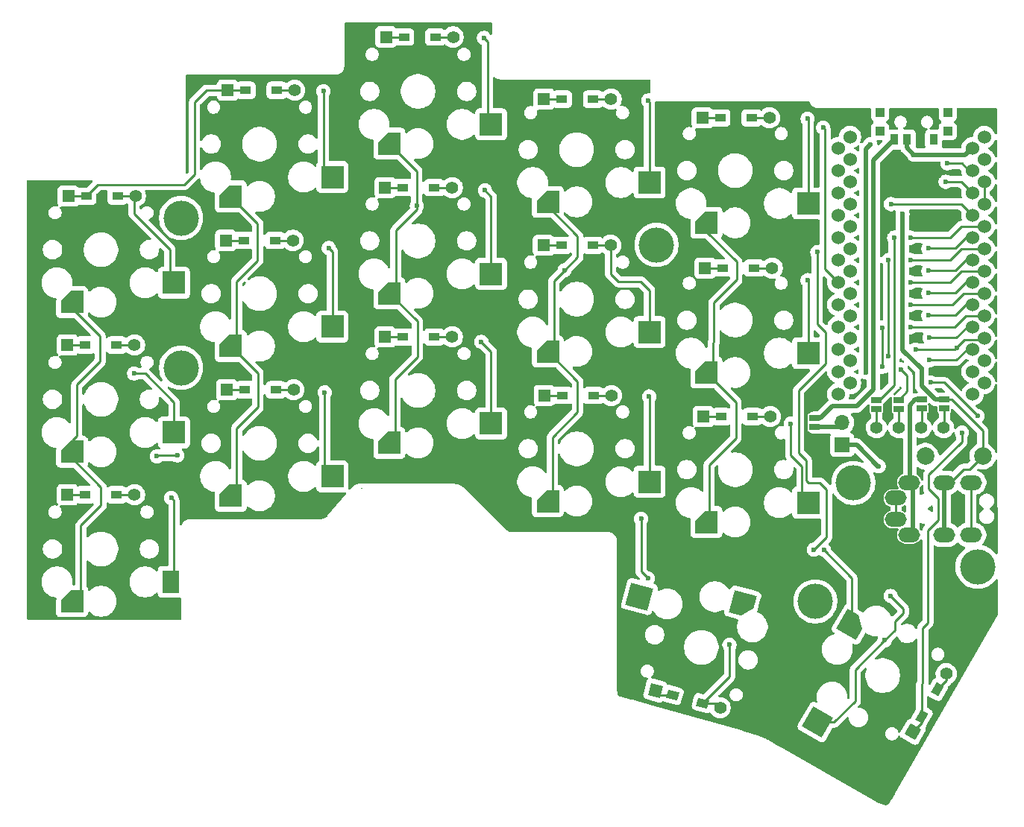
<source format=gtl>
G04 #@! TF.GenerationSoftware,KiCad,Pcbnew,9.0.2*
G04 #@! TF.CreationDate,2025-05-13T18:54:25-04:00*
G04 #@! TF.ProjectId,chocofi,63686f63-6f66-4692-9e6b-696361645f70,2.1*
G04 #@! TF.SameCoordinates,Original*
G04 #@! TF.FileFunction,Copper,L1,Top*
G04 #@! TF.FilePolarity,Positive*
%FSLAX46Y46*%
G04 Gerber Fmt 4.6, Leading zero omitted, Abs format (unit mm)*
G04 Created by KiCad (PCBNEW 9.0.2) date 2025-05-13 18:54:25*
%MOMM*%
%LPD*%
G01*
G04 APERTURE LIST*
G04 Aperture macros list*
%AMRotRect*
0 Rectangle, with rotation*
0 The origin of the aperture is its center*
0 $1 length*
0 $2 width*
0 $3 Rotation angle, in degrees counterclockwise*
0 Add horizontal line*
21,1,$1,$2,0,0,$3*%
%AMOutline5P*
0 Free polygon, 5 corners , with rotation*
0 The origin of the aperture is its center*
0 number of corners: always 5*
0 $1 to $10 corner X, Y*
0 $11 Rotation angle, in degrees counterclockwise*
0 create outline with 5 corners*
4,1,5,$1,$2,$3,$4,$5,$6,$7,$8,$9,$10,$1,$2,$11*%
%AMOutline6P*
0 Free polygon, 6 corners , with rotation*
0 The origin of the aperture is its center*
0 number of corners: always 6*
0 $1 to $12 corner X, Y*
0 $13 Rotation angle, in degrees counterclockwise*
0 create outline with 6 corners*
4,1,6,$1,$2,$3,$4,$5,$6,$7,$8,$9,$10,$11,$12,$1,$2,$13*%
%AMOutline7P*
0 Free polygon, 7 corners , with rotation*
0 The origin of the aperture is its center*
0 number of corners: always 7*
0 $1 to $14 corner X, Y*
0 $15 Rotation angle, in degrees counterclockwise*
0 create outline with 7 corners*
4,1,7,$1,$2,$3,$4,$5,$6,$7,$8,$9,$10,$11,$12,$13,$14,$1,$2,$15*%
%AMOutline8P*
0 Free polygon, 8 corners , with rotation*
0 The origin of the aperture is its center*
0 number of corners: always 8*
0 $1 to $16 corner X, Y*
0 $17 Rotation angle, in degrees counterclockwise*
0 create outline with 8 corners*
4,1,8,$1,$2,$3,$4,$5,$6,$7,$8,$9,$10,$11,$12,$13,$14,$15,$16,$1,$2,$17*%
G04 Aperture macros list end*
%ADD10C,0.200000*%
G04 #@! TA.AperFunction,ComponentPad*
%ADD11R,1.397000X1.397000*%
G04 #@! TD*
G04 #@! TA.AperFunction,SMDPad,CuDef*
%ADD12R,1.300000X0.950000*%
G04 #@! TD*
G04 #@! TA.AperFunction,ComponentPad*
%ADD13C,1.397000*%
G04 #@! TD*
G04 #@! TA.AperFunction,ComponentPad*
%ADD14RotRect,1.397000X1.397000X345.000000*%
G04 #@! TD*
G04 #@! TA.AperFunction,SMDPad,CuDef*
%ADD15RotRect,1.300000X0.950000X345.000000*%
G04 #@! TD*
G04 #@! TA.AperFunction,ComponentPad*
%ADD16RotRect,1.397000X1.397000X60.000000*%
G04 #@! TD*
G04 #@! TA.AperFunction,SMDPad,CuDef*
%ADD17RotRect,1.300000X0.950000X60.000000*%
G04 #@! TD*
G04 #@! TA.AperFunction,ComponentPad*
%ADD18O,2.500000X1.700000*%
G04 #@! TD*
G04 #@! TA.AperFunction,SMDPad,CuDef*
%ADD19Outline5P,-1.300000X0.130000X-0.130000X1.300000X1.300000X1.300000X1.300000X-1.300000X-1.300000X-1.300000X0.000000*%
G04 #@! TD*
G04 #@! TA.AperFunction,SMDPad,CuDef*
%ADD20R,2.600000X2.600000*%
G04 #@! TD*
G04 #@! TA.AperFunction,SMDPad,CuDef*
%ADD21R,1.900000X2.600000*%
G04 #@! TD*
G04 #@! TA.AperFunction,SMDPad,CuDef*
%ADD22Outline5P,-1.300000X0.130000X-0.130000X1.300000X1.300000X1.300000X1.300000X-1.300000X-1.300000X-1.300000X165.000000*%
G04 #@! TD*
G04 #@! TA.AperFunction,SMDPad,CuDef*
%ADD23RotRect,2.600000X2.600000X165.000000*%
G04 #@! TD*
G04 #@! TA.AperFunction,SMDPad,CuDef*
%ADD24Outline5P,-1.300000X0.130000X-0.130000X1.300000X1.300000X1.300000X1.300000X-1.300000X-1.300000X-1.300000X240.000000*%
G04 #@! TD*
G04 #@! TA.AperFunction,SMDPad,CuDef*
%ADD25RotRect,2.600000X2.600000X240.000000*%
G04 #@! TD*
G04 #@! TA.AperFunction,ComponentPad*
%ADD26C,1.524000*%
G04 #@! TD*
G04 #@! TA.AperFunction,SMDPad,CuDef*
%ADD27R,1.143000X0.635000*%
G04 #@! TD*
G04 #@! TA.AperFunction,ComponentPad*
%ADD28C,2.000000*%
G04 #@! TD*
G04 #@! TA.AperFunction,ComponentPad*
%ADD29C,4.000000*%
G04 #@! TD*
G04 #@! TA.AperFunction,SMDPad,CuDef*
%ADD30R,0.900000X1.300000*%
G04 #@! TD*
G04 #@! TA.AperFunction,SMDPad,CuDef*
%ADD31R,1.000000X1.000000*%
G04 #@! TD*
G04 #@! TA.AperFunction,ComponentPad*
%ADD32R,1.700000X1.700000*%
G04 #@! TD*
G04 #@! TA.AperFunction,ComponentPad*
%ADD33O,1.700000X1.700000*%
G04 #@! TD*
G04 #@! TA.AperFunction,ViaPad*
%ADD34C,0.600000*%
G04 #@! TD*
G04 #@! TA.AperFunction,Conductor*
%ADD35C,0.250000*%
G04 #@! TD*
G04 #@! TA.AperFunction,Conductor*
%ADD36C,0.500000*%
G04 #@! TD*
G04 APERTURE END LIST*
D10*
X115500000Y-97500000D02*
X115500000Y-97500000D01*
D11*
X82194400Y-64312800D03*
D12*
X84229400Y-64312800D03*
X87779400Y-64312800D03*
D13*
X89814400Y-64312800D03*
D11*
X100279200Y-52273200D03*
D12*
X102314200Y-52273200D03*
X105864200Y-52273200D03*
D13*
X107899200Y-52273200D03*
D11*
X118262400Y-46228000D03*
D12*
X120297400Y-46228000D03*
X123847400Y-46228000D03*
D13*
X125882400Y-46228000D03*
D11*
X136194800Y-53289200D03*
D12*
X138229800Y-53289200D03*
X141779800Y-53289200D03*
D13*
X143814800Y-53289200D03*
D11*
X154178000Y-55422800D03*
D12*
X156213000Y-55422800D03*
X159763000Y-55422800D03*
D13*
X161798000Y-55422800D03*
D11*
X82092800Y-81229200D03*
D12*
X84127800Y-81229200D03*
X87677800Y-81229200D03*
D13*
X89712800Y-81229200D03*
D11*
X100076000Y-69342000D03*
D12*
X102111000Y-69342000D03*
X105661000Y-69342000D03*
D13*
X107696000Y-69342000D03*
D11*
X118160800Y-63347600D03*
D12*
X120195800Y-63347600D03*
X123745800Y-63347600D03*
D13*
X125780800Y-63347600D03*
D11*
X136144000Y-69900800D03*
D12*
X138179000Y-69900800D03*
X141729000Y-69900800D03*
D13*
X143764000Y-69900800D03*
D11*
X154482800Y-72491600D03*
D12*
X156517800Y-72491600D03*
X160067800Y-72491600D03*
D13*
X162102800Y-72491600D03*
D11*
X82092800Y-98247200D03*
D12*
X84127800Y-98247200D03*
X87677800Y-98247200D03*
D13*
X89712800Y-98247200D03*
D11*
X100177600Y-86309200D03*
D12*
X102212600Y-86309200D03*
X105762600Y-86309200D03*
D13*
X107797600Y-86309200D03*
D11*
X118160800Y-80314800D03*
D12*
X120195800Y-80314800D03*
X123745800Y-80314800D03*
D13*
X125780800Y-80314800D03*
D11*
X136245600Y-86969600D03*
D12*
X138280600Y-86969600D03*
X141830600Y-86969600D03*
D13*
X143865600Y-86969600D03*
D11*
X154279600Y-89357200D03*
D12*
X156314600Y-89357200D03*
X159864600Y-89357200D03*
D13*
X161899600Y-89357200D03*
D14*
X148834105Y-120474494D03*
D15*
X150799764Y-121001192D03*
X154228800Y-121920000D03*
D13*
X156194459Y-122446698D03*
D16*
X178053166Y-125194992D03*
D17*
X179070666Y-123432630D03*
X180845666Y-120358240D03*
D13*
X181863166Y-118595878D03*
D18*
X176160000Y-98611000D03*
X176160000Y-101061000D03*
X184660000Y-96861000D03*
X184660000Y-102811000D03*
X181660000Y-96861000D03*
X181660000Y-102811000D03*
X177660000Y-96861000D03*
X177660000Y-102811000D03*
D19*
X82635000Y-76350000D03*
D20*
X94185000Y-74150000D03*
D19*
X100635000Y-64350000D03*
D20*
X112185000Y-62150000D03*
D19*
X118635000Y-58350000D03*
D20*
X130185000Y-56150000D03*
D19*
X136635000Y-64970000D03*
D20*
X148185000Y-62770000D03*
D19*
X154635000Y-67350000D03*
D20*
X166185000Y-65150000D03*
D19*
X82635000Y-93350000D03*
D20*
X94185000Y-91150000D03*
D19*
X100635000Y-81350000D03*
D20*
X112185000Y-79150000D03*
D19*
X118635000Y-75350000D03*
D20*
X130185000Y-73150000D03*
D19*
X136635000Y-81970000D03*
D20*
X148185000Y-79770000D03*
D19*
X154635000Y-84350000D03*
D20*
X166185000Y-82150000D03*
D19*
X82635000Y-110350000D03*
D21*
X93810000Y-108150000D03*
D19*
X100635000Y-98350000D03*
D20*
X112185000Y-96150000D03*
D19*
X118635000Y-92350000D03*
D20*
X130185000Y-90150000D03*
D19*
X136635000Y-98975000D03*
D20*
X148185000Y-96775000D03*
D19*
X154635000Y-101350000D03*
D20*
X166185000Y-99150000D03*
D22*
X158763380Y-110680374D03*
D23*
X147037535Y-109816051D03*
D24*
X171144649Y-112978767D03*
D25*
X167274905Y-124081360D03*
D26*
X169620000Y-58870400D03*
X186166400Y-57600400D03*
X169620000Y-61410400D03*
X186166400Y-60140400D03*
X169620000Y-63950400D03*
X186166400Y-62680400D03*
X169620000Y-66490400D03*
X186166400Y-65220400D03*
X169620000Y-69030400D03*
X186166400Y-67760400D03*
X169620000Y-71570400D03*
X186166400Y-70300400D03*
X169620000Y-74110400D03*
X186166400Y-72840400D03*
X169620000Y-76650400D03*
X186166400Y-75380400D03*
X169620000Y-79190400D03*
X186166400Y-77920400D03*
X169620000Y-81730400D03*
X186166400Y-80460400D03*
X169620000Y-84270400D03*
X186166400Y-83000400D03*
X169620000Y-86810400D03*
X186166400Y-85540400D03*
X170946400Y-85540400D03*
X184860000Y-86810400D03*
X170946400Y-83000400D03*
X184860000Y-84270400D03*
X170946400Y-80460400D03*
X184860000Y-81730400D03*
X170946400Y-77920400D03*
X184860000Y-79190400D03*
X170946400Y-75380400D03*
X184860000Y-76650400D03*
X170946400Y-72840400D03*
X184860000Y-74110400D03*
X170946400Y-70300400D03*
X184860000Y-71570400D03*
X170946400Y-67760400D03*
X184860000Y-69030400D03*
X170946400Y-65220400D03*
X184860000Y-66490400D03*
X170946400Y-62680400D03*
X184860000Y-63950400D03*
X170946400Y-60140400D03*
X184860000Y-61410400D03*
X170946400Y-57600400D03*
X184860000Y-58870400D03*
D27*
X179070000Y-87448020D03*
X179070000Y-88448780D03*
D13*
X173930000Y-90608400D03*
X176470000Y-90608400D03*
X179010000Y-90608400D03*
X181550000Y-90608400D03*
D27*
X176470000Y-87468020D03*
X176470000Y-88468780D03*
X173930000Y-87498020D03*
X173930000Y-88498780D03*
X181640000Y-87438420D03*
X181640000Y-88439180D03*
D28*
X186003000Y-93853000D03*
X179503000Y-93853000D03*
D29*
X171323000Y-96901000D03*
X185420000Y-106426000D03*
X95000000Y-66802000D03*
X148971000Y-69850000D03*
X167005000Y-110363000D03*
X95000000Y-83820000D03*
D27*
X166878000Y-89542620D03*
X166878000Y-90543380D03*
D30*
X180431000Y-57880000D03*
X177431000Y-57880000D03*
X175931000Y-57880000D03*
D31*
X182031000Y-56930000D03*
X182031000Y-54830000D03*
X174331000Y-56930000D03*
X174331000Y-54830000D03*
D32*
X170053000Y-92583000D03*
D33*
X170053000Y-90043000D03*
D34*
X182118000Y-56896000D03*
X174371000Y-54864000D03*
X174371000Y-56896000D03*
X182118000Y-54864000D03*
X177800000Y-74110400D03*
X167894000Y-56515000D03*
X177800000Y-76650400D03*
X94185000Y-74150000D03*
X174625000Y-79248000D03*
X177800000Y-79190400D03*
X174625000Y-83693000D03*
X112185000Y-62150000D03*
X111150400Y-52374800D03*
X183032400Y-81534000D03*
X178373611Y-81756789D03*
X183642000Y-91186000D03*
X129387600Y-46329600D03*
X130185000Y-56150000D03*
X148031200Y-53441600D03*
X148185000Y-62770000D03*
X166116000Y-55524400D03*
X166185000Y-65150000D03*
X94185000Y-91150000D03*
X89662000Y-84455000D03*
X112185000Y-79150000D03*
X111760000Y-70205600D03*
X130185000Y-73150000D03*
X129489200Y-63652400D03*
X148185000Y-79770000D03*
X166185000Y-82150000D03*
X166116000Y-73863200D03*
X94185000Y-108150000D03*
X93878400Y-98602800D03*
X112185000Y-96150000D03*
X111302800Y-86614000D03*
X130185000Y-90150000D03*
X129082800Y-80873600D03*
X148185000Y-96775000D03*
X148132800Y-87071200D03*
X164211000Y-90170000D03*
X166185000Y-99150000D03*
X147037535Y-109816051D03*
X157251400Y-115290600D03*
X174866300Y-114795300D03*
X175549905Y-109748640D03*
X181991000Y-60579000D03*
X174200000Y-95000000D03*
X179070000Y-83947000D03*
X176900000Y-66351600D03*
X175583400Y-65220400D03*
X179832000Y-70256400D03*
X94589600Y-93776800D03*
X179832000Y-72796400D03*
X167233600Y-70662800D03*
X166830000Y-104495600D03*
X82635000Y-110350000D03*
X92252800Y-93878400D03*
X82635000Y-93350000D03*
X82635000Y-76350000D03*
X100635000Y-64350000D03*
X179832000Y-75336400D03*
X100635000Y-81350000D03*
X100635000Y-98350000D03*
X179832000Y-77876400D03*
X118635000Y-58350000D03*
X118635000Y-92350000D03*
X118635000Y-75350000D03*
X121767600Y-65430400D03*
X158763380Y-110680374D03*
X136635000Y-98975000D03*
X136635000Y-64970000D03*
X147980400Y-107746800D03*
X179959000Y-80416400D03*
X136635000Y-81970000D03*
X147218400Y-100990400D03*
X138531600Y-72745600D03*
X171144649Y-112978767D03*
X154635000Y-101350000D03*
X154635000Y-67350000D03*
X154635000Y-84350000D03*
X179959000Y-82956400D03*
X167970000Y-104480000D03*
X185420000Y-89281000D03*
X181794600Y-62680400D03*
X180086000Y-85471000D03*
X175317600Y-82480600D03*
X176700000Y-84000000D03*
X175317600Y-71570400D03*
X177800000Y-71570400D03*
X177800000Y-69030400D03*
X175952600Y-69030400D03*
X178200000Y-59600000D03*
X173229802Y-58427625D03*
X172720000Y-84328000D03*
D35*
X96520000Y-53644800D02*
X97891600Y-52273200D01*
X118262400Y-46228000D02*
X120297400Y-46228000D01*
X154178000Y-55422800D02*
X156213000Y-55422800D01*
X138229800Y-53289200D02*
X136194800Y-53289200D01*
X85550200Y-62992000D02*
X84229400Y-64312800D01*
X167894000Y-56515000D02*
X168097200Y-56718200D01*
X183598000Y-72840400D02*
X182328000Y-74110400D01*
X168097200Y-72587600D02*
X169620000Y-74110400D01*
X102314200Y-52273200D02*
X100279200Y-52273200D01*
X96520000Y-53644800D02*
X96520000Y-61849000D01*
X95377000Y-62992000D02*
X85550200Y-62992000D01*
X97891600Y-52273200D02*
X100279200Y-52273200D01*
X96520000Y-61849000D02*
X95377000Y-62992000D01*
X186166400Y-72840400D02*
X183598000Y-72840400D01*
X168097200Y-56718200D02*
X168097200Y-72587600D01*
X84229400Y-64312800D02*
X82194400Y-64312800D01*
X182328000Y-74110400D02*
X177800000Y-74110400D01*
X186166400Y-75380400D02*
X183852000Y-75380400D01*
X182582000Y-76650400D02*
X177800000Y-76650400D01*
X138179000Y-69900800D02*
X136144000Y-69900800D01*
X183852000Y-75380400D02*
X182582000Y-76650400D01*
X102111000Y-69342000D02*
X100076000Y-69342000D01*
X120195800Y-63347600D02*
X118160800Y-63347600D01*
X84127800Y-81229200D02*
X82092800Y-81229200D01*
X156517800Y-72491600D02*
X154482800Y-72491600D01*
X89662000Y-66294000D02*
X89662000Y-64465200D01*
X93726000Y-70358000D02*
X89662000Y-66294000D01*
X93726000Y-73691000D02*
X93726000Y-70358000D01*
X87779400Y-64312800D02*
X89814400Y-64312800D01*
X156314600Y-89357200D02*
X154279600Y-89357200D01*
X174625000Y-83693000D02*
X174625000Y-79248000D01*
X182836000Y-79190400D02*
X177800000Y-79190400D01*
X84127800Y-98247200D02*
X82092800Y-98247200D01*
X184106000Y-77920400D02*
X182836000Y-79190400D01*
X138280600Y-86969600D02*
X136245600Y-86969600D01*
X186166400Y-77920400D02*
X184106000Y-77920400D01*
X120195800Y-80314800D02*
X118160800Y-80314800D01*
X102212600Y-86309200D02*
X100177600Y-86309200D01*
X105864200Y-52273200D02*
X107899200Y-52273200D01*
X111150400Y-52374800D02*
X111150400Y-61115400D01*
X180975000Y-101092000D02*
X179781200Y-102285800D01*
X180975000Y-98679000D02*
X180975000Y-101092000D01*
X179781200Y-102285800D02*
X179781200Y-112776000D01*
X179882800Y-95961200D02*
X179882800Y-97586800D01*
X150799764Y-121001192D02*
X149360802Y-121001192D01*
X179781200Y-112776000D02*
X179197000Y-113360200D01*
X178373611Y-81756789D02*
X178400000Y-81730400D01*
X179070666Y-124177492D02*
X178053166Y-125194992D01*
X182836000Y-81730400D02*
X183923001Y-80643399D01*
X179197000Y-119634000D02*
X179070666Y-119760334D01*
X179197000Y-113360200D02*
X179197000Y-119634000D01*
X149360802Y-121001192D02*
X148834105Y-120474495D01*
X183642000Y-92202000D02*
X179882800Y-95961200D01*
X179070666Y-123432630D02*
X179070666Y-124177492D01*
X179882800Y-97586800D02*
X180975000Y-98679000D01*
X179070666Y-119760334D02*
X179070666Y-123432630D01*
X178400000Y-81730400D02*
X182836000Y-81730400D01*
X183642000Y-91186000D02*
X183642000Y-92202000D01*
X183923001Y-80643399D02*
X185983401Y-80643399D01*
X129794000Y-46736000D02*
X129794000Y-55759000D01*
X129387600Y-46329600D02*
X129794000Y-46736000D01*
X123847400Y-46228000D02*
X125882400Y-46228000D01*
X148185000Y-53595400D02*
X148185000Y-62770000D01*
X148031200Y-53441600D02*
X148185000Y-53595400D01*
X141779800Y-53289200D02*
X143814800Y-53289200D01*
X166185000Y-55593400D02*
X166116000Y-55524400D01*
X159763000Y-55422800D02*
X161798000Y-55422800D01*
X166185000Y-65150000D02*
X166185000Y-55593400D01*
X87677800Y-81229200D02*
X89712800Y-81229200D01*
X94185000Y-87708000D02*
X94185000Y-91150000D01*
X90932000Y-84455000D02*
X94185000Y-87708000D01*
X89662000Y-84455000D02*
X90932000Y-84455000D01*
X111760000Y-70205600D02*
X112185000Y-70630600D01*
X105661000Y-69342000D02*
X107696000Y-69342000D01*
X112185000Y-70630600D02*
X112185000Y-79150000D01*
X130185000Y-64348200D02*
X130185000Y-73150000D01*
X123745800Y-63347600D02*
X125780800Y-63347600D01*
X129489200Y-63652400D02*
X130185000Y-64348200D01*
X143764000Y-69900800D02*
X143764000Y-73152000D01*
X148185000Y-75033000D02*
X148185000Y-79770000D01*
X144653000Y-74041000D02*
X147193000Y-74041000D01*
X147193000Y-74041000D02*
X148185000Y-75033000D01*
X143764000Y-73152000D02*
X144653000Y-74041000D01*
X141729000Y-69900800D02*
X143764000Y-69900800D01*
X166185000Y-73932200D02*
X166185000Y-82150000D01*
X166116000Y-73863200D02*
X166185000Y-73932200D01*
X160067800Y-72491600D02*
X162102800Y-72491600D01*
X94185000Y-98909400D02*
X94185000Y-108150000D01*
X87677800Y-98247200D02*
X89712800Y-98247200D01*
X93878400Y-98602800D02*
X94185000Y-98909400D01*
X111302800Y-86614000D02*
X111302800Y-95267800D01*
X105762600Y-86309200D02*
X107797600Y-86309200D01*
X123745800Y-80314800D02*
X125780800Y-80314800D01*
X130185000Y-81975800D02*
X130185000Y-90150000D01*
X129082800Y-80873600D02*
X130185000Y-81975800D01*
X148185000Y-87123400D02*
X148185000Y-96775000D01*
X141830600Y-86969600D02*
X143865600Y-86969600D01*
X148132800Y-87071200D02*
X148185000Y-87123400D01*
X164211000Y-90170000D02*
X164211000Y-93726000D01*
X164211000Y-93726000D02*
X165481000Y-94996000D01*
X165481000Y-94996000D02*
X165481000Y-98171000D01*
X159864600Y-89357200D02*
X161899600Y-89357200D01*
X157251400Y-118897400D02*
X157251400Y-115290600D01*
X154228800Y-121920000D02*
X155667762Y-121920000D01*
X155667762Y-121920000D02*
X156194459Y-122446697D01*
X154228800Y-121920000D02*
X157251400Y-118897400D01*
X171551600Y-118110000D02*
X174866300Y-114795300D01*
X171551600Y-121666000D02*
X171551600Y-118110000D01*
X174866300Y-114795300D02*
X176022000Y-113639600D01*
X181863166Y-118595878D02*
X181863166Y-119340740D01*
X169136240Y-124081360D02*
X171551600Y-121666000D01*
X176022000Y-112674400D02*
X176987200Y-111709200D01*
X176022000Y-113639600D02*
X176022000Y-112674400D01*
X176987200Y-111185935D02*
X175549905Y-109748640D01*
X167274905Y-124081360D02*
X169136240Y-124081360D01*
X176987200Y-111709200D02*
X176987200Y-111185935D01*
X181863166Y-119340740D02*
X180845666Y-120358240D01*
D36*
X174200000Y-95000000D02*
X174121000Y-95000000D01*
X171704000Y-92583000D02*
X170053000Y-92583000D01*
D35*
X186003000Y-93853000D02*
X184507600Y-95348400D01*
X186003000Y-90979920D02*
X186003000Y-93853000D01*
X184507600Y-95348400D02*
X183800000Y-95348400D01*
D36*
X176900000Y-66351600D02*
X176900000Y-81777000D01*
X180638420Y-87438420D02*
X179070000Y-85870000D01*
X176900000Y-81777000D02*
X179070000Y-83947000D01*
D35*
X181640000Y-87438420D02*
X182461500Y-87438420D01*
X186166400Y-62680400D02*
X186166400Y-65220400D01*
X183800000Y-95348400D02*
X182287400Y-96861000D01*
D36*
X181660000Y-96861000D02*
X181660000Y-102811000D01*
X181640000Y-87438420D02*
X180638420Y-87438420D01*
D35*
X182461500Y-87438420D02*
X186003000Y-90979920D01*
D36*
X174121000Y-95000000D02*
X171704000Y-92583000D01*
D35*
X183642000Y-60579000D02*
X184277000Y-61214000D01*
D36*
X179070000Y-85870000D02*
X179070000Y-83947000D01*
D35*
X181991000Y-60579000D02*
X183642000Y-60579000D01*
X175583400Y-65220400D02*
X183590000Y-65220400D01*
D36*
X177700000Y-96821000D02*
X177700000Y-88076520D01*
X177660000Y-96861000D02*
X177700000Y-96821000D01*
D35*
X183590000Y-65220400D02*
X184860000Y-66490400D01*
D36*
X178054000Y-97255000D02*
X178054000Y-102417000D01*
X177700000Y-88076520D02*
X178328500Y-87448020D01*
X178328500Y-87448020D02*
X179070000Y-87448020D01*
D35*
X184106000Y-69030400D02*
X182880000Y-70256400D01*
X184733000Y-69030400D02*
X184106000Y-69030400D01*
X182880000Y-70256400D02*
X179832000Y-70256400D01*
X182880000Y-72796400D02*
X179832000Y-72796400D01*
X184106000Y-71570400D02*
X182880000Y-72796400D01*
X184733000Y-71570400D02*
X184106000Y-71570400D01*
X82635000Y-92066200D02*
X82635000Y-93350000D01*
X92252800Y-93878400D02*
X92354400Y-93776800D01*
X165989000Y-94361000D02*
X165100000Y-93472000D01*
X166830000Y-104495600D02*
X168275000Y-103050600D01*
X85902800Y-97383600D02*
X85902800Y-99466400D01*
X85801200Y-80213200D02*
X85801200Y-83108800D01*
X85801200Y-83108800D02*
X83159600Y-85750400D01*
X168275000Y-103050600D02*
X168275000Y-97663000D01*
X85902800Y-99466400D02*
X83616800Y-101752400D01*
X168275000Y-97663000D02*
X167513000Y-96901000D01*
X165100000Y-93472000D02*
X165100000Y-86360000D01*
X166243000Y-96901000D02*
X165989000Y-96647000D01*
X83159600Y-85750400D02*
X83159600Y-91541600D01*
X168148000Y-79806800D02*
X167233600Y-78892400D01*
X83159600Y-91541600D02*
X82635000Y-92066200D01*
X82635000Y-94115800D02*
X85902800Y-97383600D01*
X165989000Y-96647000D02*
X165989000Y-94361000D01*
X83616800Y-101752400D02*
X83616800Y-109368200D01*
X167233600Y-78892400D02*
X167233600Y-70662800D01*
X82635000Y-77047000D02*
X85801200Y-80213200D01*
X167513000Y-96901000D02*
X166243000Y-96901000D01*
X168148000Y-83312000D02*
X165100000Y-86360000D01*
X168148000Y-79806800D02*
X168148000Y-83312000D01*
X92354400Y-93776800D02*
X94589600Y-93776800D01*
X182880000Y-75336400D02*
X179832000Y-75336400D01*
X184733000Y-74110400D02*
X184106000Y-74110400D01*
X184106000Y-74110400D02*
X182880000Y-75336400D01*
X101295200Y-74015600D02*
X101295200Y-80689800D01*
X103733600Y-84448600D02*
X103733600Y-88290400D01*
X101295200Y-90728800D02*
X101295200Y-97689800D01*
X100635000Y-81350000D02*
X103733600Y-84448600D01*
X100635000Y-64350000D02*
X103682800Y-67397800D01*
X103733600Y-88290400D02*
X101295200Y-90728800D01*
X103682800Y-71628000D02*
X101295200Y-74015600D01*
X103682800Y-67397800D02*
X103682800Y-71628000D01*
X182880000Y-77876400D02*
X179832000Y-77876400D01*
X184106000Y-76650400D02*
X182880000Y-77876400D01*
X184733000Y-76650400D02*
X184106000Y-76650400D01*
X119278400Y-85090000D02*
X119278400Y-91706600D01*
X118635000Y-75350000D02*
X121818400Y-78533400D01*
X121767600Y-65836800D02*
X119380000Y-68224400D01*
X121818400Y-82550000D02*
X119278400Y-85090000D01*
X121767600Y-65430400D02*
X121767600Y-65836800D01*
X118635000Y-58350000D02*
X121767600Y-61482600D01*
X119380000Y-68224400D02*
X119380000Y-74605000D01*
X121767600Y-61482600D02*
X121767600Y-65430400D01*
X121818400Y-78533400D02*
X121818400Y-82550000D01*
X147218400Y-106984800D02*
X147980400Y-107746800D01*
X137160000Y-91694000D02*
X137160000Y-98450000D01*
X138531600Y-72745600D02*
X137312400Y-73964800D01*
X140004800Y-88849200D02*
X137160000Y-91694000D01*
X136635000Y-65464200D02*
X140004800Y-68834000D01*
X184233000Y-79190400D02*
X183007000Y-80416400D01*
X140004800Y-68834000D02*
X140004800Y-71272400D01*
X136635000Y-81970000D02*
X140004800Y-85339800D01*
X140004800Y-85339800D02*
X140004800Y-88849200D01*
X137312400Y-73964800D02*
X137312400Y-81292600D01*
X140004800Y-71272400D02*
X138531600Y-72745600D01*
X183007000Y-80416400D02*
X179959000Y-80416400D01*
X147218400Y-100990400D02*
X147218400Y-106984800D01*
X183007000Y-82956400D02*
X179959000Y-82956400D01*
X184233000Y-81730400D02*
X183007000Y-82956400D01*
X167970000Y-104530000D02*
X171144649Y-107704649D01*
X167970000Y-104480000D02*
X167970000Y-104530000D01*
X158089600Y-73812400D02*
X155498800Y-76403200D01*
X154940000Y-94843600D02*
X154940000Y-101045000D01*
X154635000Y-84378600D02*
X157988000Y-87731600D01*
X154635000Y-68325800D02*
X158089600Y-71780400D01*
X157988000Y-91795600D02*
X154940000Y-94843600D01*
X155397200Y-80975200D02*
X155397200Y-83587800D01*
X171144649Y-107704649D02*
X171144649Y-112978767D01*
X157988000Y-87731600D02*
X157988000Y-91795600D01*
X155498800Y-76403200D02*
X155498800Y-80873600D01*
X158089600Y-71780400D02*
X158089600Y-73812400D01*
X155498800Y-80873600D02*
X155397200Y-80975200D01*
X184660000Y-96861000D02*
X184660000Y-102811000D01*
X183590000Y-62680400D02*
X184860000Y-63950400D01*
X180086000Y-85471000D02*
X181610000Y-85471000D01*
X181794600Y-62680400D02*
X183590000Y-62680400D01*
X181610000Y-85471000D02*
X185420000Y-89281000D01*
X177419000Y-86487000D02*
X176530000Y-87376000D01*
X176700000Y-84000000D02*
X177419000Y-84719000D01*
X186166400Y-70300400D02*
X183598000Y-70300400D01*
X175317600Y-71570400D02*
X175317600Y-82480600D01*
X177419000Y-84719000D02*
X177419000Y-86487000D01*
X183598000Y-70300400D02*
X182328000Y-71570400D01*
X182328000Y-71570400D02*
X177800000Y-71570400D01*
X175952600Y-85794400D02*
X174244000Y-87503000D01*
X183598000Y-67760400D02*
X182328000Y-69030400D01*
X186166400Y-67760400D02*
X183598000Y-67760400D01*
X175952600Y-69030400D02*
X175952600Y-85794400D01*
X182328000Y-69030400D02*
X177800000Y-69030400D01*
X173930000Y-88498780D02*
X173930000Y-90608400D01*
X176470000Y-88468780D02*
X176470000Y-90608400D01*
X181640000Y-88439180D02*
X181640000Y-90518400D01*
X179070000Y-88448780D02*
X179070000Y-90548400D01*
X176160000Y-101061000D02*
X176160000Y-98611000D01*
D36*
X178200000Y-59600000D02*
X177431000Y-58831000D01*
X178200000Y-59600000D02*
X183986000Y-59600000D01*
X177431000Y-58831000D02*
X177431000Y-57880000D01*
X183986000Y-59600000D02*
X184404000Y-59182000D01*
X169552620Y-90543380D02*
X166878000Y-90543380D01*
X170053000Y-90043000D02*
X169552620Y-90543380D01*
X173229802Y-58427625D02*
X172720000Y-58937427D01*
X172720000Y-58937427D02*
X172720000Y-84328000D01*
X171700000Y-88200000D02*
X173600000Y-86300000D01*
X167557380Y-89542620D02*
X168900000Y-88200000D01*
X173600000Y-86300000D02*
X173600000Y-60211000D01*
X166878000Y-89542620D02*
X167557380Y-89542620D01*
X168900000Y-88200000D02*
X171700000Y-88200000D01*
X173600000Y-60211000D02*
X175931000Y-57880000D01*
G04 #@! TA.AperFunction,NonConductor*
G36*
X174563749Y-57958502D02*
G01*
X174610242Y-58012158D01*
X174620346Y-58082432D01*
X174590852Y-58147012D01*
X174584723Y-58153596D01*
X174253397Y-58484921D01*
X174191085Y-58518946D01*
X174120269Y-58513881D01*
X174063434Y-58471334D01*
X174038623Y-58404814D01*
X174038302Y-58395825D01*
X174038302Y-58347996D01*
X174038301Y-58347992D01*
X174007232Y-58191794D01*
X173974476Y-58112717D01*
X173966888Y-58042129D01*
X173998667Y-57978642D01*
X174059725Y-57942414D01*
X174090886Y-57938500D01*
X174495628Y-57938500D01*
X174563749Y-57958502D01*
G37*
G04 #@! TD.AperFunction*
G04 #@! TA.AperFunction,NonConductor*
G36*
X187561771Y-54325530D02*
G01*
X187608291Y-54379163D01*
X187619703Y-54431357D01*
X187624180Y-57179825D01*
X187604289Y-57247978D01*
X187550709Y-57294558D01*
X187480452Y-57304777D01*
X187415823Y-57275389D01*
X187378348Y-57218967D01*
X187343819Y-57112697D01*
X187253029Y-56934513D01*
X187253027Y-56934509D01*
X187169381Y-56819382D01*
X187135483Y-56772725D01*
X187135480Y-56772722D01*
X187135478Y-56772719D01*
X186994080Y-56631321D01*
X186994077Y-56631319D01*
X186994075Y-56631317D01*
X186942828Y-56594083D01*
X186832290Y-56513772D01*
X186715373Y-56454200D01*
X186654103Y-56422981D01*
X186654100Y-56422980D01*
X186654098Y-56422979D01*
X186463913Y-56361185D01*
X186463917Y-56361185D01*
X186421425Y-56354455D01*
X186266391Y-56329900D01*
X186066409Y-56329900D01*
X185868890Y-56361184D01*
X185868884Y-56361185D01*
X185678701Y-56422979D01*
X185678695Y-56422982D01*
X185500509Y-56513772D01*
X185338722Y-56631319D01*
X185338719Y-56631321D01*
X185197321Y-56772719D01*
X185197319Y-56772722D01*
X185079772Y-56934509D01*
X184988982Y-57112695D01*
X184988979Y-57112701D01*
X184927185Y-57302884D01*
X184927184Y-57302889D01*
X184927184Y-57302890D01*
X184899347Y-57478649D01*
X184896977Y-57493611D01*
X184866564Y-57557764D01*
X184806296Y-57595291D01*
X184772528Y-57599900D01*
X184760009Y-57599900D01*
X184562490Y-57631184D01*
X184562484Y-57631185D01*
X184372301Y-57692979D01*
X184372295Y-57692982D01*
X184194109Y-57783772D01*
X184032322Y-57901319D01*
X184032319Y-57901321D01*
X183890921Y-58042719D01*
X183890919Y-58042722D01*
X183773372Y-58204509D01*
X183682582Y-58382695D01*
X183682579Y-58382701D01*
X183620785Y-58572884D01*
X183620784Y-58572889D01*
X183620784Y-58572890D01*
X183603620Y-58681263D01*
X183595075Y-58735211D01*
X183564662Y-58799364D01*
X183504394Y-58836891D01*
X183470626Y-58841500D01*
X181489010Y-58841500D01*
X181420889Y-58821498D01*
X181374396Y-58767842D01*
X181364292Y-58697568D01*
X181370954Y-58671468D01*
X181382989Y-58639200D01*
X181382990Y-58639196D01*
X181389499Y-58578649D01*
X181389500Y-58578632D01*
X181389500Y-58064500D01*
X181409502Y-57996379D01*
X181463158Y-57949886D01*
X181515500Y-57938500D01*
X182579632Y-57938500D01*
X182579638Y-57938500D01*
X182579645Y-57938499D01*
X182579649Y-57938499D01*
X182640196Y-57931990D01*
X182640199Y-57931989D01*
X182640201Y-57931989D01*
X182777204Y-57880889D01*
X182803880Y-57860920D01*
X182894261Y-57793261D01*
X182981887Y-57676207D01*
X182981887Y-57676206D01*
X182981889Y-57676204D01*
X183032891Y-57539465D01*
X183032988Y-57539204D01*
X183032990Y-57539196D01*
X183039499Y-57478649D01*
X183039500Y-57478632D01*
X183039500Y-56381367D01*
X183039499Y-56381350D01*
X183032990Y-56320803D01*
X183032988Y-56320795D01*
X182981889Y-56183797D01*
X182981887Y-56183792D01*
X182894261Y-56066738D01*
X182779551Y-55980868D01*
X182737004Y-55924033D01*
X182731939Y-55853217D01*
X182765964Y-55790905D01*
X182779551Y-55779132D01*
X182894261Y-55693261D01*
X182981887Y-55576207D01*
X182981887Y-55576206D01*
X182981889Y-55576204D01*
X183025960Y-55458045D01*
X183032988Y-55439204D01*
X183032990Y-55439196D01*
X183039499Y-55378649D01*
X183039500Y-55378632D01*
X183039500Y-54433698D01*
X183059502Y-54365577D01*
X183113158Y-54319084D01*
X183165434Y-54307698D01*
X187493641Y-54305562D01*
X187561771Y-54325530D01*
G37*
G04 #@! TD.AperFunction*
G04 #@! TA.AperFunction,NonConductor*
G36*
X180964568Y-54328787D02*
G01*
X181011088Y-54382420D01*
X181022500Y-54434819D01*
X181022500Y-55378649D01*
X181029009Y-55439196D01*
X181029011Y-55439204D01*
X181080110Y-55576202D01*
X181080112Y-55576207D01*
X181167738Y-55693261D01*
X181282448Y-55779132D01*
X181324995Y-55835968D01*
X181330059Y-55906784D01*
X181296034Y-55969096D01*
X181282448Y-55980868D01*
X181167738Y-56066738D01*
X181080112Y-56183792D01*
X181080110Y-56183797D01*
X181029011Y-56320795D01*
X181029009Y-56320803D01*
X181022500Y-56381350D01*
X181022500Y-56595500D01*
X181002498Y-56663621D01*
X180948842Y-56710114D01*
X180896500Y-56721500D01*
X180097839Y-56721500D01*
X180029718Y-56701498D01*
X179983225Y-56647842D01*
X179973121Y-56577568D01*
X180002615Y-56512988D01*
X180027837Y-56490735D01*
X180039623Y-56482860D01*
X180127542Y-56424114D01*
X180225114Y-56326542D01*
X180301775Y-56211811D01*
X180354580Y-56084328D01*
X180381500Y-55948993D01*
X180381500Y-55811007D01*
X180354580Y-55675672D01*
X180301775Y-55548189D01*
X180225114Y-55433458D01*
X180225109Y-55433452D01*
X180127547Y-55335890D01*
X180127541Y-55335885D01*
X180066988Y-55295425D01*
X180012811Y-55259225D01*
X179932421Y-55225926D01*
X179885331Y-55206421D01*
X179885328Y-55206420D01*
X179749995Y-55179500D01*
X179749993Y-55179500D01*
X179612007Y-55179500D01*
X179612004Y-55179500D01*
X179476671Y-55206420D01*
X179476668Y-55206421D01*
X179349189Y-55259225D01*
X179234458Y-55335885D01*
X179234452Y-55335890D01*
X179136890Y-55433452D01*
X179136885Y-55433458D01*
X179060225Y-55548189D01*
X179007421Y-55675668D01*
X179007420Y-55675671D01*
X178980500Y-55811004D01*
X178980500Y-55948995D01*
X178998561Y-56039790D01*
X179007420Y-56084328D01*
X179060225Y-56211811D01*
X179100939Y-56272743D01*
X179136885Y-56326541D01*
X179136890Y-56326547D01*
X179234452Y-56424109D01*
X179234458Y-56424114D01*
X179349189Y-56500775D01*
X179476672Y-56553580D01*
X179612007Y-56580500D01*
X179612008Y-56580500D01*
X179621539Y-56580500D01*
X179689660Y-56600502D01*
X179736153Y-56654158D01*
X179746257Y-56724432D01*
X179716763Y-56789012D01*
X179697049Y-56807368D01*
X179617737Y-56866740D01*
X179530112Y-56983792D01*
X179530110Y-56983797D01*
X179479011Y-57120795D01*
X179479009Y-57120803D01*
X179472500Y-57181350D01*
X179472500Y-58578649D01*
X179479009Y-58639196D01*
X179479010Y-58639200D01*
X179491046Y-58671468D01*
X179496110Y-58742283D01*
X179462085Y-58804596D01*
X179399773Y-58838621D01*
X179372990Y-58841500D01*
X178566371Y-58841500D01*
X178536455Y-58832716D01*
X178505986Y-58826088D01*
X178500890Y-58822273D01*
X178498250Y-58821498D01*
X178477276Y-58804595D01*
X178418713Y-58746032D01*
X178384687Y-58683720D01*
X178382530Y-58643468D01*
X178382990Y-58639196D01*
X178389500Y-58578638D01*
X178389500Y-57181362D01*
X178387466Y-57162440D01*
X178382990Y-57120803D01*
X178382988Y-57120795D01*
X178349530Y-57031092D01*
X178331889Y-56983796D01*
X178331888Y-56983794D01*
X178331887Y-56983792D01*
X178244261Y-56866738D01*
X178127207Y-56779112D01*
X178127202Y-56779110D01*
X177990204Y-56728011D01*
X177990196Y-56728009D01*
X177929649Y-56721500D01*
X177929638Y-56721500D01*
X177097839Y-56721500D01*
X177029718Y-56701498D01*
X176983225Y-56647842D01*
X176973121Y-56577568D01*
X177002615Y-56512988D01*
X177027837Y-56490735D01*
X177039623Y-56482860D01*
X177127542Y-56424114D01*
X177225114Y-56326542D01*
X177301775Y-56211811D01*
X177354580Y-56084328D01*
X177381500Y-55948993D01*
X177381500Y-55811007D01*
X177354580Y-55675672D01*
X177301775Y-55548189D01*
X177225114Y-55433458D01*
X177225109Y-55433452D01*
X177127547Y-55335890D01*
X177127541Y-55335885D01*
X177066988Y-55295425D01*
X177012811Y-55259225D01*
X176932421Y-55225926D01*
X176885331Y-55206421D01*
X176885328Y-55206420D01*
X176749995Y-55179500D01*
X176749993Y-55179500D01*
X176612007Y-55179500D01*
X176612004Y-55179500D01*
X176476671Y-55206420D01*
X176476668Y-55206421D01*
X176349189Y-55259225D01*
X176234458Y-55335885D01*
X176234452Y-55335890D01*
X176136890Y-55433452D01*
X176136885Y-55433458D01*
X176060225Y-55548189D01*
X176007421Y-55675668D01*
X176007420Y-55675671D01*
X175980500Y-55811004D01*
X175980500Y-55948995D01*
X175998561Y-56039790D01*
X176007420Y-56084328D01*
X176060225Y-56211811D01*
X176100939Y-56272743D01*
X176136885Y-56326541D01*
X176136890Y-56326547D01*
X176234452Y-56424109D01*
X176234458Y-56424114D01*
X176334163Y-56490735D01*
X176379691Y-56545212D01*
X176388539Y-56615655D01*
X176357897Y-56679699D01*
X176297496Y-56717010D01*
X176264161Y-56721500D01*
X175465500Y-56721500D01*
X175397379Y-56701498D01*
X175350886Y-56647842D01*
X175339500Y-56595500D01*
X175339500Y-56381367D01*
X175339499Y-56381350D01*
X175332990Y-56320803D01*
X175332988Y-56320795D01*
X175281889Y-56183797D01*
X175281887Y-56183792D01*
X175194261Y-56066738D01*
X175079551Y-55980868D01*
X175037004Y-55924033D01*
X175031939Y-55853217D01*
X175065964Y-55790905D01*
X175079551Y-55779132D01*
X175194261Y-55693261D01*
X175281887Y-55576207D01*
X175281887Y-55576206D01*
X175281889Y-55576204D01*
X175325960Y-55458045D01*
X175332988Y-55439204D01*
X175332990Y-55439196D01*
X175339499Y-55378649D01*
X175339500Y-55378632D01*
X175339500Y-54437501D01*
X175359502Y-54369380D01*
X175413158Y-54322887D01*
X175465434Y-54311501D01*
X180896438Y-54308819D01*
X180964568Y-54328787D01*
G37*
G04 #@! TD.AperFunction*
G04 #@! TA.AperFunction,NonConductor*
G36*
X171932731Y-58514991D02*
G01*
X171989568Y-58557536D01*
X172014380Y-58624056D01*
X172005111Y-58681263D01*
X171990651Y-58716173D01*
X171990650Y-58716176D01*
X171990649Y-58716179D01*
X171990649Y-58716180D01*
X171978388Y-58777819D01*
X171974413Y-58797802D01*
X171961500Y-58862718D01*
X171961500Y-59060200D01*
X171941498Y-59128321D01*
X171887842Y-59174814D01*
X171817568Y-59184918D01*
X171761439Y-59162136D01*
X171612290Y-59053773D01*
X171612289Y-59053772D01*
X171612287Y-59053771D01*
X171472735Y-58982665D01*
X171421122Y-58933919D01*
X171404056Y-58865004D01*
X171426957Y-58797802D01*
X171472734Y-58758135D01*
X171612287Y-58687029D01*
X171774075Y-58569483D01*
X171799606Y-58543951D01*
X171861916Y-58509927D01*
X171932731Y-58514991D01*
G37*
G04 #@! TD.AperFunction*
G04 #@! TA.AperFunction,NonConductor*
G36*
X187555137Y-57903504D02*
G01*
X187607443Y-57951510D01*
X187625543Y-58016371D01*
X187628338Y-59732622D01*
X187608447Y-59800775D01*
X187554867Y-59847355D01*
X187484609Y-59857574D01*
X187419981Y-59828186D01*
X187382506Y-59771764D01*
X187343819Y-59652697D01*
X187253029Y-59474513D01*
X187253027Y-59474509D01*
X187156754Y-59342002D01*
X187135483Y-59312725D01*
X187135480Y-59312722D01*
X187135478Y-59312719D01*
X186994080Y-59171321D01*
X186994077Y-59171319D01*
X186994075Y-59171317D01*
X186832287Y-59053771D01*
X186692735Y-58982665D01*
X186641122Y-58933919D01*
X186624056Y-58865004D01*
X186646957Y-58797802D01*
X186692734Y-58758135D01*
X186832287Y-58687029D01*
X186994075Y-58569483D01*
X187135483Y-58428075D01*
X187249449Y-58271214D01*
X187253027Y-58266290D01*
X187253029Y-58266287D01*
X187343819Y-58088103D01*
X187379710Y-57977639D01*
X187419783Y-57919034D01*
X187485180Y-57891397D01*
X187555137Y-57903504D01*
G37*
G04 #@! TD.AperFunction*
G04 #@! TA.AperFunction,NonConductor*
G36*
X171897458Y-61110885D02*
G01*
X171946938Y-61161798D01*
X171961500Y-61220599D01*
X171961500Y-61600200D01*
X171941498Y-61668321D01*
X171887842Y-61714814D01*
X171817568Y-61724918D01*
X171761439Y-61702136D01*
X171612290Y-61593773D01*
X171612289Y-61593772D01*
X171612287Y-61593771D01*
X171472735Y-61522665D01*
X171421122Y-61473919D01*
X171404056Y-61405004D01*
X171426957Y-61337802D01*
X171472734Y-61298135D01*
X171612287Y-61227029D01*
X171761440Y-61118662D01*
X171828306Y-61094805D01*
X171897458Y-61110885D01*
G37*
G04 #@! TD.AperFunction*
G04 #@! TA.AperFunction,NonConductor*
G36*
X187559254Y-60430834D02*
G01*
X187611560Y-60478840D01*
X187629660Y-60543701D01*
X187632497Y-62285420D01*
X187612606Y-62353573D01*
X187559026Y-62400153D01*
X187488769Y-62410372D01*
X187424140Y-62380984D01*
X187386664Y-62324561D01*
X187370770Y-62275645D01*
X187343819Y-62192697D01*
X187253029Y-62014513D01*
X187253027Y-62014509D01*
X187181499Y-61916061D01*
X187135483Y-61852725D01*
X187135480Y-61852722D01*
X187135478Y-61852719D01*
X186994080Y-61711321D01*
X186994077Y-61711319D01*
X186994075Y-61711317D01*
X186832287Y-61593771D01*
X186692735Y-61522665D01*
X186641122Y-61473919D01*
X186624056Y-61405004D01*
X186646957Y-61337802D01*
X186692734Y-61298135D01*
X186832287Y-61227029D01*
X186994075Y-61109483D01*
X187135483Y-60968075D01*
X187246821Y-60814832D01*
X187253027Y-60806290D01*
X187253029Y-60806287D01*
X187343819Y-60628103D01*
X187383827Y-60504969D01*
X187423900Y-60446364D01*
X187489297Y-60418727D01*
X187559254Y-60430834D01*
G37*
G04 #@! TD.AperFunction*
G04 #@! TA.AperFunction,NonConductor*
G36*
X171897458Y-63650885D02*
G01*
X171946938Y-63701798D01*
X171961500Y-63760599D01*
X171961500Y-64140200D01*
X171941498Y-64208321D01*
X171887842Y-64254814D01*
X171817568Y-64264918D01*
X171761439Y-64242136D01*
X171612290Y-64133773D01*
X171612289Y-64133772D01*
X171612287Y-64133771D01*
X171472735Y-64062665D01*
X171421122Y-64013919D01*
X171404056Y-63945004D01*
X171426957Y-63877802D01*
X171472734Y-63838135D01*
X171612287Y-63767029D01*
X171761440Y-63658662D01*
X171828306Y-63634805D01*
X171897458Y-63650885D01*
G37*
G04 #@! TD.AperFunction*
G04 #@! TA.AperFunction,NonConductor*
G36*
X187563369Y-62958164D02*
G01*
X187615676Y-63006169D01*
X187633776Y-63071031D01*
X187636655Y-64838217D01*
X187616764Y-64906370D01*
X187563184Y-64952950D01*
X187492927Y-64963169D01*
X187428298Y-64933781D01*
X187390822Y-64877358D01*
X187357930Y-64776127D01*
X187343819Y-64732697D01*
X187253029Y-64554513D01*
X187253027Y-64554509D01*
X187163406Y-64431158D01*
X187135483Y-64392725D01*
X187135480Y-64392722D01*
X187135478Y-64392719D01*
X186994081Y-64251322D01*
X186994077Y-64251319D01*
X186994075Y-64251317D01*
X186915339Y-64194112D01*
X186851838Y-64147975D01*
X186848442Y-64143571D01*
X186843388Y-64141263D01*
X186827001Y-64115765D01*
X186808485Y-64091752D01*
X186807211Y-64084972D01*
X186805004Y-64081537D01*
X186799900Y-64046039D01*
X186799900Y-63854759D01*
X186819902Y-63786638D01*
X186851837Y-63752824D01*
X186994075Y-63649483D01*
X187135483Y-63508075D01*
X187249011Y-63351817D01*
X187253027Y-63346290D01*
X187255468Y-63341500D01*
X187343819Y-63168103D01*
X187387944Y-63032297D01*
X187428016Y-62973695D01*
X187493412Y-62946057D01*
X187563369Y-62958164D01*
G37*
G04 #@! TD.AperFunction*
G04 #@! TA.AperFunction,NonConductor*
G36*
X171897458Y-66190885D02*
G01*
X171946938Y-66241798D01*
X171961500Y-66300599D01*
X171961500Y-66680200D01*
X171941498Y-66748321D01*
X171887842Y-66794814D01*
X171817568Y-66804918D01*
X171761439Y-66782136D01*
X171612290Y-66673773D01*
X171612289Y-66673772D01*
X171612287Y-66673771D01*
X171472735Y-66602665D01*
X171421122Y-66553919D01*
X171404056Y-66485004D01*
X171426957Y-66417802D01*
X171472734Y-66378135D01*
X171612287Y-66307029D01*
X171761440Y-66198662D01*
X171828306Y-66174805D01*
X171897458Y-66190885D01*
G37*
G04 #@! TD.AperFunction*
G04 #@! TA.AperFunction,NonConductor*
G36*
X187567487Y-65485494D02*
G01*
X187619793Y-65533500D01*
X187637893Y-65598361D01*
X187640813Y-67391015D01*
X187620922Y-67459168D01*
X187567342Y-67505748D01*
X187497085Y-67515967D01*
X187432456Y-67486579D01*
X187394980Y-67430156D01*
X187343819Y-67272697D01*
X187253029Y-67094513D01*
X187253027Y-67094509D01*
X187179976Y-66993964D01*
X187135483Y-66932725D01*
X187135480Y-66932722D01*
X187135478Y-66932719D01*
X186994080Y-66791321D01*
X186994077Y-66791319D01*
X186994075Y-66791317D01*
X186865408Y-66697835D01*
X186832290Y-66673773D01*
X186832289Y-66673772D01*
X186832287Y-66673771D01*
X186692735Y-66602665D01*
X186641122Y-66553919D01*
X186624056Y-66485004D01*
X186646957Y-66417802D01*
X186692734Y-66378135D01*
X186832287Y-66307029D01*
X186994075Y-66189483D01*
X187135483Y-66048075D01*
X187249324Y-65891386D01*
X187253027Y-65886290D01*
X187253029Y-65886287D01*
X187343819Y-65708103D01*
X187392060Y-65559628D01*
X187432133Y-65501024D01*
X187497530Y-65473387D01*
X187567487Y-65485494D01*
G37*
G04 #@! TD.AperFunction*
G04 #@! TA.AperFunction,NonConductor*
G36*
X183343527Y-65873902D02*
G01*
X183364501Y-65890805D01*
X183581649Y-66107953D01*
X183615675Y-66170265D01*
X183617003Y-66216758D01*
X183602706Y-66307029D01*
X183589500Y-66390409D01*
X183589500Y-66590391D01*
X183620784Y-66787910D01*
X183620785Y-66787915D01*
X183677337Y-66961964D01*
X183679364Y-67032932D01*
X183642702Y-67093730D01*
X183578990Y-67125055D01*
X183557504Y-67126900D01*
X183535603Y-67126900D01*
X183462568Y-67141428D01*
X183413215Y-67151245D01*
X183413213Y-67151245D01*
X183413212Y-67151246D01*
X183297923Y-67199001D01*
X183194171Y-67268326D01*
X183194164Y-67268331D01*
X182102501Y-68359995D01*
X182040189Y-68394021D01*
X182013406Y-68396900D01*
X178345382Y-68396900D01*
X178277261Y-68376898D01*
X178275447Y-68375709D01*
X178182968Y-68313917D01*
X178035831Y-68252970D01*
X177941497Y-68234206D01*
X177879632Y-68221900D01*
X177879630Y-68221900D01*
X177784500Y-68221900D01*
X177716379Y-68201898D01*
X177669886Y-68148242D01*
X177658500Y-68095900D01*
X177658500Y-66658193D01*
X177668091Y-66609975D01*
X177677430Y-66587431D01*
X177708500Y-66431230D01*
X177708500Y-66271970D01*
X177677430Y-66115769D01*
X177641122Y-66028117D01*
X177633534Y-65957529D01*
X177665313Y-65894042D01*
X177726371Y-65857814D01*
X177757532Y-65853900D01*
X183275406Y-65853900D01*
X183343527Y-65873902D01*
G37*
G04 #@! TD.AperFunction*
G04 #@! TA.AperFunction,NonConductor*
G36*
X171897458Y-68730885D02*
G01*
X171946938Y-68781798D01*
X171961500Y-68840599D01*
X171961500Y-69220200D01*
X171941498Y-69288321D01*
X171887842Y-69334814D01*
X171817568Y-69344918D01*
X171761439Y-69322136D01*
X171612290Y-69213773D01*
X171612289Y-69213772D01*
X171612287Y-69213771D01*
X171472735Y-69142665D01*
X171421122Y-69093919D01*
X171404056Y-69025004D01*
X171426957Y-68957802D01*
X171472734Y-68918135D01*
X171612287Y-68847029D01*
X171761440Y-68738662D01*
X171828306Y-68714805D01*
X171897458Y-68730885D01*
G37*
G04 #@! TD.AperFunction*
G04 #@! TA.AperFunction,NonConductor*
G36*
X187571604Y-68012824D02*
G01*
X187623910Y-68060830D01*
X187642010Y-68125691D01*
X187644971Y-69943812D01*
X187625080Y-70011965D01*
X187571500Y-70058545D01*
X187501242Y-70068764D01*
X187436614Y-70039376D01*
X187399138Y-69982953D01*
X187387234Y-69946317D01*
X187343819Y-69812697D01*
X187253029Y-69634513D01*
X187253027Y-69634509D01*
X187176214Y-69528786D01*
X187135483Y-69472725D01*
X187135480Y-69472722D01*
X187135478Y-69472719D01*
X186994080Y-69331321D01*
X186994077Y-69331319D01*
X186994075Y-69331317D01*
X186832287Y-69213771D01*
X186692735Y-69142665D01*
X186641122Y-69093919D01*
X186624056Y-69025004D01*
X186646957Y-68957802D01*
X186692734Y-68918135D01*
X186832287Y-68847029D01*
X186994075Y-68729483D01*
X187135483Y-68588075D01*
X187253029Y-68426287D01*
X187343819Y-68248103D01*
X187396177Y-68086959D01*
X187436250Y-68028354D01*
X187501647Y-68000717D01*
X187571604Y-68012824D01*
G37*
G04 #@! TD.AperFunction*
G04 #@! TA.AperFunction,NonConductor*
G36*
X179087914Y-69683902D02*
G01*
X179134407Y-69737558D01*
X179144511Y-69807832D01*
X179124558Y-69859900D01*
X179117821Y-69869983D01*
X179115516Y-69873433D01*
X179054571Y-70020567D01*
X179054570Y-70020570D01*
X179023500Y-70176767D01*
X179023500Y-70336032D01*
X179029088Y-70364122D01*
X179054570Y-70492231D01*
X179115517Y-70639368D01*
X179183357Y-70740899D01*
X179204572Y-70808651D01*
X179185789Y-70877118D01*
X179132971Y-70924561D01*
X179078592Y-70936900D01*
X178345382Y-70936900D01*
X178277261Y-70916898D01*
X178275447Y-70915709D01*
X178182968Y-70853917D01*
X178035831Y-70792970D01*
X177941497Y-70774206D01*
X177879632Y-70761900D01*
X177879630Y-70761900D01*
X177784500Y-70761900D01*
X177716379Y-70741898D01*
X177669886Y-70688242D01*
X177658500Y-70635900D01*
X177658500Y-69964900D01*
X177678502Y-69896779D01*
X177732158Y-69850286D01*
X177784500Y-69838900D01*
X177879629Y-69838900D01*
X177879630Y-69838900D01*
X178035831Y-69807830D01*
X178182968Y-69746883D01*
X178275382Y-69685134D01*
X178343133Y-69663920D01*
X178345382Y-69663900D01*
X179019793Y-69663900D01*
X179087914Y-69683902D01*
G37*
G04 #@! TD.AperFunction*
G04 #@! TA.AperFunction,NonConductor*
G36*
X176629067Y-59007131D02*
G01*
X176635992Y-59007379D01*
X176659826Y-59023927D01*
X176685297Y-59037835D01*
X176690004Y-59044879D01*
X176694310Y-59047869D01*
X176712611Y-59078712D01*
X176758826Y-59190284D01*
X176841834Y-59314515D01*
X176841838Y-59314519D01*
X177446864Y-59919545D01*
X177474177Y-59960421D01*
X177483514Y-59982963D01*
X177483516Y-59982967D01*
X177483517Y-59982968D01*
X177571094Y-60114038D01*
X177571998Y-60115390D01*
X177572003Y-60115396D01*
X177684603Y-60227996D01*
X177684609Y-60228001D01*
X177684611Y-60228003D01*
X177817032Y-60316483D01*
X177964169Y-60377430D01*
X178120370Y-60408500D01*
X178120371Y-60408500D01*
X178279629Y-60408500D01*
X178279630Y-60408500D01*
X178435831Y-60377430D01*
X178458375Y-60368091D01*
X178506593Y-60358500D01*
X181057355Y-60358500D01*
X181125476Y-60378502D01*
X181171969Y-60432158D01*
X181182136Y-60493180D01*
X181182500Y-60493180D01*
X181182500Y-60495363D01*
X181182748Y-60496852D01*
X181182500Y-60499369D01*
X181182500Y-60658632D01*
X181198035Y-60736730D01*
X181213570Y-60814831D01*
X181274517Y-60961968D01*
X181362997Y-61094389D01*
X181362998Y-61094390D01*
X181363003Y-61094396D01*
X181475603Y-61206996D01*
X181475609Y-61207001D01*
X181475611Y-61207003D01*
X181608032Y-61295483D01*
X181755169Y-61356430D01*
X181911370Y-61387500D01*
X181911371Y-61387500D01*
X182070629Y-61387500D01*
X182070630Y-61387500D01*
X182226831Y-61356430D01*
X182373968Y-61295483D01*
X182466382Y-61233734D01*
X182534133Y-61212520D01*
X182536382Y-61212500D01*
X183327406Y-61212500D01*
X183357321Y-61221283D01*
X183387791Y-61227912D01*
X183392886Y-61231726D01*
X183395527Y-61232502D01*
X183416501Y-61249405D01*
X183552595Y-61385499D01*
X183586621Y-61447811D01*
X183589500Y-61474594D01*
X183589500Y-61510391D01*
X183620784Y-61707910D01*
X183620785Y-61707915D01*
X183677337Y-61881964D01*
X183679364Y-61952932D01*
X183642702Y-62013730D01*
X183578990Y-62045055D01*
X183557504Y-62046900D01*
X182339982Y-62046900D01*
X182271861Y-62026898D01*
X182270047Y-62025709D01*
X182177568Y-61963917D01*
X182030431Y-61902970D01*
X181924826Y-61881964D01*
X181874232Y-61871900D01*
X181874230Y-61871900D01*
X181714970Y-61871900D01*
X181714967Y-61871900D01*
X181597819Y-61895202D01*
X181558769Y-61902970D01*
X181558767Y-61902971D01*
X181411632Y-61963917D01*
X181279209Y-62052398D01*
X181279203Y-62052403D01*
X181166603Y-62165003D01*
X181166598Y-62165009D01*
X181095803Y-62270963D01*
X181078117Y-62297432D01*
X181024467Y-62426954D01*
X181017171Y-62444567D01*
X181017170Y-62444570D01*
X180986100Y-62600767D01*
X180986100Y-62760032D01*
X180994806Y-62803797D01*
X181017170Y-62916231D01*
X181078117Y-63063368D01*
X181166597Y-63195789D01*
X181166598Y-63195790D01*
X181166603Y-63195796D01*
X181279203Y-63308396D01*
X181279209Y-63308401D01*
X181279211Y-63308403D01*
X181411632Y-63396883D01*
X181558769Y-63457830D01*
X181714970Y-63488900D01*
X181714971Y-63488900D01*
X181874229Y-63488900D01*
X181874230Y-63488900D01*
X182030431Y-63457830D01*
X182177568Y-63396883D01*
X182269982Y-63335134D01*
X182337733Y-63313920D01*
X182339982Y-63313900D01*
X183275406Y-63313900D01*
X183343527Y-63333902D01*
X183364501Y-63350805D01*
X183581649Y-63567953D01*
X183615675Y-63630265D01*
X183617003Y-63676758D01*
X183597270Y-63801350D01*
X183589500Y-63850409D01*
X183589500Y-64050391D01*
X183620784Y-64247910D01*
X183620785Y-64247915D01*
X183677337Y-64421964D01*
X183679364Y-64492932D01*
X183642702Y-64553730D01*
X183578990Y-64585055D01*
X183557504Y-64586900D01*
X176128782Y-64586900D01*
X176060661Y-64566898D01*
X176058847Y-64565709D01*
X175966368Y-64503917D01*
X175819231Y-64442970D01*
X175713626Y-64421964D01*
X175663032Y-64411900D01*
X175663030Y-64411900D01*
X175503770Y-64411900D01*
X175503767Y-64411900D01*
X175396380Y-64433261D01*
X175347569Y-64442970D01*
X175247504Y-64484419D01*
X175200432Y-64503917D01*
X175068009Y-64592398D01*
X175068003Y-64592403D01*
X174955403Y-64705003D01*
X174955398Y-64705009D01*
X174893017Y-64798370D01*
X174866917Y-64837432D01*
X174806845Y-64982458D01*
X174805971Y-64984567D01*
X174805970Y-64984570D01*
X174774900Y-65140767D01*
X174774900Y-65300032D01*
X174779790Y-65324615D01*
X174805970Y-65456231D01*
X174866917Y-65603368D01*
X174949286Y-65726643D01*
X174955398Y-65735790D01*
X174955403Y-65735796D01*
X175068003Y-65848396D01*
X175068009Y-65848401D01*
X175068011Y-65848403D01*
X175200432Y-65936883D01*
X175347569Y-65997830D01*
X175503770Y-66028900D01*
X175503771Y-66028900D01*
X175663029Y-66028900D01*
X175663030Y-66028900D01*
X175819231Y-65997830D01*
X175963329Y-65938141D01*
X176033917Y-65930552D01*
X176097404Y-65962331D01*
X176133632Y-66023388D01*
X176131098Y-66094340D01*
X176127956Y-66102765D01*
X176122572Y-66115762D01*
X176122570Y-66115767D01*
X176122570Y-66115769D01*
X176120401Y-66126673D01*
X176091500Y-66271967D01*
X176091500Y-66431232D01*
X176104908Y-66498638D01*
X176122570Y-66587431D01*
X176131908Y-66609975D01*
X176141500Y-66658193D01*
X176141500Y-68095900D01*
X176121498Y-68164021D01*
X176067842Y-68210514D01*
X176015500Y-68221900D01*
X175872967Y-68221900D01*
X175763705Y-68243634D01*
X175716769Y-68252970D01*
X175716767Y-68252971D01*
X175569632Y-68313917D01*
X175437209Y-68402398D01*
X175437203Y-68402403D01*
X175324603Y-68515003D01*
X175324598Y-68515009D01*
X175245183Y-68633864D01*
X175236117Y-68647432D01*
X175175170Y-68794569D01*
X175167402Y-68833619D01*
X175144100Y-68950767D01*
X175144100Y-69110032D01*
X175153741Y-69158499D01*
X175175170Y-69266231D01*
X175236117Y-69413368D01*
X175297865Y-69505782D01*
X175319080Y-69573533D01*
X175319100Y-69575782D01*
X175319100Y-70642356D01*
X175299098Y-70710477D01*
X175245442Y-70756970D01*
X175217682Y-70765935D01*
X175126025Y-70784167D01*
X175081769Y-70792970D01*
X174951980Y-70846731D01*
X174934632Y-70853917D01*
X174802209Y-70942398D01*
X174802203Y-70942403D01*
X174689603Y-71055003D01*
X174689598Y-71055009D01*
X174601117Y-71187431D01*
X174600908Y-71187937D01*
X174600727Y-71188161D01*
X174598198Y-71192893D01*
X174597300Y-71192413D01*
X174556358Y-71243217D01*
X174488994Y-71265636D01*
X174420203Y-71248076D01*
X174371826Y-71196113D01*
X174358500Y-71139716D01*
X174358500Y-60577371D01*
X174378502Y-60509250D01*
X174395405Y-60488276D01*
X175808276Y-59075405D01*
X175870588Y-59041379D01*
X175897371Y-59038500D01*
X176429632Y-59038500D01*
X176429638Y-59038500D01*
X176429645Y-59038499D01*
X176429649Y-59038499D01*
X176490196Y-59031990D01*
X176490199Y-59031989D01*
X176490201Y-59031989D01*
X176536839Y-59014594D01*
X176552169Y-59008876D01*
X176559080Y-59008381D01*
X176565041Y-59004845D01*
X176594039Y-59005880D01*
X176622984Y-59003810D01*
X176629067Y-59007131D01*
G37*
G04 #@! TD.AperFunction*
G04 #@! TA.AperFunction,NonConductor*
G36*
X171897458Y-71270885D02*
G01*
X171946938Y-71321798D01*
X171961500Y-71380599D01*
X171961500Y-71760200D01*
X171941498Y-71828321D01*
X171887842Y-71874814D01*
X171817568Y-71884918D01*
X171761439Y-71862136D01*
X171612290Y-71753773D01*
X171612289Y-71753772D01*
X171612287Y-71753771D01*
X171472735Y-71682665D01*
X171421122Y-71633919D01*
X171404056Y-71565004D01*
X171426957Y-71497802D01*
X171472734Y-71458135D01*
X171612287Y-71387029D01*
X171761440Y-71278662D01*
X171828306Y-71254805D01*
X171897458Y-71270885D01*
G37*
G04 #@! TD.AperFunction*
G04 #@! TA.AperFunction,NonConductor*
G36*
X187575719Y-70540154D02*
G01*
X187628026Y-70588159D01*
X187646126Y-70653021D01*
X187649129Y-72496610D01*
X187629238Y-72564763D01*
X187575658Y-72611343D01*
X187505401Y-72621562D01*
X187440772Y-72592174D01*
X187403296Y-72535751D01*
X187391907Y-72500700D01*
X187343819Y-72352697D01*
X187253029Y-72174513D01*
X187253027Y-72174509D01*
X187181499Y-72076061D01*
X187135483Y-72012725D01*
X187135480Y-72012722D01*
X187135478Y-72012719D01*
X186994080Y-71871321D01*
X186994077Y-71871319D01*
X186994075Y-71871317D01*
X186832287Y-71753771D01*
X186692735Y-71682665D01*
X186641122Y-71633919D01*
X186624056Y-71565004D01*
X186646957Y-71497802D01*
X186692734Y-71458135D01*
X186832287Y-71387029D01*
X186994075Y-71269483D01*
X187135483Y-71128075D01*
X187241284Y-70982452D01*
X187253027Y-70966290D01*
X187253029Y-70966287D01*
X187343819Y-70788103D01*
X187400294Y-70614287D01*
X187440366Y-70555685D01*
X187505762Y-70528047D01*
X187575719Y-70540154D01*
G37*
G04 #@! TD.AperFunction*
G04 #@! TA.AperFunction,NonConductor*
G36*
X179029703Y-72206809D02*
G01*
X179039950Y-72205523D01*
X179063190Y-72216642D01*
X179087914Y-72223902D01*
X179094678Y-72231708D01*
X179103993Y-72236165D01*
X179117532Y-72258083D01*
X179134407Y-72277558D01*
X179135876Y-72287781D01*
X179141304Y-72296567D01*
X179140843Y-72322326D01*
X179144511Y-72347832D01*
X179140186Y-72359116D01*
X179140036Y-72367552D01*
X179124559Y-72399898D01*
X179117821Y-72409983D01*
X179115516Y-72413433D01*
X179087562Y-72480920D01*
X179054570Y-72560569D01*
X179051370Y-72576656D01*
X179023500Y-72716767D01*
X179023500Y-72876032D01*
X179033539Y-72926501D01*
X179054570Y-73032231D01*
X179115517Y-73179368D01*
X179183357Y-73280899D01*
X179204572Y-73348651D01*
X179185789Y-73417118D01*
X179132971Y-73464561D01*
X179078592Y-73476900D01*
X178345382Y-73476900D01*
X178277261Y-73456898D01*
X178275447Y-73455709D01*
X178182968Y-73393917D01*
X178035831Y-73332970D01*
X177941497Y-73314206D01*
X177879632Y-73301900D01*
X177879630Y-73301900D01*
X177784500Y-73301900D01*
X177716379Y-73281898D01*
X177669886Y-73228242D01*
X177658500Y-73175900D01*
X177658500Y-72504900D01*
X177678502Y-72436779D01*
X177732158Y-72390286D01*
X177784500Y-72378900D01*
X177879629Y-72378900D01*
X177879630Y-72378900D01*
X178035831Y-72347830D01*
X178182968Y-72286883D01*
X178275382Y-72225134D01*
X178343133Y-72203920D01*
X178345382Y-72203900D01*
X179019793Y-72203900D01*
X179029703Y-72206809D01*
G37*
G04 #@! TD.AperFunction*
G04 #@! TA.AperFunction,NonConductor*
G36*
X171897458Y-73810885D02*
G01*
X171946938Y-73861798D01*
X171961500Y-73920599D01*
X171961500Y-74300200D01*
X171941498Y-74368321D01*
X171887842Y-74414814D01*
X171817568Y-74424918D01*
X171761439Y-74402136D01*
X171612290Y-74293773D01*
X171612289Y-74293772D01*
X171612287Y-74293771D01*
X171472735Y-74222665D01*
X171421122Y-74173919D01*
X171404056Y-74105004D01*
X171426957Y-74037802D01*
X171472734Y-73998135D01*
X171612287Y-73927029D01*
X171761440Y-73818662D01*
X171828306Y-73794805D01*
X171897458Y-73810885D01*
G37*
G04 #@! TD.AperFunction*
G04 #@! TA.AperFunction,NonConductor*
G36*
X102272982Y-74037887D02*
G01*
X102329818Y-74080434D01*
X102354629Y-74146954D01*
X102339538Y-74216328D01*
X102328913Y-74232647D01*
X102272656Y-74305961D01*
X102163819Y-74494473D01*
X102112436Y-74543466D01*
X102042723Y-74556902D01*
X101976812Y-74530515D01*
X101935630Y-74472683D01*
X101928700Y-74431473D01*
X101928700Y-74330194D01*
X101948702Y-74262073D01*
X101965599Y-74241104D01*
X102139858Y-74066845D01*
X102202166Y-74032823D01*
X102272982Y-74037887D01*
G37*
G04 #@! TD.AperFunction*
G04 #@! TA.AperFunction,NonConductor*
G36*
X187579836Y-73067484D02*
G01*
X187632143Y-73115490D01*
X187650243Y-73180351D01*
X187653288Y-75049746D01*
X187633397Y-75117899D01*
X187579817Y-75164479D01*
X187509560Y-75174698D01*
X187444931Y-75145310D01*
X187407611Y-75087446D01*
X187407146Y-75087598D01*
X187406574Y-75085838D01*
X187406450Y-75085646D01*
X187406162Y-75084569D01*
X187368289Y-74968009D01*
X187343819Y-74892697D01*
X187253029Y-74714513D01*
X187253027Y-74714509D01*
X187176088Y-74608613D01*
X187135483Y-74552725D01*
X187135480Y-74552722D01*
X187135478Y-74552719D01*
X186994080Y-74411321D01*
X186994077Y-74411319D01*
X186994075Y-74411317D01*
X186850016Y-74306652D01*
X186832290Y-74293773D01*
X186832289Y-74293772D01*
X186832287Y-74293771D01*
X186692735Y-74222665D01*
X186641122Y-74173919D01*
X186624056Y-74105004D01*
X186646957Y-74037802D01*
X186692734Y-73998135D01*
X186832287Y-73927029D01*
X186994075Y-73809483D01*
X187135483Y-73668075D01*
X187253029Y-73506287D01*
X187343819Y-73328103D01*
X187404411Y-73141618D01*
X187444483Y-73083014D01*
X187509880Y-73055377D01*
X187579836Y-73067484D01*
G37*
G04 #@! TD.AperFunction*
G04 #@! TA.AperFunction,NonConductor*
G36*
X179029703Y-74746809D02*
G01*
X179039950Y-74745523D01*
X179063190Y-74756642D01*
X179087914Y-74763902D01*
X179094678Y-74771708D01*
X179103993Y-74776165D01*
X179117532Y-74798083D01*
X179134407Y-74817558D01*
X179135876Y-74827781D01*
X179141304Y-74836567D01*
X179140843Y-74862326D01*
X179144511Y-74887832D01*
X179140186Y-74899116D01*
X179140036Y-74907552D01*
X179124559Y-74939898D01*
X179117821Y-74949983D01*
X179115516Y-74953433D01*
X179083353Y-75031081D01*
X179063306Y-75079480D01*
X179054571Y-75100567D01*
X179054570Y-75100570D01*
X179023500Y-75256767D01*
X179023500Y-75416032D01*
X179034828Y-75472981D01*
X179054570Y-75572231D01*
X179115517Y-75719368D01*
X179183357Y-75820899D01*
X179204572Y-75888651D01*
X179185789Y-75957118D01*
X179132971Y-76004561D01*
X179078592Y-76016900D01*
X178345382Y-76016900D01*
X178277261Y-75996898D01*
X178275447Y-75995709D01*
X178182968Y-75933917D01*
X178035831Y-75872970D01*
X177941497Y-75854206D01*
X177879632Y-75841900D01*
X177879630Y-75841900D01*
X177784500Y-75841900D01*
X177716379Y-75821898D01*
X177669886Y-75768242D01*
X177658500Y-75715900D01*
X177658500Y-75044900D01*
X177678502Y-74976779D01*
X177732158Y-74930286D01*
X177784500Y-74918900D01*
X177879629Y-74918900D01*
X177879630Y-74918900D01*
X178035831Y-74887830D01*
X178182968Y-74826883D01*
X178275382Y-74765134D01*
X178343133Y-74743920D01*
X178345382Y-74743900D01*
X179019793Y-74743900D01*
X179029703Y-74746809D01*
G37*
G04 #@! TD.AperFunction*
G04 #@! TA.AperFunction,NonConductor*
G36*
X171897458Y-76350885D02*
G01*
X171946938Y-76401798D01*
X171961500Y-76460599D01*
X171961500Y-76840200D01*
X171941498Y-76908321D01*
X171887842Y-76954814D01*
X171817568Y-76964918D01*
X171761439Y-76942136D01*
X171612290Y-76833773D01*
X171612289Y-76833772D01*
X171612287Y-76833771D01*
X171472735Y-76762665D01*
X171421122Y-76713919D01*
X171404056Y-76645004D01*
X171426957Y-76577802D01*
X171472734Y-76538135D01*
X171612287Y-76467029D01*
X171761440Y-76358662D01*
X171828306Y-76334805D01*
X171897458Y-76350885D01*
G37*
G04 #@! TD.AperFunction*
G04 #@! TA.AperFunction,NonConductor*
G36*
X187574884Y-75589298D02*
G01*
X187630804Y-75633041D01*
X187654198Y-75700072D01*
X187654357Y-75706188D01*
X187657461Y-77611796D01*
X187637570Y-77679949D01*
X187583990Y-77726529D01*
X187513733Y-77736748D01*
X187449104Y-77707360D01*
X187410623Y-77647696D01*
X187407015Y-77631725D01*
X187405616Y-77622890D01*
X187343819Y-77432697D01*
X187253029Y-77254513D01*
X187253027Y-77254509D01*
X187181499Y-77156061D01*
X187135483Y-77092725D01*
X187135480Y-77092722D01*
X187135478Y-77092719D01*
X186994080Y-76951321D01*
X186994077Y-76951319D01*
X186994075Y-76951317D01*
X186832287Y-76833771D01*
X186692735Y-76762665D01*
X186641122Y-76713919D01*
X186624056Y-76645004D01*
X186646957Y-76577802D01*
X186692734Y-76538135D01*
X186832287Y-76467029D01*
X186994075Y-76349483D01*
X187135483Y-76208075D01*
X187253029Y-76046287D01*
X187343819Y-75868103D01*
X187405616Y-75677910D01*
X187405619Y-75677889D01*
X187405832Y-75677004D01*
X187406013Y-75676688D01*
X187407146Y-75673202D01*
X187407877Y-75673439D01*
X187441172Y-75615428D01*
X187504191Y-75582732D01*
X187574884Y-75589298D01*
G37*
G04 #@! TD.AperFunction*
G04 #@! TA.AperFunction,NonConductor*
G36*
X174502474Y-71876384D02*
G01*
X174502518Y-71876378D01*
X174534722Y-71891112D01*
X174567012Y-71905859D01*
X174567040Y-71905898D01*
X174567079Y-71905916D01*
X174590545Y-71933036D01*
X174596610Y-71942488D01*
X174601117Y-71953368D01*
X174663529Y-72046775D01*
X174664145Y-72047735D01*
X174674001Y-72081346D01*
X174684080Y-72113533D01*
X174683770Y-72114659D01*
X174684100Y-72115782D01*
X174684100Y-78313500D01*
X174664098Y-78381621D01*
X174610442Y-78428114D01*
X174558100Y-78439500D01*
X174545367Y-78439500D01*
X174509082Y-78446718D01*
X174438368Y-78440390D01*
X174382300Y-78396836D01*
X174358681Y-78329883D01*
X174358500Y-78323139D01*
X174358500Y-72001083D01*
X174358512Y-72001039D01*
X174358500Y-72000995D01*
X174368692Y-71966373D01*
X174378502Y-71932962D01*
X174378536Y-71932932D01*
X174378549Y-71932889D01*
X174405318Y-71909725D01*
X174432158Y-71886469D01*
X174432202Y-71886462D01*
X174432237Y-71886433D01*
X174466868Y-71881478D01*
X174502432Y-71876365D01*
X174502474Y-71876384D01*
G37*
G04 #@! TD.AperFunction*
G04 #@! TA.AperFunction,NonConductor*
G36*
X179029703Y-77286809D02*
G01*
X179039950Y-77285523D01*
X179063190Y-77296642D01*
X179087914Y-77303902D01*
X179094678Y-77311708D01*
X179103993Y-77316165D01*
X179117532Y-77338083D01*
X179134407Y-77357558D01*
X179135876Y-77367781D01*
X179141304Y-77376567D01*
X179140843Y-77402326D01*
X179144511Y-77427832D01*
X179140186Y-77439116D01*
X179140036Y-77447552D01*
X179124559Y-77479898D01*
X179119990Y-77486738D01*
X179115516Y-77493433D01*
X179077629Y-77584900D01*
X179054570Y-77640569D01*
X179046802Y-77679619D01*
X179023500Y-77796767D01*
X179023500Y-77956032D01*
X179034828Y-78012981D01*
X179054570Y-78112231D01*
X179115517Y-78259368D01*
X179183357Y-78360899D01*
X179204572Y-78428651D01*
X179185789Y-78497118D01*
X179132971Y-78544561D01*
X179078592Y-78556900D01*
X178345382Y-78556900D01*
X178277261Y-78536898D01*
X178275447Y-78535709D01*
X178182968Y-78473917D01*
X178035831Y-78412970D01*
X177941497Y-78394206D01*
X177879632Y-78381900D01*
X177879630Y-78381900D01*
X177784500Y-78381900D01*
X177716379Y-78361898D01*
X177669886Y-78308242D01*
X177658500Y-78255900D01*
X177658500Y-77584900D01*
X177678502Y-77516779D01*
X177732158Y-77470286D01*
X177784500Y-77458900D01*
X177879629Y-77458900D01*
X177879630Y-77458900D01*
X178035831Y-77427830D01*
X178182968Y-77366883D01*
X178275382Y-77305134D01*
X178343133Y-77283920D01*
X178345382Y-77283900D01*
X179019793Y-77283900D01*
X179029703Y-77286809D01*
G37*
G04 #@! TD.AperFunction*
G04 #@! TA.AperFunction,NonConductor*
G36*
X168075612Y-73462370D02*
G01*
X168082195Y-73468499D01*
X168341649Y-73727953D01*
X168375675Y-73790265D01*
X168377003Y-73836758D01*
X168358560Y-73953206D01*
X168349500Y-74010409D01*
X168349500Y-74210391D01*
X168380784Y-74407910D01*
X168380785Y-74407915D01*
X168434785Y-74574110D01*
X168442581Y-74598103D01*
X168458974Y-74630275D01*
X168533372Y-74776290D01*
X168595882Y-74862326D01*
X168650917Y-74938075D01*
X168650919Y-74938077D01*
X168650921Y-74938080D01*
X168792319Y-75079478D01*
X168792322Y-75079480D01*
X168792325Y-75079483D01*
X168954113Y-75197029D01*
X169093662Y-75268133D01*
X169145277Y-75316882D01*
X169162343Y-75385797D01*
X169139442Y-75452998D01*
X169093662Y-75492666D01*
X169040152Y-75519931D01*
X168954110Y-75563772D01*
X168792322Y-75681319D01*
X168792319Y-75681321D01*
X168650921Y-75822719D01*
X168650919Y-75822722D01*
X168533372Y-75984509D01*
X168442582Y-76162695D01*
X168442579Y-76162701D01*
X168380785Y-76352884D01*
X168380784Y-76352889D01*
X168380784Y-76352890D01*
X168349500Y-76550409D01*
X168349500Y-76750391D01*
X168380784Y-76947910D01*
X168380785Y-76947915D01*
X168437154Y-77121400D01*
X168442581Y-77138103D01*
X168471778Y-77195405D01*
X168533372Y-77316290D01*
X168593546Y-77399111D01*
X168650917Y-77478075D01*
X168650919Y-77478077D01*
X168650921Y-77478080D01*
X168792319Y-77619478D01*
X168792322Y-77619480D01*
X168792325Y-77619483D01*
X168954113Y-77737029D01*
X169093662Y-77808133D01*
X169145277Y-77856882D01*
X169162343Y-77925797D01*
X169139442Y-77992998D01*
X169093662Y-78032666D01*
X169060723Y-78049450D01*
X168954110Y-78103772D01*
X168792322Y-78221319D01*
X168792319Y-78221321D01*
X168650921Y-78362719D01*
X168650919Y-78362722D01*
X168533372Y-78524509D01*
X168442582Y-78702695D01*
X168442581Y-78702697D01*
X168382818Y-78886628D01*
X168342744Y-78945233D01*
X168277347Y-78972870D01*
X168207391Y-78960763D01*
X168173890Y-78936786D01*
X167904005Y-78666901D01*
X167869979Y-78604589D01*
X167867100Y-78577806D01*
X167867100Y-73557594D01*
X167887102Y-73489473D01*
X167940758Y-73442980D01*
X168011032Y-73432876D01*
X168075612Y-73462370D01*
G37*
G04 #@! TD.AperFunction*
G04 #@! TA.AperFunction,NonConductor*
G36*
X171897458Y-78890885D02*
G01*
X171946938Y-78941798D01*
X171961500Y-79000599D01*
X171961500Y-79380200D01*
X171941498Y-79448321D01*
X171887842Y-79494814D01*
X171817568Y-79504918D01*
X171761439Y-79482136D01*
X171612290Y-79373773D01*
X171612289Y-79373772D01*
X171612287Y-79373771D01*
X171472735Y-79302665D01*
X171421122Y-79253919D01*
X171404056Y-79185004D01*
X171426957Y-79117802D01*
X171472734Y-79078135D01*
X171612287Y-79007029D01*
X171761440Y-78898662D01*
X171828306Y-78874805D01*
X171897458Y-78890885D01*
G37*
G04 #@! TD.AperFunction*
G04 #@! TA.AperFunction,NonConductor*
G36*
X187569675Y-78102142D02*
G01*
X187628848Y-78141373D01*
X187657417Y-78206368D01*
X187658456Y-78222314D01*
X187661642Y-80178190D01*
X187641751Y-80246343D01*
X187588171Y-80292923D01*
X187517914Y-80303142D01*
X187453285Y-80273754D01*
X187414804Y-80214090D01*
X187411195Y-80198116D01*
X187405616Y-80162890D01*
X187343819Y-79972697D01*
X187253029Y-79794513D01*
X187253027Y-79794509D01*
X187176254Y-79688842D01*
X187135483Y-79632725D01*
X187135480Y-79632722D01*
X187135478Y-79632719D01*
X186994080Y-79491321D01*
X186994077Y-79491319D01*
X186994075Y-79491317D01*
X186853127Y-79388912D01*
X186832290Y-79373773D01*
X186832289Y-79373772D01*
X186832287Y-79373771D01*
X186692735Y-79302665D01*
X186641122Y-79253919D01*
X186624056Y-79185004D01*
X186646957Y-79117802D01*
X186692734Y-79078135D01*
X186832287Y-79007029D01*
X186994075Y-78889483D01*
X187135483Y-78748075D01*
X187253029Y-78586287D01*
X187343819Y-78408103D01*
X187405616Y-78217910D01*
X187408007Y-78202808D01*
X187438418Y-78138656D01*
X187498686Y-78101129D01*
X187569675Y-78102142D01*
G37*
G04 #@! TD.AperFunction*
G04 #@! TA.AperFunction,NonConductor*
G36*
X167027012Y-79582170D02*
G01*
X167033595Y-79588299D01*
X167477595Y-80032299D01*
X167511621Y-80094611D01*
X167514500Y-80121394D01*
X167514500Y-80215500D01*
X167494498Y-80283621D01*
X167440842Y-80330114D01*
X167388500Y-80341500D01*
X166944500Y-80341500D01*
X166876379Y-80321498D01*
X166829886Y-80267842D01*
X166818500Y-80215500D01*
X166818500Y-79677394D01*
X166838502Y-79609273D01*
X166892158Y-79562780D01*
X166962432Y-79552676D01*
X167027012Y-79582170D01*
G37*
G04 #@! TD.AperFunction*
G04 #@! TA.AperFunction,NonConductor*
G36*
X179156703Y-79826809D02*
G01*
X179166950Y-79825523D01*
X179190190Y-79836642D01*
X179214914Y-79843902D01*
X179221678Y-79851708D01*
X179230993Y-79856165D01*
X179244532Y-79878083D01*
X179261407Y-79897558D01*
X179262876Y-79907781D01*
X179268304Y-79916567D01*
X179267843Y-79942326D01*
X179271511Y-79967832D01*
X179267186Y-79979116D01*
X179267036Y-79987552D01*
X179251559Y-80019898D01*
X179244821Y-80029983D01*
X179242516Y-80033433D01*
X179210540Y-80110630D01*
X179182556Y-80178190D01*
X179181571Y-80180567D01*
X179181570Y-80180570D01*
X179150500Y-80336767D01*
X179150500Y-80496032D01*
X179151021Y-80498649D01*
X179181570Y-80652231D01*
X179242517Y-80799368D01*
X179310357Y-80900899D01*
X179331572Y-80968651D01*
X179312789Y-81037118D01*
X179259971Y-81084561D01*
X179205592Y-81096900D01*
X178879500Y-81096900D01*
X178811379Y-81076898D01*
X178809533Y-81075688D01*
X178756579Y-81040306D01*
X178736582Y-81032023D01*
X178681126Y-81009052D01*
X178609442Y-80979359D01*
X178531341Y-80963824D01*
X178453243Y-80948289D01*
X178453241Y-80948289D01*
X178293981Y-80948289D01*
X178293978Y-80948289D01*
X178208887Y-80965215D01*
X178137780Y-80979359D01*
X178102009Y-80994176D01*
X177990642Y-81040306D01*
X177924410Y-81084561D01*
X177858222Y-81128786D01*
X177858220Y-81128787D01*
X177854502Y-81131272D01*
X177786749Y-81152487D01*
X177718282Y-81133704D01*
X177670839Y-81080886D01*
X177658500Y-81026507D01*
X177658500Y-80124900D01*
X177678502Y-80056779D01*
X177732158Y-80010286D01*
X177784500Y-79998900D01*
X177879629Y-79998900D01*
X177879630Y-79998900D01*
X178035831Y-79967830D01*
X178182968Y-79906883D01*
X178275382Y-79845134D01*
X178343133Y-79823920D01*
X178345382Y-79823900D01*
X179146793Y-79823900D01*
X179156703Y-79826809D01*
G37*
G04 #@! TD.AperFunction*
G04 #@! TA.AperFunction,NonConductor*
G36*
X171897458Y-81430885D02*
G01*
X171946938Y-81481798D01*
X171961500Y-81540599D01*
X171961500Y-81920200D01*
X171941498Y-81988321D01*
X171887842Y-82034814D01*
X171817568Y-82044918D01*
X171761439Y-82022136D01*
X171612290Y-81913773D01*
X171612289Y-81913772D01*
X171612287Y-81913771D01*
X171472735Y-81842665D01*
X171421122Y-81793919D01*
X171404056Y-81725004D01*
X171426957Y-81657802D01*
X171472734Y-81618135D01*
X171612287Y-81547029D01*
X171761440Y-81438662D01*
X171828306Y-81414805D01*
X171897458Y-81430885D01*
G37*
G04 #@! TD.AperFunction*
G04 #@! TA.AperFunction,NonConductor*
G36*
X187573771Y-80616286D02*
G01*
X187632943Y-80655518D01*
X187661512Y-80720513D01*
X187662551Y-80736458D01*
X187665822Y-82744583D01*
X187645931Y-82812736D01*
X187592351Y-82859316D01*
X187522094Y-82869535D01*
X187457465Y-82840147D01*
X187418984Y-82780483D01*
X187415375Y-82764509D01*
X187405616Y-82702890D01*
X187343819Y-82512697D01*
X187253029Y-82334513D01*
X187253027Y-82334509D01*
X187181023Y-82235406D01*
X187135483Y-82172725D01*
X187135480Y-82172722D01*
X187135478Y-82172719D01*
X186994080Y-82031321D01*
X186994077Y-82031319D01*
X186994075Y-82031317D01*
X186832447Y-81913887D01*
X186832290Y-81913773D01*
X186832289Y-81913772D01*
X186832287Y-81913771D01*
X186692735Y-81842665D01*
X186641122Y-81793919D01*
X186624056Y-81725004D01*
X186646957Y-81657802D01*
X186692734Y-81618135D01*
X186832287Y-81547029D01*
X186994075Y-81429483D01*
X187135483Y-81288075D01*
X187249407Y-81131272D01*
X187253027Y-81126290D01*
X187253029Y-81126287D01*
X187343819Y-80948103D01*
X187405616Y-80757910D01*
X187412103Y-80716949D01*
X187442514Y-80652800D01*
X187502781Y-80615273D01*
X187573771Y-80616286D01*
G37*
G04 #@! TD.AperFunction*
G04 #@! TA.AperFunction,NonConductor*
G36*
X176794612Y-82744747D02*
G01*
X176832996Y-82804473D01*
X176838100Y-82839971D01*
X176838100Y-82946192D01*
X176991065Y-82976620D01*
X177003058Y-82979624D01*
X177011448Y-82982169D01*
X177070829Y-83021084D01*
X177099745Y-83085925D01*
X177089015Y-83156106D01*
X177042046Y-83209345D01*
X176973750Y-83228739D01*
X176957191Y-83227497D01*
X176942802Y-83225457D01*
X176935831Y-83222570D01*
X176779630Y-83191500D01*
X176703216Y-83191500D01*
X176694418Y-83190253D01*
X176629778Y-83160890D01*
X176591275Y-83101240D01*
X176586100Y-83065500D01*
X176586100Y-82839971D01*
X176606102Y-82771850D01*
X176659758Y-82725357D01*
X176730032Y-82715253D01*
X176794612Y-82744747D01*
G37*
G04 #@! TD.AperFunction*
G04 #@! TA.AperFunction,NonConductor*
G36*
X171875135Y-83987104D02*
G01*
X171924615Y-84038018D01*
X171938715Y-84107600D01*
X171936756Y-84121400D01*
X171911500Y-84248367D01*
X171911500Y-84407628D01*
X171911960Y-84412301D01*
X171898729Y-84482054D01*
X171849887Y-84533580D01*
X171780941Y-84550521D01*
X171713781Y-84527498D01*
X171712505Y-84526583D01*
X171612290Y-84453773D01*
X171612289Y-84453772D01*
X171612287Y-84453771D01*
X171472735Y-84382665D01*
X171421122Y-84333919D01*
X171404056Y-84265004D01*
X171426957Y-84197802D01*
X171472734Y-84158135D01*
X171612287Y-84087029D01*
X171739116Y-83994881D01*
X171805983Y-83971024D01*
X171875135Y-83987104D01*
G37*
G04 #@! TD.AperFunction*
G04 #@! TA.AperFunction,NonConductor*
G36*
X187577866Y-83130430D02*
G01*
X187637038Y-83169662D01*
X187665607Y-83234657D01*
X187666646Y-83250602D01*
X187670002Y-85310976D01*
X187650111Y-85379129D01*
X187596531Y-85425709D01*
X187526273Y-85435928D01*
X187461645Y-85406540D01*
X187423164Y-85346876D01*
X187419556Y-85330906D01*
X187405616Y-85242890D01*
X187343819Y-85052697D01*
X187253029Y-84874513D01*
X187253027Y-84874509D01*
X187171762Y-84762659D01*
X187135483Y-84712725D01*
X187135480Y-84712722D01*
X187135478Y-84712719D01*
X186994080Y-84571321D01*
X186994077Y-84571319D01*
X186994075Y-84571317D01*
X186832287Y-84453771D01*
X186692735Y-84382665D01*
X186641122Y-84333919D01*
X186624056Y-84265004D01*
X186646957Y-84197802D01*
X186692734Y-84158135D01*
X186832287Y-84087029D01*
X186994075Y-83969483D01*
X187135483Y-83828075D01*
X187246390Y-83675425D01*
X187253027Y-83666290D01*
X187253029Y-83666287D01*
X187343819Y-83488103D01*
X187405616Y-83297910D01*
X187416198Y-83231093D01*
X187446609Y-83166944D01*
X187506877Y-83129417D01*
X187577866Y-83130430D01*
G37*
G04 #@! TD.AperFunction*
G04 #@! TA.AperFunction,NonConductor*
G36*
X175259318Y-84330123D02*
G01*
X175306761Y-84382940D01*
X175319100Y-84437320D01*
X175319100Y-85479805D01*
X175299098Y-85547926D01*
X175282195Y-85568900D01*
X174573595Y-86277500D01*
X174511283Y-86311526D01*
X174440468Y-86306461D01*
X174383632Y-86263914D01*
X174358821Y-86197394D01*
X174358500Y-86188405D01*
X174358500Y-84617860D01*
X174378502Y-84549739D01*
X174432158Y-84503246D01*
X174502432Y-84493142D01*
X174509071Y-84494279D01*
X174522279Y-84496907D01*
X174545362Y-84501499D01*
X174545368Y-84501499D01*
X174545370Y-84501500D01*
X174545371Y-84501500D01*
X174704629Y-84501500D01*
X174704630Y-84501500D01*
X174860831Y-84470430D01*
X175007968Y-84409483D01*
X175123101Y-84332553D01*
X175190851Y-84311340D01*
X175259318Y-84330123D01*
G37*
G04 #@! TD.AperFunction*
G04 #@! TA.AperFunction,NonConductor*
G36*
X184126940Y-82797674D02*
G01*
X184161506Y-82799650D01*
X184162595Y-82800224D01*
X184163201Y-82800268D01*
X184189818Y-82814555D01*
X184189889Y-82814441D01*
X184191893Y-82815669D01*
X184193225Y-82816384D01*
X184194113Y-82817029D01*
X184333662Y-82888133D01*
X184385277Y-82936882D01*
X184402343Y-83005797D01*
X184379442Y-83072998D01*
X184333662Y-83112666D01*
X184300788Y-83129417D01*
X184194110Y-83183772D01*
X184032322Y-83301319D01*
X184032319Y-83301321D01*
X183890921Y-83442719D01*
X183890919Y-83442722D01*
X183773372Y-83604509D01*
X183682582Y-83782695D01*
X183682579Y-83782701D01*
X183620785Y-83972884D01*
X183620784Y-83972889D01*
X183620784Y-83972890D01*
X183589500Y-84170409D01*
X183589500Y-84370391D01*
X183617052Y-84544348D01*
X183620785Y-84567915D01*
X183682579Y-84758098D01*
X183682581Y-84758103D01*
X183707276Y-84806569D01*
X183773372Y-84936290D01*
X183806150Y-84981404D01*
X183890917Y-85098075D01*
X183890919Y-85098077D01*
X183890921Y-85098080D01*
X184032319Y-85239478D01*
X184032322Y-85239480D01*
X184032325Y-85239483D01*
X184158137Y-85330891D01*
X184180138Y-85346876D01*
X184194113Y-85357029D01*
X184333662Y-85428133D01*
X184385277Y-85476882D01*
X184402343Y-85545797D01*
X184379442Y-85612998D01*
X184333662Y-85652666D01*
X184301752Y-85668926D01*
X184194110Y-85723772D01*
X184032322Y-85841319D01*
X184032319Y-85841321D01*
X183890921Y-85982719D01*
X183890919Y-85982722D01*
X183773372Y-86144509D01*
X183682582Y-86322695D01*
X183682577Y-86322706D01*
X183666420Y-86372432D01*
X183626346Y-86431037D01*
X183560949Y-86458673D01*
X183490992Y-86446565D01*
X183457496Y-86422591D01*
X182013833Y-84978929D01*
X181910075Y-84909600D01*
X181794785Y-84861845D01*
X181721086Y-84847185D01*
X181672396Y-84837500D01*
X181672394Y-84837500D01*
X180631382Y-84837500D01*
X180563261Y-84817498D01*
X180561447Y-84816309D01*
X180468968Y-84754517D01*
X180321831Y-84693570D01*
X180223943Y-84674099D01*
X180165632Y-84662500D01*
X180165630Y-84662500D01*
X180006370Y-84662500D01*
X180006369Y-84662500D01*
X180006359Y-84662501D01*
X179979079Y-84667927D01*
X179908365Y-84661598D01*
X179852299Y-84618042D01*
X179828680Y-84551089D01*
X179828500Y-84544348D01*
X179828500Y-84253593D01*
X179838091Y-84205375D01*
X179847430Y-84182831D01*
X179878500Y-84026630D01*
X179878500Y-83890900D01*
X179898502Y-83822779D01*
X179952158Y-83776286D01*
X180004500Y-83764900D01*
X180038629Y-83764900D01*
X180038630Y-83764900D01*
X180194831Y-83733830D01*
X180341968Y-83672883D01*
X180434382Y-83611134D01*
X180502133Y-83589920D01*
X180504382Y-83589900D01*
X183069393Y-83589900D01*
X183069394Y-83589900D01*
X183191785Y-83565555D01*
X183307075Y-83517800D01*
X183410833Y-83448471D01*
X184030075Y-82829227D01*
X184060451Y-82812641D01*
X184090625Y-82795600D01*
X184091562Y-82795653D01*
X184092386Y-82795204D01*
X184126940Y-82797674D01*
G37*
G04 #@! TD.AperFunction*
G04 #@! TA.AperFunction,NonConductor*
G36*
X181363527Y-86124502D02*
G01*
X181384501Y-86141405D01*
X181707921Y-86464825D01*
X181741947Y-86527137D01*
X181736882Y-86597952D01*
X181694335Y-86654788D01*
X181627815Y-86679599D01*
X181618826Y-86679920D01*
X181004791Y-86679920D01*
X180936670Y-86659918D01*
X180915696Y-86643015D01*
X180592276Y-86319595D01*
X180558250Y-86257283D01*
X180563315Y-86186468D01*
X180605862Y-86129632D01*
X180672382Y-86104821D01*
X180681371Y-86104500D01*
X181295406Y-86104500D01*
X181363527Y-86124502D01*
G37*
G04 #@! TD.AperFunction*
G04 #@! TA.AperFunction,NonConductor*
G36*
X177618868Y-83606049D02*
G01*
X177648574Y-83610051D01*
X177654691Y-83614258D01*
X177658858Y-83615213D01*
X177664569Y-83621051D01*
X177686351Y-83636032D01*
X178274595Y-84224276D01*
X178308621Y-84286588D01*
X178311500Y-84313371D01*
X178311500Y-85944707D01*
X178340649Y-86091247D01*
X178340651Y-86091252D01*
X178342814Y-86096473D01*
X178397826Y-86229284D01*
X178480834Y-86353515D01*
X178480838Y-86353519D01*
X178601744Y-86474425D01*
X178635770Y-86536737D01*
X178630705Y-86607552D01*
X178588158Y-86664388D01*
X178521638Y-86689199D01*
X178512649Y-86689520D01*
X178253790Y-86689520D01*
X178200136Y-86700193D01*
X178129422Y-86693865D01*
X178073354Y-86650311D01*
X178049735Y-86583358D01*
X178051976Y-86552026D01*
X178052500Y-86549392D01*
X178052500Y-84656607D01*
X178052499Y-84656603D01*
X178051424Y-84651197D01*
X178028155Y-84534215D01*
X178012876Y-84497328D01*
X177980401Y-84418925D01*
X177911072Y-84315167D01*
X177533595Y-83937691D01*
X177524587Y-83921193D01*
X177511444Y-83907757D01*
X177500511Y-83877101D01*
X177499571Y-83875379D01*
X177499282Y-83874019D01*
X177499220Y-83873719D01*
X177477430Y-83764169D01*
X177475883Y-83760435D01*
X177473847Y-83750550D01*
X177476315Y-83720681D01*
X177476048Y-83690708D01*
X177479206Y-83685695D01*
X177479694Y-83679794D01*
X177497918Y-83656000D01*
X177513898Y-83630642D01*
X177519262Y-83628133D01*
X177522865Y-83623431D01*
X177551064Y-83613266D01*
X177578213Y-83600574D01*
X177584082Y-83601364D01*
X177589655Y-83599356D01*
X177618868Y-83606049D01*
G37*
G04 #@! TD.AperFunction*
G04 #@! TA.AperFunction,NonConductor*
G36*
X176723795Y-85964101D02*
G01*
X176772173Y-86016063D01*
X176785500Y-86072462D01*
X176785500Y-86172406D01*
X176765498Y-86240527D01*
X176748595Y-86261501D01*
X176087481Y-86922615D01*
X176060112Y-86937559D01*
X176033884Y-86954416D01*
X176027585Y-86955321D01*
X176025169Y-86956641D01*
X175998386Y-86959520D01*
X175987574Y-86959520D01*
X175919453Y-86939518D01*
X175872960Y-86885862D01*
X175862856Y-86815588D01*
X175892350Y-86751008D01*
X175898479Y-86744425D01*
X176168479Y-86474425D01*
X176444671Y-86198233D01*
X176514000Y-86094475D01*
X176543091Y-86024242D01*
X176587640Y-85968963D01*
X176655003Y-85946542D01*
X176723795Y-85964101D01*
G37*
G04 #@! TD.AperFunction*
G04 #@! TA.AperFunction,NonConductor*
G36*
X172340085Y-85045747D02*
G01*
X172484169Y-85105430D01*
X172640370Y-85136500D01*
X172640371Y-85136500D01*
X172715500Y-85136500D01*
X172783621Y-85156502D01*
X172830114Y-85210158D01*
X172841500Y-85262500D01*
X172841500Y-85933629D01*
X172821498Y-86001750D01*
X172804595Y-86022724D01*
X171422724Y-87404595D01*
X171360412Y-87438621D01*
X171333629Y-87441500D01*
X170924250Y-87441500D01*
X170856129Y-87421498D01*
X170809636Y-87367842D01*
X170799532Y-87297568D01*
X170804417Y-87276564D01*
X170806126Y-87271306D01*
X170859216Y-87107910D01*
X170889423Y-86917188D01*
X170919836Y-86853036D01*
X170980104Y-86815509D01*
X171013872Y-86810900D01*
X171046388Y-86810900D01*
X171046391Y-86810900D01*
X171243910Y-86779616D01*
X171434103Y-86717819D01*
X171612287Y-86627029D01*
X171774075Y-86509483D01*
X171915483Y-86368075D01*
X172033029Y-86206287D01*
X172123819Y-86028103D01*
X172185616Y-85837910D01*
X172216900Y-85640391D01*
X172216900Y-85440409D01*
X172185616Y-85242890D01*
X172172034Y-85201091D01*
X172170007Y-85130127D01*
X172206669Y-85069329D01*
X172270381Y-85038003D01*
X172340085Y-85045747D01*
G37*
G04 #@! TD.AperFunction*
G04 #@! TA.AperFunction,NonConductor*
G36*
X179909943Y-87834513D02*
G01*
X179922352Y-87832503D01*
X179943983Y-87841918D01*
X179967035Y-87846933D01*
X179983053Y-87858924D01*
X179987449Y-87860838D01*
X179995745Y-87868426D01*
X180154905Y-88027586D01*
X180279136Y-88110594D01*
X180417173Y-88167771D01*
X180478255Y-88179921D01*
X180563714Y-88196920D01*
X180563715Y-88196920D01*
X180713125Y-88196920D01*
X180751500Y-88196920D01*
X180819621Y-88216922D01*
X180866114Y-88270578D01*
X180877500Y-88322920D01*
X180877500Y-88775494D01*
X180888581Y-88831202D01*
X180888582Y-88831205D01*
X180921546Y-88880539D01*
X180930797Y-88894383D01*
X180950502Y-88907550D01*
X180996029Y-88962025D01*
X181006500Y-89012314D01*
X181006500Y-89453466D01*
X180986498Y-89521587D01*
X180937705Y-89565732D01*
X180917391Y-89576082D01*
X180763689Y-89687754D01*
X180763686Y-89687756D01*
X180629356Y-89822086D01*
X180629354Y-89822089D01*
X180517683Y-89975790D01*
X180431430Y-90145071D01*
X180431427Y-90145077D01*
X180399833Y-90242316D01*
X180359759Y-90300922D01*
X180294363Y-90328559D01*
X180224406Y-90316452D01*
X180172100Y-90268446D01*
X180160167Y-90242316D01*
X180138421Y-90175388D01*
X180128571Y-90145073D01*
X180042319Y-89975794D01*
X179930648Y-89822092D01*
X179930645Y-89822089D01*
X179930643Y-89822086D01*
X179796313Y-89687756D01*
X179796310Y-89687754D01*
X179796309Y-89687753D01*
X179796308Y-89687752D01*
X179755438Y-89658058D01*
X179712085Y-89601837D01*
X179703500Y-89556123D01*
X179703500Y-89021914D01*
X179723502Y-88953793D01*
X179759496Y-88917151D01*
X179779203Y-88903983D01*
X179821418Y-88840805D01*
X179832500Y-88785092D01*
X179832500Y-88112468D01*
X179821418Y-88056755D01*
X179801884Y-88027520D01*
X179794834Y-88005008D01*
X179783529Y-87984304D01*
X179784425Y-87971765D01*
X179780670Y-87959771D01*
X179786910Y-87937020D01*
X179788594Y-87913489D01*
X179796126Y-87903426D01*
X179799452Y-87891304D01*
X179817004Y-87875537D01*
X179831141Y-87856653D01*
X179842916Y-87852260D01*
X179852269Y-87843860D01*
X179875558Y-87840085D01*
X179897661Y-87831842D01*
X179909943Y-87834513D01*
G37*
G04 #@! TD.AperFunction*
G04 #@! TA.AperFunction,NonConductor*
G36*
X175625533Y-87121538D02*
G01*
X175682368Y-87164085D01*
X175707179Y-87230605D01*
X175707500Y-87239594D01*
X175707500Y-87804334D01*
X175718581Y-87860042D01*
X175718582Y-87860045D01*
X175744209Y-87898398D01*
X175765424Y-87966151D01*
X175746641Y-88034618D01*
X175744209Y-88038402D01*
X175718582Y-88076754D01*
X175718581Y-88076757D01*
X175707500Y-88132465D01*
X175707500Y-88805094D01*
X175718581Y-88860802D01*
X175718582Y-88860805D01*
X175756224Y-88917140D01*
X175760797Y-88923983D01*
X175780502Y-88937150D01*
X175826029Y-88991625D01*
X175836500Y-89041914D01*
X175836500Y-89512530D01*
X175816498Y-89580651D01*
X175784561Y-89614466D01*
X175683689Y-89687753D01*
X175549356Y-89822086D01*
X175549354Y-89822089D01*
X175437683Y-89975790D01*
X175351430Y-90145071D01*
X175351427Y-90145077D01*
X175319833Y-90242316D01*
X175279759Y-90300922D01*
X175214363Y-90328559D01*
X175144406Y-90316452D01*
X175092100Y-90268446D01*
X175080167Y-90242316D01*
X175058421Y-90175388D01*
X175048571Y-90145073D01*
X174962319Y-89975794D01*
X174850648Y-89822092D01*
X174850645Y-89822089D01*
X174850643Y-89822086D01*
X174716310Y-89687753D01*
X174615439Y-89614466D01*
X174572085Y-89558243D01*
X174563500Y-89512530D01*
X174563500Y-89071914D01*
X174583502Y-89003793D01*
X174619496Y-88967151D01*
X174639203Y-88953983D01*
X174681418Y-88890805D01*
X174692500Y-88835092D01*
X174692500Y-88162468D01*
X174681418Y-88106755D01*
X174680681Y-88105652D01*
X174679815Y-88102886D01*
X174676669Y-88095292D01*
X174677348Y-88095010D01*
X174659464Y-88037906D01*
X174678243Y-87969438D01*
X174696341Y-87946562D01*
X175492407Y-87150496D01*
X175554717Y-87116473D01*
X175625533Y-87121538D01*
G37*
G04 #@! TD.AperFunction*
G04 #@! TA.AperFunction,NonConductor*
G36*
X187581961Y-85644574D02*
G01*
X187641133Y-85683806D01*
X187669702Y-85748801D01*
X187670741Y-85764746D01*
X187683091Y-93346443D01*
X187663200Y-93414596D01*
X187609620Y-93461176D01*
X187539363Y-93471395D01*
X187474734Y-93442007D01*
X187437258Y-93385584D01*
X187424540Y-93346443D01*
X187400982Y-93273937D01*
X187293185Y-93062373D01*
X187153620Y-92870278D01*
X187153617Y-92870275D01*
X187153615Y-92870272D01*
X186985727Y-92702384D01*
X186985724Y-92702382D01*
X186985722Y-92702380D01*
X186793627Y-92562815D01*
X186785696Y-92558774D01*
X186705296Y-92517807D01*
X186653681Y-92469059D01*
X186636500Y-92405541D01*
X186636500Y-90917527D01*
X186636499Y-90917523D01*
X186636172Y-90915877D01*
X186612155Y-90795135D01*
X186564400Y-90679845D01*
X186495071Y-90576087D01*
X186406833Y-90487849D01*
X185970783Y-90051799D01*
X185936757Y-89989487D01*
X185941822Y-89918672D01*
X185970781Y-89873610D01*
X186048003Y-89796389D01*
X186136483Y-89663968D01*
X186197430Y-89516831D01*
X186228500Y-89360630D01*
X186228500Y-89201370D01*
X186197430Y-89045169D01*
X186136483Y-88898032D01*
X186048003Y-88765611D01*
X186048001Y-88765609D01*
X186047996Y-88765603D01*
X185935396Y-88653003D01*
X185935390Y-88652998D01*
X185935389Y-88652997D01*
X185802968Y-88564517D01*
X185655831Y-88503570D01*
X185581789Y-88488842D01*
X185546820Y-88481886D01*
X185483910Y-88448978D01*
X185482307Y-88447402D01*
X185247810Y-88212905D01*
X185213784Y-88150593D01*
X185218849Y-88079778D01*
X185261396Y-88022942D01*
X185297961Y-88003980D01*
X185347703Y-87987819D01*
X185525887Y-87897029D01*
X185528010Y-87895487D01*
X185542722Y-87884797D01*
X185687675Y-87779483D01*
X185829083Y-87638075D01*
X185939077Y-87486682D01*
X185946627Y-87476290D01*
X185946629Y-87476287D01*
X186037419Y-87298103D01*
X186099216Y-87107910D01*
X186129423Y-86917188D01*
X186159836Y-86853036D01*
X186220104Y-86815509D01*
X186253872Y-86810900D01*
X186266388Y-86810900D01*
X186266391Y-86810900D01*
X186463910Y-86779616D01*
X186654103Y-86717819D01*
X186832287Y-86627029D01*
X186994075Y-86509483D01*
X187135483Y-86368075D01*
X187253029Y-86206287D01*
X187343819Y-86028103D01*
X187405616Y-85837910D01*
X187420294Y-85745236D01*
X187450704Y-85681088D01*
X187510972Y-85643561D01*
X187581961Y-85644574D01*
G37*
G04 #@! TD.AperFunction*
G04 #@! TA.AperFunction,NonConductor*
G36*
X180335594Y-90900347D02*
G01*
X180387900Y-90948353D01*
X180399833Y-90974483D01*
X180427618Y-91060000D01*
X180431429Y-91071727D01*
X180517681Y-91241006D01*
X180517683Y-91241009D01*
X180537098Y-91267731D01*
X180629352Y-91394708D01*
X180629354Y-91394710D01*
X180629356Y-91394713D01*
X180763686Y-91529043D01*
X180763689Y-91529045D01*
X180763692Y-91529048D01*
X180917394Y-91640719D01*
X181086673Y-91726971D01*
X181267360Y-91785679D01*
X181455007Y-91815400D01*
X181455010Y-91815400D01*
X181644990Y-91815400D01*
X181644993Y-91815400D01*
X181832640Y-91785679D01*
X182013327Y-91726971D01*
X182182606Y-91640719D01*
X182336308Y-91529048D01*
X182470648Y-91394708D01*
X182582319Y-91241006D01*
X182595320Y-91215489D01*
X182644067Y-91163876D01*
X182712982Y-91146810D01*
X182780184Y-91169711D01*
X182824336Y-91225308D01*
X182832980Y-91260347D01*
X182833500Y-91265633D01*
X182845453Y-91325721D01*
X182864570Y-91421831D01*
X182925517Y-91568968D01*
X182987265Y-91661382D01*
X182993007Y-91679719D01*
X183003396Y-91695884D01*
X183007919Y-91727341D01*
X183008480Y-91729133D01*
X183008500Y-91731382D01*
X183008500Y-91887405D01*
X182988498Y-91955526D01*
X182971595Y-91976500D01*
X181214021Y-93734073D01*
X181151709Y-93768099D01*
X181080893Y-93763034D01*
X181024058Y-93720487D01*
X181000478Y-93664692D01*
X180974356Y-93499759D01*
X180900982Y-93273937D01*
X180793185Y-93062373D01*
X180653620Y-92870278D01*
X180653617Y-92870275D01*
X180653615Y-92870272D01*
X180485727Y-92702384D01*
X180485724Y-92702382D01*
X180485722Y-92702380D01*
X180293627Y-92562815D01*
X180082063Y-92455018D01*
X180082060Y-92455017D01*
X180082058Y-92455016D01*
X179856246Y-92381645D01*
X179856242Y-92381644D01*
X179856241Y-92381644D01*
X179621722Y-92344500D01*
X179384278Y-92344500D01*
X179149759Y-92381644D01*
X179149753Y-92381645D01*
X178923941Y-92455016D01*
X178923935Y-92455019D01*
X178712370Y-92562816D01*
X178658560Y-92601912D01*
X178591692Y-92625770D01*
X178522541Y-92609689D01*
X178473061Y-92558774D01*
X178458500Y-92499975D01*
X178458500Y-91871745D01*
X178478502Y-91803624D01*
X178532158Y-91757131D01*
X178602432Y-91747027D01*
X178623430Y-91751910D01*
X178727360Y-91785679D01*
X178915007Y-91815400D01*
X178915010Y-91815400D01*
X179104990Y-91815400D01*
X179104993Y-91815400D01*
X179292640Y-91785679D01*
X179473327Y-91726971D01*
X179642606Y-91640719D01*
X179796308Y-91529048D01*
X179930648Y-91394708D01*
X180042319Y-91241006D01*
X180128571Y-91071727D01*
X180160167Y-90974482D01*
X180200240Y-90915877D01*
X180265637Y-90888240D01*
X180335594Y-90900347D01*
G37*
G04 #@! TD.AperFunction*
G04 #@! TA.AperFunction,NonConductor*
G36*
X182611012Y-88484290D02*
G01*
X182617595Y-88490419D01*
X185332595Y-91205419D01*
X185366621Y-91267731D01*
X185369500Y-91294514D01*
X185369500Y-92405541D01*
X185349498Y-92473662D01*
X185300704Y-92517807D01*
X185212372Y-92562815D01*
X185020275Y-92702382D01*
X185020272Y-92702384D01*
X184852384Y-92870272D01*
X184852382Y-92870275D01*
X184712817Y-93062369D01*
X184605019Y-93273935D01*
X184605016Y-93273941D01*
X184531645Y-93499753D01*
X184531644Y-93499758D01*
X184531644Y-93499759D01*
X184494500Y-93734278D01*
X184494500Y-93971722D01*
X184519542Y-94129833D01*
X184531645Y-94206248D01*
X184531646Y-94206249D01*
X184562277Y-94300524D01*
X184564304Y-94371491D01*
X184531540Y-94428554D01*
X184282101Y-94677995D01*
X184219789Y-94712020D01*
X184193005Y-94714900D01*
X183737603Y-94714900D01*
X183655582Y-94731215D01*
X183628241Y-94736653D01*
X183615221Y-94739243D01*
X183615216Y-94739244D01*
X183615215Y-94739245D01*
X183513921Y-94781203D01*
X183499923Y-94787001D01*
X183396171Y-94856326D01*
X183396169Y-94856327D01*
X182688146Y-95564348D01*
X182625834Y-95598373D01*
X182560115Y-95595085D01*
X182378120Y-95535952D01*
X182378123Y-95535952D01*
X182332878Y-95528786D01*
X182166916Y-95502500D01*
X182166913Y-95502500D01*
X181541594Y-95502500D01*
X181473473Y-95482498D01*
X181426980Y-95428842D01*
X181416876Y-95358568D01*
X181446370Y-95293988D01*
X181452499Y-95287405D01*
X182694196Y-94045709D01*
X184134072Y-92605833D01*
X184203401Y-92502075D01*
X184237488Y-92419781D01*
X184251155Y-92386785D01*
X184275500Y-92264394D01*
X184275500Y-91731382D01*
X184295502Y-91663261D01*
X184296690Y-91661447D01*
X184358483Y-91568968D01*
X184419430Y-91421831D01*
X184450500Y-91265630D01*
X184450500Y-91106370D01*
X184419430Y-90950169D01*
X184358483Y-90803032D01*
X184270003Y-90670611D01*
X184270001Y-90670609D01*
X184269996Y-90670603D01*
X184157396Y-90558003D01*
X184157390Y-90557998D01*
X184157389Y-90557997D01*
X184024968Y-90469517D01*
X183877831Y-90408570D01*
X183782547Y-90389617D01*
X183721632Y-90377500D01*
X183721630Y-90377500D01*
X183562370Y-90377500D01*
X183562367Y-90377500D01*
X183445219Y-90400802D01*
X183406169Y-90408570D01*
X183377110Y-90420607D01*
X183259032Y-90469517D01*
X183126609Y-90557998D01*
X183126603Y-90558003D01*
X183014001Y-90670605D01*
X183013997Y-90670611D01*
X183003222Y-90686738D01*
X182987765Y-90709871D01*
X182933287Y-90755398D01*
X182862844Y-90764245D01*
X182798800Y-90733604D01*
X182761489Y-90673202D01*
X182757000Y-90639868D01*
X182757000Y-90513410D01*
X182755920Y-90506589D01*
X182727279Y-90325760D01*
X182668571Y-90145073D01*
X182582319Y-89975794D01*
X182470648Y-89822092D01*
X182470645Y-89822089D01*
X182470643Y-89822086D01*
X182336313Y-89687756D01*
X182336309Y-89687753D01*
X182336308Y-89687752D01*
X182325436Y-89679853D01*
X182282084Y-89623631D01*
X182273500Y-89577919D01*
X182273500Y-89012314D01*
X182293502Y-88944193D01*
X182329496Y-88907551D01*
X182349203Y-88894383D01*
X182391418Y-88831205D01*
X182402500Y-88775492D01*
X182402500Y-88579514D01*
X182422502Y-88511393D01*
X182476158Y-88464900D01*
X182546432Y-88454796D01*
X182611012Y-88484290D01*
G37*
G04 #@! TD.AperFunction*
G04 #@! TA.AperFunction,NonConductor*
G36*
X178658558Y-95104086D02*
G01*
X178712373Y-95143185D01*
X178923937Y-95250982D01*
X179149759Y-95324356D01*
X179315052Y-95350535D01*
X179379204Y-95380947D01*
X179416731Y-95441216D01*
X179415717Y-95512205D01*
X179392738Y-95554919D01*
X179390728Y-95557367D01*
X179321401Y-95661123D01*
X179321400Y-95661125D01*
X179273645Y-95776415D01*
X179268876Y-95800391D01*
X179249300Y-95898803D01*
X179249300Y-96484347D01*
X179229298Y-96552468D01*
X179175642Y-96598961D01*
X179105368Y-96609065D01*
X179040788Y-96579571D01*
X179006891Y-96532565D01*
X178990184Y-96492231D01*
X178946632Y-96387086D01*
X178837139Y-96223218D01*
X178697782Y-96083861D01*
X178538247Y-95977263D01*
X178533913Y-95974367D01*
X178528453Y-95971449D01*
X178529350Y-95969770D01*
X178480983Y-95930774D01*
X178458579Y-95863405D01*
X178458500Y-95858939D01*
X178458500Y-95206024D01*
X178478502Y-95137903D01*
X178532158Y-95091410D01*
X178602432Y-95081306D01*
X178658558Y-95104086D01*
G37*
G04 #@! TD.AperFunction*
G04 #@! TA.AperFunction,NonConductor*
G36*
X168267532Y-84192537D02*
G01*
X168324368Y-84235084D01*
X168349179Y-84301604D01*
X168349500Y-84310593D01*
X168349500Y-84370391D01*
X168377052Y-84544348D01*
X168380785Y-84567915D01*
X168442579Y-84758098D01*
X168442581Y-84758103D01*
X168467276Y-84806569D01*
X168533372Y-84936290D01*
X168566150Y-84981404D01*
X168650917Y-85098075D01*
X168650919Y-85098077D01*
X168650921Y-85098080D01*
X168792319Y-85239478D01*
X168792322Y-85239480D01*
X168792325Y-85239483D01*
X168918137Y-85330891D01*
X168940138Y-85346876D01*
X168954113Y-85357029D01*
X169093662Y-85428133D01*
X169145277Y-85476882D01*
X169162343Y-85545797D01*
X169139442Y-85612998D01*
X169093662Y-85652666D01*
X169061752Y-85668926D01*
X168954110Y-85723772D01*
X168792322Y-85841319D01*
X168792319Y-85841321D01*
X168650921Y-85982719D01*
X168650919Y-85982722D01*
X168533372Y-86144509D01*
X168442582Y-86322695D01*
X168442579Y-86322701D01*
X168380785Y-86512884D01*
X168380784Y-86512889D01*
X168380784Y-86512890D01*
X168349500Y-86710409D01*
X168349500Y-86910391D01*
X168380784Y-87107910D01*
X168380785Y-87107915D01*
X168440825Y-87292699D01*
X168442581Y-87298103D01*
X168464949Y-87342002D01*
X168503995Y-87418634D01*
X168517099Y-87488411D01*
X168490399Y-87554196D01*
X168461731Y-87580601D01*
X168438113Y-87596383D01*
X168416484Y-87610835D01*
X168416481Y-87610837D01*
X167280104Y-88747215D01*
X167217792Y-88781241D01*
X167191009Y-88784120D01*
X166803290Y-88784120D01*
X166656753Y-88813269D01*
X166656750Y-88813270D01*
X166518715Y-88870446D01*
X166394488Y-88953452D01*
X166394486Y-88953453D01*
X166347335Y-89000604D01*
X166285022Y-89034629D01*
X166282823Y-89035087D01*
X166231977Y-89045201D01*
X166231974Y-89045202D01*
X166168796Y-89087416D01*
X166126582Y-89150594D01*
X166126581Y-89150597D01*
X166115500Y-89206305D01*
X166115500Y-89878934D01*
X166126581Y-89934642D01*
X166126582Y-89934645D01*
X166152209Y-89972998D01*
X166173424Y-90040751D01*
X166154641Y-90109218D01*
X166152209Y-90113002D01*
X166126582Y-90151354D01*
X166126581Y-90151357D01*
X166115500Y-90207065D01*
X166115500Y-90879694D01*
X166126581Y-90935402D01*
X166126582Y-90935405D01*
X166168796Y-90998583D01*
X166172963Y-91001367D01*
X166231975Y-91040798D01*
X166275147Y-91049385D01*
X166282821Y-91050912D01*
X166345731Y-91083819D01*
X166347335Y-91085396D01*
X166394484Y-91132545D01*
X166518716Y-91215554D01*
X166656754Y-91272731D01*
X166803294Y-91301880D01*
X168640721Y-91301880D01*
X168708842Y-91321882D01*
X168755335Y-91375538D01*
X168765439Y-91445812D01*
X168754680Y-91478136D01*
X168755260Y-91478353D01*
X168701011Y-91623795D01*
X168701009Y-91623803D01*
X168694500Y-91684350D01*
X168694500Y-93481649D01*
X168701009Y-93542196D01*
X168701011Y-93542204D01*
X168752110Y-93679202D01*
X168752112Y-93679207D01*
X168839738Y-93796261D01*
X168956792Y-93883887D01*
X168956794Y-93883888D01*
X168956796Y-93883889D01*
X169015875Y-93905924D01*
X169093795Y-93934988D01*
X169093803Y-93934990D01*
X169154350Y-93941499D01*
X169154355Y-93941499D01*
X169154362Y-93941500D01*
X169154368Y-93941500D01*
X170951632Y-93941500D01*
X170951638Y-93941500D01*
X170951645Y-93941499D01*
X170951649Y-93941499D01*
X171012196Y-93934990D01*
X171012199Y-93934989D01*
X171012201Y-93934989D01*
X171149204Y-93883889D01*
X171153685Y-93880535D01*
X171266261Y-93796261D01*
X171353887Y-93679207D01*
X171353887Y-93679206D01*
X171353889Y-93679204D01*
X171386875Y-93590764D01*
X171429420Y-93533932D01*
X171495940Y-93509121D01*
X171565314Y-93524212D01*
X171594024Y-93545705D01*
X172423193Y-94374874D01*
X172457219Y-94437186D01*
X172452154Y-94508001D01*
X172409607Y-94564837D01*
X172343087Y-94589648D01*
X172287900Y-94580706D01*
X172287811Y-94580963D01*
X172286369Y-94580458D01*
X172285884Y-94580380D01*
X172284463Y-94579791D01*
X172018542Y-94486741D01*
X171743854Y-94424045D01*
X171743857Y-94424045D01*
X171463876Y-94392500D01*
X171463874Y-94392500D01*
X171182126Y-94392500D01*
X171182124Y-94392500D01*
X170902144Y-94424045D01*
X170627457Y-94486741D01*
X170361543Y-94579789D01*
X170361516Y-94579800D01*
X170107675Y-94702043D01*
X169869114Y-94851942D01*
X169648839Y-95027604D01*
X169449604Y-95226839D01*
X169273942Y-95447114D01*
X169124043Y-95685675D01*
X169001800Y-95939516D01*
X169001789Y-95939543D01*
X168908741Y-96205457D01*
X168846045Y-96480144D01*
X168814500Y-96760124D01*
X168814500Y-97002404D01*
X168794498Y-97070525D01*
X168740842Y-97117018D01*
X168670568Y-97127122D01*
X168605988Y-97097628D01*
X168599405Y-97091500D01*
X168433793Y-96925888D01*
X167916833Y-96408929D01*
X167813075Y-96339600D01*
X167697785Y-96291845D01*
X167624086Y-96277185D01*
X167575396Y-96267500D01*
X167575394Y-96267500D01*
X166748500Y-96267500D01*
X166680379Y-96247498D01*
X166633886Y-96193842D01*
X166622500Y-96141500D01*
X166622500Y-94298607D01*
X166622499Y-94298600D01*
X166619499Y-94283517D01*
X166598155Y-94176215D01*
X166550400Y-94060925D01*
X166481071Y-93957167D01*
X166392833Y-93868929D01*
X165770405Y-93246501D01*
X165736379Y-93184189D01*
X165733500Y-93157406D01*
X165733500Y-86674593D01*
X165753502Y-86606472D01*
X165770400Y-86585503D01*
X168134405Y-84221497D01*
X168196717Y-84187472D01*
X168267532Y-84192537D01*
G37*
G04 #@! TD.AperFunction*
G04 #@! TA.AperFunction,NonConductor*
G36*
X179187594Y-97129290D02*
G01*
X179235972Y-97181252D01*
X179249300Y-97237652D01*
X179249300Y-97524406D01*
X179249300Y-97649194D01*
X179273645Y-97771585D01*
X179299441Y-97833861D01*
X179321400Y-97886875D01*
X179354960Y-97937101D01*
X179376174Y-98004854D01*
X179357391Y-98073320D01*
X179304573Y-98120763D01*
X179274776Y-98130680D01*
X179211918Y-98143184D01*
X179211916Y-98143184D01*
X179211915Y-98143185D01*
X179057135Y-98207298D01*
X179008502Y-98239794D01*
X178940749Y-98261009D01*
X178872282Y-98242226D01*
X178824839Y-98189409D01*
X178812500Y-98135029D01*
X178812500Y-97573878D01*
X178832502Y-97505757D01*
X178833735Y-97503876D01*
X178838957Y-97496061D01*
X178946632Y-97334914D01*
X179006891Y-97189433D01*
X179051439Y-97134153D01*
X179118802Y-97111732D01*
X179187594Y-97129290D01*
G37*
G04 #@! TD.AperFunction*
G04 #@! TA.AperFunction,NonConductor*
G36*
X180308465Y-99501122D02*
G01*
X180339689Y-99564884D01*
X180341500Y-99586172D01*
X180341500Y-100085827D01*
X180321498Y-100153948D01*
X180267842Y-100200441D01*
X180197568Y-100210545D01*
X180132988Y-100181051D01*
X180125182Y-100173034D01*
X180125003Y-100173214D01*
X180002167Y-100050378D01*
X180002161Y-100050373D01*
X179928818Y-100001367D01*
X179862863Y-99957297D01*
X179851061Y-99952408D01*
X179795781Y-99907861D01*
X179773360Y-99840497D01*
X179790918Y-99771706D01*
X179842880Y-99723328D01*
X179851062Y-99719591D01*
X179862863Y-99714703D01*
X180002162Y-99621626D01*
X180058904Y-99564884D01*
X180125003Y-99498786D01*
X180126642Y-99500425D01*
X180176755Y-99466277D01*
X180247726Y-99464363D01*
X180308465Y-99501122D01*
G37*
G04 #@! TD.AperFunction*
G04 #@! TA.AperFunction,NonConductor*
G36*
X177235718Y-99451378D02*
G01*
X177283161Y-99504195D01*
X177295500Y-99558575D01*
X177295500Y-100113424D01*
X177275498Y-100181545D01*
X177221842Y-100228038D01*
X177151568Y-100238142D01*
X177099499Y-100218190D01*
X177043916Y-100181051D01*
X177033914Y-100174368D01*
X177032197Y-100173657D01*
X176871282Y-100107004D01*
X176816001Y-100062456D01*
X176793580Y-99995092D01*
X176793500Y-99990595D01*
X176793500Y-99681404D01*
X176813502Y-99613283D01*
X176867158Y-99566790D01*
X176871262Y-99565004D01*
X177033914Y-99497632D01*
X177099498Y-99453809D01*
X177167251Y-99432595D01*
X177235718Y-99451378D01*
G37*
G04 #@! TD.AperFunction*
G04 #@! TA.AperFunction,NonConductor*
G36*
X183204032Y-97742345D02*
G01*
X183249095Y-97771306D01*
X183374990Y-97897201D01*
X183374993Y-97897203D01*
X183374996Y-97897206D01*
X183547991Y-98022894D01*
X183738517Y-98119972D01*
X183939435Y-98185253D01*
X183998041Y-98225326D01*
X184025679Y-98290722D01*
X184026500Y-98305086D01*
X184026500Y-101366913D01*
X184006498Y-101435034D01*
X183952842Y-101481527D01*
X183939436Y-101486746D01*
X183738521Y-101552026D01*
X183738515Y-101552029D01*
X183547987Y-101649108D01*
X183374993Y-101774796D01*
X183374990Y-101774798D01*
X183249095Y-101900694D01*
X183186783Y-101934720D01*
X183115968Y-101929655D01*
X183070905Y-101900694D01*
X182945009Y-101774798D01*
X182945006Y-101774796D01*
X182945004Y-101774794D01*
X182797401Y-101667554D01*
X182772012Y-101649108D01*
X182772011Y-101649107D01*
X182772009Y-101649106D01*
X182581483Y-101552028D01*
X182524561Y-101533533D01*
X182505563Y-101527360D01*
X182446958Y-101487286D01*
X182419321Y-101421889D01*
X182418500Y-101407527D01*
X182418500Y-98264472D01*
X182438502Y-98196351D01*
X182492158Y-98149858D01*
X182505561Y-98144639D01*
X182581483Y-98119972D01*
X182772009Y-98022894D01*
X182945004Y-97897206D01*
X183007360Y-97834850D01*
X183070905Y-97771306D01*
X183133217Y-97737280D01*
X183204032Y-97742345D01*
G37*
G04 #@! TD.AperFunction*
G04 #@! TA.AperFunction,NonConductor*
G36*
X179008500Y-101432205D02*
G01*
X179057137Y-101464703D01*
X179211918Y-101528816D01*
X179323223Y-101550955D01*
X179339678Y-101554229D01*
X179348828Y-101559015D01*
X179359126Y-101559752D01*
X179379753Y-101575192D01*
X179402587Y-101587137D01*
X179407695Y-101596108D01*
X179415963Y-101602297D01*
X179424969Y-101626442D01*
X179437719Y-101648832D01*
X179437166Y-101659142D01*
X179440775Y-101668817D01*
X179435298Y-101693995D01*
X179433919Y-101719727D01*
X179427477Y-101729949D01*
X179425685Y-101738191D01*
X179404193Y-101766902D01*
X179377368Y-101793728D01*
X179289127Y-101881969D01*
X179289126Y-101881971D01*
X179223915Y-101979567D01*
X179219800Y-101985725D01*
X179207755Y-102014804D01*
X179180128Y-102081502D01*
X179172045Y-102101015D01*
X179167097Y-102125889D01*
X179147700Y-102223403D01*
X179147094Y-102229562D01*
X179145707Y-102229425D01*
X179138003Y-102255663D01*
X179128897Y-102288857D01*
X179128027Y-102289638D01*
X179127698Y-102290760D01*
X179101683Y-102313301D01*
X179076080Y-102336300D01*
X179074926Y-102336487D01*
X179074042Y-102337253D01*
X179039957Y-102342153D01*
X179005997Y-102347657D01*
X179004925Y-102347190D01*
X179003768Y-102347357D01*
X178972470Y-102333063D01*
X178940900Y-102319321D01*
X178939870Y-102318174D01*
X178939188Y-102317863D01*
X178916935Y-102292641D01*
X178833735Y-102168123D01*
X178812520Y-102100370D01*
X178812500Y-102098121D01*
X178812500Y-101536970D01*
X178832502Y-101468849D01*
X178886158Y-101422356D01*
X178956432Y-101412252D01*
X179008500Y-101432205D01*
G37*
G04 #@! TD.AperFunction*
G04 #@! TA.AperFunction,NonConductor*
G36*
X187614325Y-94241228D02*
G01*
X187666632Y-94289233D01*
X187684732Y-94354095D01*
X187701919Y-104905151D01*
X187682028Y-104973304D01*
X187628448Y-105019884D01*
X187558191Y-105030103D01*
X187493562Y-105000715D01*
X187471328Y-104974835D01*
X187471102Y-104974996D01*
X187469374Y-104972561D01*
X187469236Y-104972400D01*
X187469058Y-104972116D01*
X187469055Y-104972112D01*
X187469053Y-104972109D01*
X187293395Y-104751839D01*
X187094160Y-104552604D01*
X186873885Y-104376942D01*
X186635324Y-104227043D01*
X186381483Y-104104800D01*
X186381478Y-104104798D01*
X186381474Y-104104796D01*
X186381468Y-104104793D01*
X186381456Y-104104789D01*
X186115544Y-104011742D01*
X186115537Y-104011740D01*
X186115536Y-104011740D01*
X186064996Y-104000204D01*
X186003036Y-103965545D01*
X185969648Y-103902889D01*
X185975436Y-103832129D01*
X186003939Y-103788270D01*
X186096206Y-103696004D01*
X186221894Y-103523009D01*
X186318972Y-103332483D01*
X186385049Y-103129116D01*
X186418500Y-102917916D01*
X186418500Y-102704084D01*
X186385049Y-102492884D01*
X186318972Y-102289517D01*
X186221894Y-102098991D01*
X186096206Y-101925996D01*
X186096203Y-101925993D01*
X186096201Y-101925990D01*
X185945009Y-101774798D01*
X185945006Y-101774796D01*
X185945004Y-101774794D01*
X185797401Y-101667554D01*
X185772012Y-101649108D01*
X185772011Y-101649107D01*
X185772009Y-101649106D01*
X185581483Y-101552028D01*
X185581480Y-101552027D01*
X185581478Y-101552026D01*
X185380564Y-101486746D01*
X185321958Y-101446673D01*
X185294321Y-101381276D01*
X185293500Y-101366913D01*
X185293500Y-98877230D01*
X185609500Y-98877230D01*
X185609500Y-99044769D01*
X185617576Y-99085370D01*
X185641172Y-99203996D01*
X185642185Y-99209085D01*
X185651181Y-99230803D01*
X185706297Y-99363863D01*
X185752222Y-99432595D01*
X185799373Y-99503161D01*
X185799378Y-99503167D01*
X185917832Y-99621621D01*
X185917838Y-99621626D01*
X186057137Y-99714703D01*
X186057139Y-99714704D01*
X186068939Y-99719592D01*
X186124219Y-99764141D01*
X186146639Y-99831505D01*
X186129080Y-99900296D01*
X186077117Y-99948673D01*
X186068939Y-99952408D01*
X186057139Y-99957295D01*
X186057137Y-99957296D01*
X185917838Y-100050373D01*
X185917832Y-100050378D01*
X185799378Y-100168832D01*
X185799373Y-100168838D01*
X185706298Y-100308135D01*
X185642185Y-100462914D01*
X185642184Y-100462917D01*
X185642184Y-100462918D01*
X185640989Y-100468926D01*
X185609500Y-100627230D01*
X185609500Y-100794769D01*
X185624574Y-100870548D01*
X185642184Y-100959082D01*
X185706297Y-101113863D01*
X185706298Y-101113864D01*
X185799373Y-101253161D01*
X185799378Y-101253167D01*
X185917832Y-101371621D01*
X185917838Y-101371626D01*
X186057137Y-101464703D01*
X186211918Y-101528816D01*
X186376233Y-101561500D01*
X186376234Y-101561500D01*
X186543766Y-101561500D01*
X186543767Y-101561500D01*
X186708082Y-101528816D01*
X186862863Y-101464703D01*
X187002162Y-101371626D01*
X187120626Y-101253162D01*
X187213703Y-101113863D01*
X187277816Y-100959082D01*
X187310500Y-100794767D01*
X187310500Y-100627233D01*
X187277816Y-100462918D01*
X187213703Y-100308137D01*
X187120626Y-100168838D01*
X187120621Y-100168832D01*
X187002167Y-100050378D01*
X187002161Y-100050373D01*
X186928818Y-100001367D01*
X186862863Y-99957297D01*
X186851061Y-99952408D01*
X186795781Y-99907861D01*
X186773360Y-99840497D01*
X186790918Y-99771706D01*
X186842880Y-99723328D01*
X186851062Y-99719591D01*
X186862863Y-99714703D01*
X187002162Y-99621626D01*
X187120626Y-99503162D01*
X187213703Y-99363863D01*
X187277816Y-99209082D01*
X187310500Y-99044767D01*
X187310500Y-98877233D01*
X187277816Y-98712918D01*
X187213703Y-98558137D01*
X187120626Y-98418838D01*
X187120621Y-98418832D01*
X187002167Y-98300378D01*
X187002161Y-98300373D01*
X186904717Y-98235263D01*
X186862863Y-98207297D01*
X186753420Y-98161964D01*
X186708085Y-98143185D01*
X186708083Y-98143184D01*
X186708082Y-98143184D01*
X186609787Y-98123632D01*
X186543769Y-98110500D01*
X186543767Y-98110500D01*
X186376233Y-98110500D01*
X186376230Y-98110500D01*
X186274775Y-98130681D01*
X186211918Y-98143184D01*
X186211917Y-98143184D01*
X186211914Y-98143185D01*
X186057135Y-98207298D01*
X185917838Y-98300373D01*
X185917832Y-98300378D01*
X185799378Y-98418832D01*
X185799373Y-98418838D01*
X185706298Y-98558135D01*
X185642185Y-98712914D01*
X185609500Y-98877230D01*
X185293500Y-98877230D01*
X185293500Y-98305086D01*
X185313502Y-98236965D01*
X185367158Y-98190472D01*
X185380560Y-98185254D01*
X185581483Y-98119972D01*
X185772009Y-98022894D01*
X185945004Y-97897206D01*
X186096206Y-97746004D01*
X186221894Y-97573009D01*
X186318972Y-97382483D01*
X186385049Y-97179116D01*
X186418500Y-96967916D01*
X186418500Y-96754084D01*
X186385049Y-96542884D01*
X186318972Y-96339517D01*
X186221894Y-96148991D01*
X186096206Y-95975996D01*
X186096203Y-95975993D01*
X186096201Y-95975990D01*
X185945009Y-95824798D01*
X185945006Y-95824796D01*
X185945004Y-95824794D01*
X185802217Y-95721053D01*
X185772012Y-95699108D01*
X185772011Y-95699107D01*
X185772009Y-95699106D01*
X185581483Y-95602028D01*
X185502432Y-95576343D01*
X185451269Y-95559719D01*
X185448961Y-95558141D01*
X185446174Y-95557942D01*
X185419829Y-95538220D01*
X185392664Y-95519645D01*
X185391575Y-95517070D01*
X185389338Y-95515395D01*
X185377837Y-95484560D01*
X185365027Y-95454248D01*
X185365503Y-95451493D01*
X185364527Y-95448875D01*
X185371522Y-95416717D01*
X185377134Y-95384292D01*
X185379205Y-95381397D01*
X185379618Y-95379501D01*
X185401108Y-95350794D01*
X185427445Y-95324457D01*
X185489755Y-95290433D01*
X185555474Y-95293721D01*
X185599476Y-95308018D01*
X185649759Y-95324356D01*
X185884278Y-95361500D01*
X185884281Y-95361500D01*
X186121719Y-95361500D01*
X186121722Y-95361500D01*
X186356241Y-95324356D01*
X186582063Y-95250982D01*
X186793627Y-95143185D01*
X186985722Y-95003620D01*
X187153620Y-94835722D01*
X187293185Y-94643627D01*
X187400982Y-94432063D01*
X187438900Y-94315361D01*
X187478972Y-94256758D01*
X187544369Y-94229121D01*
X187614325Y-94241228D01*
G37*
G04 #@! TD.AperFunction*
G04 #@! TA.AperFunction,NonConductor*
G36*
X173059138Y-87978602D02*
G01*
X173093519Y-87980445D01*
X173094466Y-87981128D01*
X173095634Y-87981212D01*
X173123191Y-88001841D01*
X173151106Y-88021970D01*
X173151534Y-88023058D01*
X173152470Y-88023759D01*
X173164498Y-88056007D01*
X173177100Y-88088036D01*
X173177017Y-88089572D01*
X173177281Y-88090279D01*
X173175181Y-88123848D01*
X173167500Y-88162460D01*
X173167500Y-88835094D01*
X173178581Y-88890802D01*
X173178582Y-88890805D01*
X173217259Y-88948689D01*
X173220797Y-88953983D01*
X173240502Y-88967150D01*
X173286029Y-89021625D01*
X173296500Y-89071914D01*
X173296500Y-89512530D01*
X173276498Y-89580651D01*
X173244561Y-89614466D01*
X173143689Y-89687753D01*
X173009356Y-89822086D01*
X173009354Y-89822089D01*
X172897683Y-89975790D01*
X172811430Y-90145071D01*
X172811427Y-90145077D01*
X172752722Y-90325755D01*
X172752721Y-90325758D01*
X172752721Y-90325760D01*
X172723000Y-90513407D01*
X172723000Y-90703393D01*
X172737531Y-90795135D01*
X172752722Y-90891044D01*
X172807618Y-91060000D01*
X172811429Y-91071727D01*
X172897681Y-91241006D01*
X172897683Y-91241009D01*
X172917098Y-91267731D01*
X173009352Y-91394708D01*
X173009354Y-91394710D01*
X173009356Y-91394713D01*
X173143686Y-91529043D01*
X173143689Y-91529045D01*
X173143692Y-91529048D01*
X173297394Y-91640719D01*
X173466673Y-91726971D01*
X173647360Y-91785679D01*
X173835007Y-91815400D01*
X173835010Y-91815400D01*
X174024990Y-91815400D01*
X174024993Y-91815400D01*
X174212640Y-91785679D01*
X174393327Y-91726971D01*
X174562606Y-91640719D01*
X174716308Y-91529048D01*
X174850648Y-91394708D01*
X174962319Y-91241006D01*
X175048571Y-91071727D01*
X175080167Y-90974482D01*
X175120240Y-90915877D01*
X175185637Y-90888240D01*
X175255594Y-90900347D01*
X175307900Y-90948353D01*
X175319833Y-90974483D01*
X175347618Y-91060000D01*
X175351429Y-91071727D01*
X175437681Y-91241006D01*
X175437683Y-91241009D01*
X175457098Y-91267731D01*
X175549352Y-91394708D01*
X175549354Y-91394710D01*
X175549356Y-91394713D01*
X175683686Y-91529043D01*
X175683689Y-91529045D01*
X175683692Y-91529048D01*
X175837394Y-91640719D01*
X176006673Y-91726971D01*
X176187360Y-91785679D01*
X176375007Y-91815400D01*
X176375010Y-91815400D01*
X176564990Y-91815400D01*
X176564993Y-91815400D01*
X176752640Y-91785679D01*
X176772285Y-91779296D01*
X176776564Y-91777906D01*
X176847532Y-91775879D01*
X176908330Y-91812541D01*
X176939655Y-91876254D01*
X176941500Y-91897739D01*
X176941500Y-95825802D01*
X176921498Y-95893923D01*
X176867842Y-95940416D01*
X176863719Y-95942210D01*
X176786091Y-95974365D01*
X176786086Y-95974367D01*
X176622222Y-96083858D01*
X176622215Y-96083863D01*
X176482863Y-96223215D01*
X176482858Y-96223222D01*
X176373368Y-96387085D01*
X176297950Y-96569161D01*
X176297949Y-96569164D01*
X176259500Y-96762455D01*
X176259500Y-96959544D01*
X176297949Y-97152835D01*
X176297950Y-97152838D01*
X176373368Y-97334914D01*
X176373370Y-97334918D01*
X176426544Y-97414499D01*
X176447759Y-97482251D01*
X176428976Y-97550718D01*
X176376158Y-97598161D01*
X176321779Y-97610500D01*
X175661455Y-97610500D01*
X175468164Y-97648949D01*
X175468161Y-97648950D01*
X175286085Y-97724368D01*
X175122222Y-97833858D01*
X175122215Y-97833863D01*
X174982863Y-97973215D01*
X174982858Y-97973222D01*
X174873368Y-98137085D01*
X174797950Y-98319161D01*
X174797949Y-98319164D01*
X174759500Y-98512455D01*
X174759500Y-98709544D01*
X174797949Y-98902835D01*
X174797950Y-98902838D01*
X174860934Y-99054896D01*
X174873368Y-99084914D01*
X174982861Y-99248782D01*
X175122218Y-99388139D01*
X175237258Y-99465006D01*
X175286086Y-99497632D01*
X175286088Y-99497633D01*
X175307862Y-99506652D01*
X175448718Y-99564995D01*
X175503999Y-99609543D01*
X175526420Y-99676906D01*
X175526500Y-99681404D01*
X175526500Y-99990595D01*
X175506498Y-100058716D01*
X175452842Y-100105209D01*
X175448718Y-100107004D01*
X175286085Y-100174368D01*
X175122222Y-100283858D01*
X175122215Y-100283863D01*
X174982863Y-100423215D01*
X174982858Y-100423222D01*
X174873368Y-100587085D01*
X174797950Y-100769161D01*
X174797949Y-100769164D01*
X174759500Y-100962455D01*
X174759500Y-101159544D01*
X174797949Y-101352835D01*
X174797950Y-101352838D01*
X174853087Y-101485951D01*
X174873368Y-101534914D01*
X174982861Y-101698782D01*
X175122218Y-101838139D01*
X175286086Y-101947632D01*
X175468165Y-102023051D01*
X175661459Y-102061500D01*
X176321779Y-102061500D01*
X176389900Y-102081502D01*
X176436393Y-102135158D01*
X176446497Y-102205432D01*
X176426544Y-102257501D01*
X176373370Y-102337081D01*
X176373368Y-102337085D01*
X176297950Y-102519161D01*
X176297949Y-102519164D01*
X176259500Y-102712455D01*
X176259500Y-102909544D01*
X176297949Y-103102835D01*
X176297950Y-103102838D01*
X176321006Y-103158500D01*
X176373368Y-103284914D01*
X176482861Y-103448782D01*
X176622218Y-103588139D01*
X176786086Y-103697632D01*
X176968165Y-103773051D01*
X177161459Y-103811500D01*
X178158541Y-103811500D01*
X178351835Y-103773051D01*
X178533914Y-103697632D01*
X178697782Y-103588139D01*
X178837139Y-103448782D01*
X178883572Y-103379290D01*
X178916935Y-103329359D01*
X178971411Y-103283831D01*
X179041854Y-103274982D01*
X179105899Y-103305623D01*
X179143210Y-103366025D01*
X179147700Y-103399360D01*
X179147700Y-112461404D01*
X179127698Y-112529525D01*
X179110796Y-112550499D01*
X178793167Y-112868129D01*
X178704927Y-112956369D01*
X178704926Y-112956371D01*
X178635601Y-113060123D01*
X178603700Y-113137139D01*
X178587845Y-113175415D01*
X178580933Y-113210163D01*
X178563500Y-113297803D01*
X178563500Y-113352913D01*
X178543498Y-113421034D01*
X178489842Y-113467527D01*
X178419568Y-113477631D01*
X178354988Y-113448137D01*
X178335564Y-113426975D01*
X178291705Y-113366609D01*
X178250101Y-113309346D01*
X178250097Y-113309342D01*
X178250095Y-113309339D01*
X178127516Y-113186760D01*
X177987263Y-113084860D01*
X177987262Y-113084859D01*
X177987260Y-113084858D01*
X177832791Y-113006152D01*
X177832788Y-113006151D01*
X177832786Y-113006150D01*
X177667915Y-112952581D01*
X177667919Y-112952581D01*
X177636041Y-112947532D01*
X177496682Y-112925460D01*
X177323318Y-112925460D01*
X177152088Y-112952580D01*
X177152082Y-112952581D01*
X176987213Y-113006150D01*
X176987201Y-113006155D01*
X176878338Y-113061624D01*
X176808562Y-113074728D01*
X176742777Y-113048028D01*
X176701871Y-112990000D01*
X176698831Y-112919068D01*
X176732038Y-112860265D01*
X177479271Y-112113033D01*
X177548600Y-112009275D01*
X177596355Y-111893985D01*
X177620700Y-111771594D01*
X177620700Y-111646806D01*
X177620700Y-111123541D01*
X177596355Y-111001150D01*
X177548600Y-110885860D01*
X177479271Y-110782102D01*
X177391033Y-110693864D01*
X176383501Y-109686332D01*
X176349475Y-109624020D01*
X176349030Y-109621883D01*
X176327335Y-109512809D01*
X176327333Y-109512806D01*
X176327333Y-109512802D01*
X176266390Y-109365676D01*
X176266388Y-109365672D01*
X176252418Y-109344764D01*
X176177908Y-109233251D01*
X176177906Y-109233249D01*
X176177901Y-109233243D01*
X176065301Y-109120643D01*
X176065295Y-109120638D01*
X176065294Y-109120637D01*
X175932873Y-109032157D01*
X175785736Y-108971210D01*
X175707635Y-108955675D01*
X175629537Y-108940140D01*
X175629535Y-108940140D01*
X175470275Y-108940140D01*
X175470272Y-108940140D01*
X175353124Y-108963442D01*
X175314074Y-108971210D01*
X175241311Y-109001350D01*
X175166937Y-109032157D01*
X175034514Y-109120638D01*
X175034508Y-109120643D01*
X174921908Y-109233243D01*
X174921903Y-109233249D01*
X174872851Y-109306661D01*
X174833422Y-109365672D01*
X174774878Y-109507009D01*
X174772476Y-109512807D01*
X174772475Y-109512810D01*
X174741405Y-109669007D01*
X174741405Y-109828272D01*
X174753245Y-109887793D01*
X174772475Y-109984471D01*
X174833422Y-110131608D01*
X174902688Y-110235273D01*
X174921903Y-110264030D01*
X174921908Y-110264036D01*
X175034508Y-110376636D01*
X175034514Y-110376641D01*
X175034516Y-110376643D01*
X175166344Y-110464727D01*
X175166937Y-110465123D01*
X175166941Y-110465125D01*
X175314067Y-110526068D01*
X175314071Y-110526068D01*
X175314074Y-110526070D01*
X175423084Y-110547752D01*
X175485992Y-110580659D01*
X175487597Y-110582236D01*
X176263832Y-111358471D01*
X176297858Y-111420783D01*
X176292793Y-111491598D01*
X176263833Y-111536661D01*
X175767224Y-112033271D01*
X175704911Y-112067296D01*
X175634096Y-112062232D01*
X175577260Y-112019685D01*
X175561721Y-111992398D01*
X175485749Y-111808985D01*
X175485743Y-111808976D01*
X175485742Y-111808972D01*
X175371018Y-111610264D01*
X175371013Y-111610257D01*
X175231331Y-111428220D01*
X175231312Y-111428199D01*
X175069078Y-111265965D01*
X175069057Y-111265946D01*
X174887020Y-111126264D01*
X174887013Y-111126259D01*
X174688305Y-111011535D01*
X174688297Y-111011531D01*
X174688293Y-111011529D01*
X174476292Y-110923715D01*
X174254643Y-110864325D01*
X174254636Y-110864323D01*
X174027141Y-110834373D01*
X174027139Y-110834373D01*
X173797671Y-110834373D01*
X173797668Y-110834373D01*
X173570173Y-110864323D01*
X173385197Y-110913887D01*
X173348518Y-110923715D01*
X173161582Y-111001147D01*
X173136515Y-111011530D01*
X173136504Y-111011535D01*
X172937796Y-111126259D01*
X172937789Y-111126264D01*
X172755752Y-111265946D01*
X172755731Y-111265965D01*
X172593497Y-111428199D01*
X172593484Y-111428214D01*
X172482907Y-111572320D01*
X172425569Y-111614187D01*
X172354698Y-111618408D01*
X172292795Y-111583643D01*
X172282984Y-111572320D01*
X172266145Y-111550376D01*
X172266143Y-111550374D01*
X172224070Y-111518487D01*
X172197535Y-111498375D01*
X172197533Y-111498374D01*
X172197528Y-111498370D01*
X171841149Y-111292615D01*
X171792156Y-111241233D01*
X171778149Y-111183496D01*
X171778149Y-107642256D01*
X171778148Y-107642252D01*
X171753804Y-107519864D01*
X171723509Y-107446725D01*
X171706050Y-107404574D01*
X171636721Y-107300816D01*
X168814992Y-104479087D01*
X168780966Y-104416775D01*
X168778692Y-104402328D01*
X168778500Y-104400381D01*
X168778500Y-104400370D01*
X168747430Y-104244169D01*
X168686483Y-104097032D01*
X168598003Y-103964611D01*
X168598001Y-103964609D01*
X168597996Y-103964603D01*
X168516544Y-103883151D01*
X168482518Y-103820839D01*
X168487583Y-103750024D01*
X168516544Y-103704960D01*
X168559501Y-103662003D01*
X168767072Y-103454433D01*
X168836401Y-103350675D01*
X168881525Y-103241734D01*
X168884155Y-103235385D01*
X168908500Y-103112994D01*
X168908500Y-98210643D01*
X168928502Y-98142522D01*
X168982158Y-98096029D01*
X169052432Y-98085925D01*
X169117012Y-98115419D01*
X169141187Y-98143607D01*
X169273942Y-98354885D01*
X169449604Y-98575160D01*
X169648839Y-98774395D01*
X169869114Y-98950057D01*
X170107675Y-99099956D01*
X170107678Y-99099957D01*
X170107679Y-99099958D01*
X170361526Y-99222204D01*
X170361542Y-99222209D01*
X170361543Y-99222210D01*
X170627457Y-99315258D01*
X170627460Y-99315258D01*
X170627464Y-99315260D01*
X170902144Y-99377954D01*
X170902145Y-99377954D01*
X170902148Y-99377955D01*
X171067271Y-99396559D01*
X171182124Y-99409500D01*
X171182126Y-99409500D01*
X171463876Y-99409500D01*
X171534977Y-99401488D01*
X171743852Y-99377955D01*
X172018536Y-99315260D01*
X172036538Y-99308961D01*
X172089522Y-99290421D01*
X172284474Y-99222204D01*
X172538321Y-99099958D01*
X172776884Y-98950058D01*
X172864974Y-98879809D01*
X172997160Y-98774395D01*
X173196395Y-98575160D01*
X173356726Y-98374110D01*
X173372058Y-98354884D01*
X173521958Y-98116321D01*
X173644204Y-97862474D01*
X173718834Y-97649194D01*
X173737258Y-97596542D01*
X173737258Y-97596541D01*
X173737260Y-97596536D01*
X173799955Y-97321852D01*
X173831217Y-97044383D01*
X173831500Y-97041875D01*
X173831500Y-96760124D01*
X173813402Y-96599500D01*
X173799955Y-96480148D01*
X173737260Y-96205464D01*
X173733193Y-96193842D01*
X173644210Y-95939543D01*
X173644209Y-95939541D01*
X173644204Y-95939526D01*
X173644199Y-95939515D01*
X173604113Y-95856275D01*
X173592578Y-95786222D01*
X173620748Y-95721053D01*
X173679678Y-95681459D01*
X173750660Y-95680011D01*
X173787634Y-95696840D01*
X173817032Y-95716483D01*
X173964169Y-95777430D01*
X174120370Y-95808500D01*
X174120371Y-95808500D01*
X174279629Y-95808500D01*
X174279630Y-95808500D01*
X174435831Y-95777430D01*
X174582968Y-95716483D01*
X174715389Y-95628003D01*
X174767049Y-95576343D01*
X174827998Y-95515395D01*
X174827999Y-95515392D01*
X174828003Y-95515389D01*
X174916483Y-95382968D01*
X174977430Y-95235831D01*
X175008500Y-95079630D01*
X175008500Y-94920370D01*
X174977430Y-94764169D01*
X174916483Y-94617032D01*
X174828003Y-94484611D01*
X174828001Y-94484609D01*
X174827996Y-94484603D01*
X174715396Y-94372003D01*
X174715390Y-94371998D01*
X174715389Y-94371997D01*
X174582968Y-94283517D01*
X174435831Y-94222570D01*
X174435828Y-94222569D01*
X174430113Y-94220202D01*
X174430669Y-94218859D01*
X174385407Y-94191726D01*
X172187519Y-91993838D01*
X172187515Y-91993834D01*
X172063284Y-91910826D01*
X171925247Y-91853649D01*
X171851976Y-91839074D01*
X171851975Y-91839073D01*
X171778711Y-91824500D01*
X171778706Y-91824500D01*
X171537500Y-91824500D01*
X171469379Y-91804498D01*
X171422886Y-91750842D01*
X171411500Y-91698500D01*
X171411500Y-91684367D01*
X171411499Y-91684350D01*
X171404990Y-91623803D01*
X171404988Y-91623795D01*
X171371195Y-91533196D01*
X171353889Y-91486796D01*
X171353888Y-91486794D01*
X171353887Y-91486792D01*
X171266261Y-91369738D01*
X171149207Y-91282112D01*
X171149203Y-91282110D01*
X171031291Y-91238131D01*
X170974455Y-91195585D01*
X170949645Y-91129064D01*
X170964737Y-91059690D01*
X170986226Y-91030983D01*
X171089206Y-90928004D01*
X171214894Y-90755009D01*
X171311972Y-90564483D01*
X171378049Y-90361116D01*
X171411500Y-90149916D01*
X171411500Y-89936084D01*
X171378049Y-89724884D01*
X171311972Y-89521517D01*
X171214894Y-89330991D01*
X171089615Y-89158559D01*
X171065758Y-89091693D01*
X171081838Y-89022542D01*
X171132752Y-88973062D01*
X171191552Y-88958500D01*
X171774701Y-88958500D01*
X171774705Y-88958500D01*
X171774706Y-88958500D01*
X171847976Y-88943925D01*
X171921247Y-88929351D01*
X172059284Y-88872174D01*
X172183515Y-88789166D01*
X172962510Y-88010170D01*
X172992692Y-87993690D01*
X173022624Y-87976645D01*
X173023793Y-87976707D01*
X173024819Y-87976148D01*
X173059138Y-87978602D01*
G37*
G04 #@! TD.AperFunction*
G04 #@! TA.AperFunction,NonConductor*
G36*
X130251536Y-44556748D02*
G01*
X130298072Y-44610367D01*
X130309500Y-44662800D01*
X130309500Y-45838694D01*
X130289498Y-45906815D01*
X130235842Y-45953308D01*
X130165568Y-45963412D01*
X130100988Y-45933918D01*
X130078735Y-45908696D01*
X130077478Y-45906815D01*
X130015603Y-45814211D01*
X130015601Y-45814209D01*
X130015596Y-45814203D01*
X129902996Y-45701603D01*
X129902990Y-45701598D01*
X129902989Y-45701597D01*
X129770568Y-45613117D01*
X129623431Y-45552170D01*
X129545330Y-45536635D01*
X129467232Y-45521100D01*
X129467230Y-45521100D01*
X129307970Y-45521100D01*
X129307967Y-45521100D01*
X129190819Y-45544402D01*
X129151769Y-45552170D01*
X129151767Y-45552171D01*
X129004632Y-45613117D01*
X128872209Y-45701598D01*
X128872203Y-45701603D01*
X128759603Y-45814203D01*
X128759598Y-45814209D01*
X128671117Y-45946632D01*
X128610171Y-46093767D01*
X128610170Y-46093770D01*
X128579100Y-46249967D01*
X128579100Y-46249970D01*
X128579100Y-46409230D01*
X128610170Y-46565431D01*
X128671117Y-46712568D01*
X128697230Y-46751649D01*
X128759598Y-46844990D01*
X128759603Y-46844996D01*
X128872203Y-46957596D01*
X128872209Y-46957601D01*
X128872211Y-46957603D01*
X129004632Y-47046083D01*
X129082719Y-47078428D01*
X129137999Y-47122975D01*
X129160420Y-47190339D01*
X129160500Y-47194836D01*
X129160500Y-54215500D01*
X129140498Y-54283621D01*
X129086842Y-54330114D01*
X129034500Y-54341500D01*
X128836350Y-54341500D01*
X128775803Y-54348009D01*
X128775795Y-54348011D01*
X128638797Y-54399110D01*
X128638792Y-54399112D01*
X128521738Y-54486738D01*
X128434112Y-54603792D01*
X128434110Y-54603797D01*
X128383011Y-54740795D01*
X128383009Y-54740803D01*
X128376500Y-54801350D01*
X128376500Y-54836729D01*
X128356498Y-54904850D01*
X128302842Y-54951343D01*
X128232568Y-54961447D01*
X128167988Y-54931953D01*
X128161405Y-54925824D01*
X128066673Y-54831092D01*
X128066652Y-54831073D01*
X127884615Y-54691391D01*
X127884608Y-54691386D01*
X127685900Y-54576662D01*
X127685892Y-54576658D01*
X127685888Y-54576656D01*
X127473887Y-54488842D01*
X127288992Y-54439300D01*
X127252231Y-54429450D01*
X127024736Y-54399500D01*
X127024734Y-54399500D01*
X126795266Y-54399500D01*
X126795263Y-54399500D01*
X126567768Y-54429450D01*
X126428633Y-54466731D01*
X126346113Y-54488842D01*
X126190576Y-54553268D01*
X126134110Y-54576657D01*
X126134099Y-54576662D01*
X125935391Y-54691386D01*
X125935384Y-54691391D01*
X125753347Y-54831073D01*
X125753326Y-54831092D01*
X125591092Y-54993326D01*
X125591073Y-54993347D01*
X125451391Y-55175384D01*
X125451386Y-55175391D01*
X125336662Y-55374099D01*
X125336657Y-55374110D01*
X125336656Y-55374112D01*
X125307388Y-55444771D01*
X125248842Y-55586113D01*
X125189450Y-55807768D01*
X125159500Y-56035263D01*
X125159500Y-56264736D01*
X125189450Y-56492231D01*
X125189452Y-56492238D01*
X125248842Y-56713887D01*
X125336656Y-56925888D01*
X125336657Y-56925889D01*
X125336662Y-56925900D01*
X125451386Y-57124608D01*
X125451391Y-57124615D01*
X125591073Y-57306652D01*
X125591092Y-57306673D01*
X125753326Y-57468907D01*
X125753347Y-57468926D01*
X125935384Y-57608608D01*
X125935391Y-57608613D01*
X126134099Y-57723337D01*
X126134103Y-57723338D01*
X126134112Y-57723344D01*
X126346113Y-57811158D01*
X126567762Y-57870548D01*
X126567766Y-57870548D01*
X126567768Y-57870549D01*
X126626398Y-57878267D01*
X126795266Y-57900500D01*
X126795273Y-57900500D01*
X127024727Y-57900500D01*
X127024734Y-57900500D01*
X127230345Y-57873430D01*
X127252231Y-57870549D01*
X127252231Y-57870548D01*
X127252238Y-57870548D01*
X127473887Y-57811158D01*
X127685888Y-57723344D01*
X127884612Y-57608611D01*
X128066661Y-57468919D01*
X128081298Y-57454282D01*
X128161405Y-57374176D01*
X128223717Y-57340150D01*
X128294532Y-57345215D01*
X128351368Y-57387762D01*
X128376179Y-57454282D01*
X128376500Y-57463271D01*
X128376500Y-57498649D01*
X128383009Y-57559196D01*
X128383011Y-57559204D01*
X128434110Y-57696202D01*
X128434112Y-57696207D01*
X128521738Y-57813261D01*
X128638792Y-57900887D01*
X128638794Y-57900888D01*
X128638796Y-57900889D01*
X128682366Y-57917140D01*
X128775795Y-57951988D01*
X128775803Y-57951990D01*
X128836350Y-57958499D01*
X128836355Y-57958499D01*
X128836362Y-57958500D01*
X128836368Y-57958500D01*
X131533632Y-57958500D01*
X131533638Y-57958500D01*
X131533645Y-57958499D01*
X131533649Y-57958499D01*
X131594196Y-57951990D01*
X131594199Y-57951989D01*
X131594201Y-57951989D01*
X131595486Y-57951510D01*
X131630366Y-57938500D01*
X131731204Y-57900889D01*
X131735184Y-57897910D01*
X131848261Y-57813261D01*
X131935887Y-57696207D01*
X131935887Y-57696206D01*
X131935889Y-57696204D01*
X131986989Y-57559201D01*
X131987144Y-57557764D01*
X131993499Y-57498649D01*
X131993500Y-57498632D01*
X131993500Y-54801367D01*
X131993498Y-54801350D01*
X131991128Y-54779296D01*
X131988390Y-54753822D01*
X131987607Y-54746539D01*
X133944200Y-54746539D01*
X133944200Y-54893460D01*
X133955714Y-54951343D01*
X133972860Y-55037542D01*
X134029080Y-55173269D01*
X134039626Y-55189052D01*
X134110698Y-55295419D01*
X134110703Y-55295425D01*
X134214574Y-55399296D01*
X134214580Y-55399301D01*
X134336731Y-55480920D01*
X134472458Y-55537140D01*
X134596521Y-55561817D01*
X134616539Y-55565799D01*
X134616542Y-55565799D01*
X134616545Y-55565800D01*
X134616546Y-55565800D01*
X134763454Y-55565800D01*
X134763455Y-55565800D01*
X134907542Y-55537140D01*
X135043269Y-55480920D01*
X135165420Y-55399301D01*
X135269301Y-55295420D01*
X135350920Y-55173269D01*
X135407140Y-55037542D01*
X135435800Y-54893455D01*
X135435800Y-54746545D01*
X135415956Y-54646780D01*
X135422284Y-54576067D01*
X135465838Y-54520000D01*
X135532791Y-54496381D01*
X135539535Y-54496200D01*
X136941932Y-54496200D01*
X136941938Y-54496200D01*
X136941945Y-54496199D01*
X136941949Y-54496199D01*
X137002496Y-54489690D01*
X137002499Y-54489689D01*
X137002501Y-54489689D01*
X137139504Y-54438589D01*
X137140958Y-54437501D01*
X137178577Y-54409339D01*
X137256561Y-54350961D01*
X137296361Y-54297793D01*
X137353195Y-54255247D01*
X137424010Y-54250181D01*
X137441263Y-54255247D01*
X137470598Y-54266189D01*
X137470603Y-54266190D01*
X137531150Y-54272699D01*
X137531155Y-54272699D01*
X137531162Y-54272700D01*
X137531168Y-54272700D01*
X138928432Y-54272700D01*
X138928438Y-54272700D01*
X138928445Y-54272699D01*
X138928449Y-54272699D01*
X138988996Y-54266190D01*
X138988999Y-54266189D01*
X138989001Y-54266189D01*
X138992967Y-54264710D01*
X139018337Y-54255247D01*
X139126004Y-54215089D01*
X139191398Y-54166136D01*
X139243061Y-54127461D01*
X139330687Y-54010407D01*
X139330687Y-54010406D01*
X139330689Y-54010404D01*
X139381789Y-53873401D01*
X139382123Y-53870299D01*
X139388299Y-53812849D01*
X139388300Y-53812832D01*
X139388300Y-52765567D01*
X139388299Y-52765550D01*
X140621300Y-52765550D01*
X140621300Y-53812849D01*
X140627809Y-53873396D01*
X140627811Y-53873404D01*
X140678910Y-54010402D01*
X140678912Y-54010407D01*
X140766538Y-54127461D01*
X140883592Y-54215087D01*
X140883594Y-54215088D01*
X140883596Y-54215089D01*
X140942675Y-54237124D01*
X141020595Y-54266188D01*
X141020603Y-54266190D01*
X141081150Y-54272699D01*
X141081155Y-54272699D01*
X141081162Y-54272700D01*
X141081168Y-54272700D01*
X142478432Y-54272700D01*
X142478438Y-54272700D01*
X142478445Y-54272699D01*
X142478449Y-54272699D01*
X142538996Y-54266190D01*
X142538999Y-54266189D01*
X142539001Y-54266189D01*
X142542967Y-54264710D01*
X142568337Y-54255247D01*
X142676004Y-54215089D01*
X142793061Y-54127461D01*
X142793062Y-54127458D01*
X142793181Y-54127370D01*
X142859701Y-54102559D01*
X142929076Y-54117650D01*
X142957786Y-54139143D01*
X143028486Y-54209843D01*
X143028489Y-54209845D01*
X143028492Y-54209848D01*
X143182194Y-54321519D01*
X143351473Y-54407771D01*
X143532160Y-54466479D01*
X143719807Y-54496200D01*
X143719810Y-54496200D01*
X143909790Y-54496200D01*
X143909793Y-54496200D01*
X144097440Y-54466479D01*
X144267059Y-54411366D01*
X144338025Y-54409339D01*
X144398823Y-54446002D01*
X144430149Y-54509714D01*
X144422403Y-54579417D01*
X144412863Y-54602447D01*
X144412860Y-54602459D01*
X144384200Y-54746539D01*
X144384200Y-54893460D01*
X144395714Y-54951343D01*
X144412860Y-55037542D01*
X144469080Y-55173269D01*
X144479626Y-55189052D01*
X144550698Y-55295419D01*
X144550703Y-55295425D01*
X144654574Y-55399296D01*
X144654580Y-55399301D01*
X144776731Y-55480920D01*
X144912458Y-55537140D01*
X145036521Y-55561817D01*
X145056539Y-55565799D01*
X145056542Y-55565799D01*
X145056545Y-55565800D01*
X145056546Y-55565800D01*
X145203454Y-55565800D01*
X145203455Y-55565800D01*
X145347542Y-55537140D01*
X145483269Y-55480920D01*
X145605420Y-55399301D01*
X145709301Y-55295420D01*
X145790920Y-55173269D01*
X145847140Y-55037542D01*
X145875800Y-54893455D01*
X145875800Y-54746545D01*
X145847140Y-54602458D01*
X145790920Y-54466731D01*
X145709301Y-54344580D01*
X145709296Y-54344574D01*
X145605425Y-54240703D01*
X145605419Y-54240698D01*
X145559241Y-54209843D01*
X145483269Y-54159080D01*
X145347542Y-54102860D01*
X145300229Y-54093449D01*
X145203460Y-54074200D01*
X145203455Y-54074200D01*
X145056545Y-54074200D01*
X145056537Y-54074200D01*
X144991875Y-54087062D01*
X144921161Y-54080733D01*
X144865094Y-54037178D01*
X144841476Y-53970225D01*
X144855027Y-53906283D01*
X144933371Y-53752527D01*
X144992079Y-53571840D01*
X145021800Y-53384193D01*
X145021800Y-53194207D01*
X144992079Y-53006560D01*
X144933371Y-52825873D01*
X144847119Y-52656594D01*
X144735448Y-52502892D01*
X144735445Y-52502889D01*
X144735443Y-52502886D01*
X144601113Y-52368556D01*
X144601110Y-52368554D01*
X144601108Y-52368552D01*
X144447406Y-52256881D01*
X144278127Y-52170629D01*
X144278124Y-52170628D01*
X144278122Y-52170627D01*
X144097444Y-52111922D01*
X144097442Y-52111921D01*
X144097440Y-52111921D01*
X143909793Y-52082200D01*
X143719807Y-52082200D01*
X143532160Y-52111921D01*
X143532158Y-52111921D01*
X143532155Y-52111922D01*
X143351477Y-52170627D01*
X143351471Y-52170630D01*
X143182190Y-52256883D01*
X143028491Y-52368552D01*
X142957786Y-52439257D01*
X142895473Y-52473282D01*
X142824658Y-52468216D01*
X142793182Y-52451029D01*
X142676007Y-52363312D01*
X142676002Y-52363310D01*
X142539004Y-52312211D01*
X142538996Y-52312209D01*
X142478449Y-52305700D01*
X142478438Y-52305700D01*
X141081162Y-52305700D01*
X141081150Y-52305700D01*
X141020603Y-52312209D01*
X141020595Y-52312211D01*
X140883597Y-52363310D01*
X140883592Y-52363312D01*
X140766538Y-52450938D01*
X140678912Y-52567992D01*
X140678910Y-52567997D01*
X140627811Y-52704995D01*
X140627809Y-52705003D01*
X140621300Y-52765550D01*
X139388299Y-52765550D01*
X139381790Y-52705003D01*
X139381788Y-52704995D01*
X139352724Y-52627075D01*
X139330689Y-52567996D01*
X139330688Y-52567994D01*
X139330687Y-52567992D01*
X139243061Y-52450938D01*
X139126007Y-52363312D01*
X139126002Y-52363310D01*
X138989004Y-52312211D01*
X138988996Y-52312209D01*
X138928449Y-52305700D01*
X138928438Y-52305700D01*
X137531162Y-52305700D01*
X137531150Y-52305700D01*
X137470604Y-52312209D01*
X137470601Y-52312210D01*
X137441259Y-52323154D01*
X137370443Y-52328217D01*
X137308131Y-52294190D01*
X137296364Y-52280610D01*
X137256561Y-52227439D01*
X137256560Y-52227438D01*
X137139507Y-52139812D01*
X137139502Y-52139810D01*
X137002504Y-52088711D01*
X137002496Y-52088709D01*
X136941949Y-52082200D01*
X136941938Y-52082200D01*
X135447662Y-52082200D01*
X135447650Y-52082200D01*
X135387103Y-52088709D01*
X135387095Y-52088711D01*
X135250097Y-52139810D01*
X135250092Y-52139812D01*
X135133038Y-52227438D01*
X135045412Y-52344492D01*
X135045410Y-52344497D01*
X134994311Y-52481495D01*
X134994309Y-52481503D01*
X134987800Y-52542050D01*
X134987800Y-53965293D01*
X134967798Y-54033414D01*
X134914142Y-54079907D01*
X134843868Y-54090011D01*
X134837219Y-54088872D01*
X134763460Y-54074200D01*
X134763455Y-54074200D01*
X134616545Y-54074200D01*
X134616539Y-54074200D01*
X134493041Y-54098765D01*
X134472458Y-54102860D01*
X134472455Y-54102860D01*
X134472452Y-54102862D01*
X134336731Y-54159080D01*
X134214580Y-54240698D01*
X134214574Y-54240703D01*
X134110703Y-54344574D01*
X134110698Y-54344580D01*
X134029080Y-54466731D01*
X133972862Y-54602452D01*
X133972860Y-54602459D01*
X133944200Y-54746539D01*
X131987607Y-54746539D01*
X131986990Y-54740803D01*
X131986988Y-54740795D01*
X131935889Y-54603797D01*
X131935887Y-54603792D01*
X131848261Y-54486738D01*
X131731207Y-54399112D01*
X131731202Y-54399110D01*
X131594204Y-54348011D01*
X131594196Y-54348009D01*
X131533649Y-54341500D01*
X131533638Y-54341500D01*
X130553500Y-54341500D01*
X130485379Y-54321498D01*
X130438886Y-54267842D01*
X130427500Y-54215500D01*
X130427500Y-50889162D01*
X130447502Y-50821041D01*
X130501158Y-50774548D01*
X130571432Y-50764444D01*
X130634491Y-50792641D01*
X130733937Y-50876086D01*
X130733939Y-50876087D01*
X130733945Y-50876092D01*
X130885555Y-50963625D01*
X131050062Y-51023501D01*
X131222468Y-51053900D01*
X131222469Y-51053900D01*
X131309973Y-51053900D01*
X148166817Y-51069403D01*
X148234918Y-51089468D01*
X148281362Y-51143166D01*
X148292700Y-51195403D01*
X148292700Y-52495420D01*
X148292698Y-52503140D01*
X148292697Y-52503148D01*
X148292697Y-52512787D01*
X148292697Y-52515763D01*
X148282706Y-52549770D01*
X148272695Y-52583865D01*
X148272687Y-52583871D01*
X148272685Y-52583880D01*
X148248641Y-52604708D01*
X148219039Y-52630358D01*
X148219028Y-52630359D01*
X148219022Y-52630365D01*
X148187460Y-52634898D01*
X148148765Y-52640462D01*
X148142115Y-52639323D01*
X148110832Y-52633100D01*
X148110830Y-52633100D01*
X147951570Y-52633100D01*
X147951567Y-52633100D01*
X147834419Y-52656402D01*
X147795369Y-52664170D01*
X147696791Y-52705003D01*
X147648232Y-52725117D01*
X147515809Y-52813598D01*
X147515803Y-52813603D01*
X147403203Y-52926203D01*
X147403198Y-52926209D01*
X147314717Y-53058632D01*
X147253771Y-53205767D01*
X147253770Y-53205770D01*
X147222700Y-53361967D01*
X147222700Y-53521232D01*
X147235998Y-53588086D01*
X147253770Y-53677431D01*
X147314717Y-53824568D01*
X147379689Y-53921806D01*
X147403198Y-53956990D01*
X147403203Y-53956996D01*
X147514595Y-54068388D01*
X147548621Y-54130700D01*
X147551500Y-54157483D01*
X147551500Y-60835500D01*
X147531498Y-60903621D01*
X147477842Y-60950114D01*
X147425500Y-60961500D01*
X146836350Y-60961500D01*
X146775803Y-60968009D01*
X146775795Y-60968011D01*
X146638797Y-61019110D01*
X146638792Y-61019112D01*
X146521738Y-61106738D01*
X146434112Y-61223792D01*
X146434110Y-61223797D01*
X146383011Y-61360795D01*
X146383009Y-61360803D01*
X146376500Y-61421350D01*
X146376500Y-61456729D01*
X146356498Y-61524850D01*
X146302842Y-61571343D01*
X146232568Y-61581447D01*
X146167988Y-61551953D01*
X146161405Y-61545824D01*
X146066673Y-61451092D01*
X146066652Y-61451073D01*
X145884615Y-61311391D01*
X145884608Y-61311386D01*
X145685900Y-61196662D01*
X145685892Y-61196658D01*
X145685888Y-61196656D01*
X145473887Y-61108842D01*
X145252238Y-61049452D01*
X145252231Y-61049450D01*
X145024736Y-61019500D01*
X145024734Y-61019500D01*
X144795266Y-61019500D01*
X144795263Y-61019500D01*
X144567768Y-61049450D01*
X144398500Y-61094805D01*
X144346113Y-61108842D01*
X144185458Y-61175388D01*
X144134110Y-61196657D01*
X144134099Y-61196662D01*
X143935391Y-61311386D01*
X143935384Y-61311391D01*
X143753347Y-61451073D01*
X143753326Y-61451092D01*
X143591092Y-61613326D01*
X143591073Y-61613347D01*
X143451391Y-61795384D01*
X143451386Y-61795391D01*
X143336662Y-61994099D01*
X143336657Y-61994110D01*
X143336656Y-61994112D01*
X143273282Y-62147109D01*
X143248842Y-62206113D01*
X143189450Y-62427768D01*
X143159500Y-62655263D01*
X143159500Y-62884736D01*
X143189450Y-63112231D01*
X143192768Y-63124615D01*
X143248842Y-63333887D01*
X143336656Y-63545888D01*
X143336657Y-63545889D01*
X143336662Y-63545900D01*
X143451386Y-63744608D01*
X143451391Y-63744615D01*
X143591073Y-63926652D01*
X143591092Y-63926673D01*
X143753326Y-64088907D01*
X143753347Y-64088926D01*
X143935384Y-64228608D01*
X143935391Y-64228613D01*
X144134099Y-64343337D01*
X144134103Y-64343338D01*
X144134112Y-64343344D01*
X144346113Y-64431158D01*
X144567762Y-64490548D01*
X144567766Y-64490548D01*
X144567768Y-64490549D01*
X144616670Y-64496987D01*
X144795266Y-64520500D01*
X144795273Y-64520500D01*
X145024727Y-64520500D01*
X145024734Y-64520500D01*
X145234130Y-64492932D01*
X145252231Y-64490549D01*
X145252231Y-64490548D01*
X145252238Y-64490548D01*
X145473887Y-64431158D01*
X145685888Y-64343344D01*
X145884612Y-64228611D01*
X146059078Y-64094738D01*
X146066652Y-64088926D01*
X146066652Y-64088925D01*
X146066661Y-64088919D01*
X146112599Y-64042981D01*
X146161405Y-63994176D01*
X146223717Y-63960150D01*
X146294532Y-63965215D01*
X146351368Y-64007762D01*
X146376179Y-64074282D01*
X146376500Y-64083271D01*
X146376500Y-64118649D01*
X146383009Y-64179196D01*
X146383011Y-64179204D01*
X146434110Y-64316202D01*
X146434112Y-64316207D01*
X146521738Y-64433261D01*
X146638792Y-64520887D01*
X146638794Y-64520888D01*
X146638796Y-64520889D01*
X146697875Y-64542924D01*
X146775795Y-64571988D01*
X146775803Y-64571990D01*
X146836350Y-64578499D01*
X146836355Y-64578499D01*
X146836362Y-64578500D01*
X146836368Y-64578500D01*
X149533632Y-64578500D01*
X149533638Y-64578500D01*
X149533645Y-64578499D01*
X149533649Y-64578499D01*
X149594196Y-64571990D01*
X149594199Y-64571989D01*
X149594201Y-64571989D01*
X149731204Y-64520889D01*
X149740064Y-64514257D01*
X149848261Y-64433261D01*
X149935887Y-64316207D01*
X149935887Y-64316206D01*
X149935889Y-64316204D01*
X149986989Y-64179201D01*
X149987079Y-64178372D01*
X149993499Y-64118649D01*
X149993500Y-64118632D01*
X149993500Y-61421367D01*
X149993499Y-61421350D01*
X149986990Y-61360803D01*
X149986989Y-61360799D01*
X149983856Y-61352399D01*
X149983855Y-61352396D01*
X149969279Y-61313318D01*
X151308600Y-61313318D01*
X151308600Y-61486682D01*
X151328662Y-61613347D01*
X151335721Y-61657917D01*
X151384828Y-61809052D01*
X151389292Y-61822791D01*
X151467998Y-61977260D01*
X151468000Y-61977263D01*
X151569900Y-62117516D01*
X151692483Y-62240099D01*
X151726389Y-62264733D01*
X151832740Y-62342002D01*
X151987209Y-62420708D01*
X152152082Y-62474278D01*
X152152083Y-62474278D01*
X152152088Y-62474280D01*
X152323318Y-62501400D01*
X152323321Y-62501400D01*
X152496679Y-62501400D01*
X152496682Y-62501400D01*
X152667912Y-62474280D01*
X152832791Y-62420708D01*
X152987260Y-62342002D01*
X153127514Y-62240101D01*
X153250101Y-62117514D01*
X153352002Y-61977260D01*
X153430708Y-61822791D01*
X153484280Y-61657912D01*
X153511400Y-61486682D01*
X153511400Y-61313318D01*
X153504730Y-61271204D01*
X155945000Y-61271204D01*
X155945000Y-61528795D01*
X155978620Y-61784167D01*
X155978621Y-61784173D01*
X155978622Y-61784175D01*
X156045290Y-62032984D01*
X156143864Y-62270962D01*
X156143865Y-62270963D01*
X156143870Y-62270974D01*
X156272659Y-62494043D01*
X156429460Y-62698388D01*
X156429479Y-62698409D01*
X156611590Y-62880520D01*
X156611600Y-62880529D01*
X156611606Y-62880535D01*
X156611609Y-62880537D01*
X156611611Y-62880539D01*
X156815956Y-63037340D01*
X157039025Y-63166129D01*
X157039029Y-63166130D01*
X157039038Y-63166136D01*
X157277016Y-63264710D01*
X157525825Y-63331378D01*
X157525831Y-63331378D01*
X157525832Y-63331379D01*
X157544996Y-63333902D01*
X157781207Y-63365000D01*
X157781214Y-63365000D01*
X158038786Y-63365000D01*
X158038793Y-63365000D01*
X158294175Y-63331378D01*
X158542984Y-63264710D01*
X158780962Y-63166136D01*
X159004038Y-63037343D01*
X159004038Y-63037342D01*
X159004043Y-63037340D01*
X159149273Y-62925900D01*
X159208394Y-62880535D01*
X159390535Y-62698394D01*
X159475382Y-62587819D01*
X159547340Y-62494043D01*
X159570908Y-62453223D01*
X159676136Y-62270962D01*
X159774710Y-62032984D01*
X159841378Y-61784175D01*
X159875000Y-61528793D01*
X159875000Y-61313318D01*
X162308600Y-61313318D01*
X162308600Y-61486682D01*
X162328662Y-61613347D01*
X162335721Y-61657917D01*
X162384828Y-61809052D01*
X162389292Y-61822791D01*
X162467998Y-61977260D01*
X162468000Y-61977263D01*
X162569900Y-62117516D01*
X162692483Y-62240099D01*
X162726389Y-62264733D01*
X162832740Y-62342002D01*
X162987209Y-62420708D01*
X163152082Y-62474278D01*
X163152083Y-62474278D01*
X163152088Y-62474280D01*
X163323318Y-62501400D01*
X163323321Y-62501400D01*
X163496679Y-62501400D01*
X163496682Y-62501400D01*
X163667912Y-62474280D01*
X163832791Y-62420708D01*
X163987260Y-62342002D01*
X164127514Y-62240101D01*
X164250101Y-62117514D01*
X164352002Y-61977260D01*
X164430708Y-61822791D01*
X164484280Y-61657912D01*
X164511400Y-61486682D01*
X164511400Y-61313318D01*
X164484280Y-61142088D01*
X164430708Y-60977209D01*
X164352002Y-60822740D01*
X164256571Y-60691391D01*
X164250099Y-60682483D01*
X164127516Y-60559900D01*
X163987263Y-60458000D01*
X163987262Y-60457999D01*
X163987260Y-60457998D01*
X163832791Y-60379292D01*
X163832788Y-60379291D01*
X163832786Y-60379290D01*
X163667915Y-60325721D01*
X163667919Y-60325721D01*
X163621619Y-60318388D01*
X163496682Y-60298600D01*
X163323318Y-60298600D01*
X163164394Y-60323771D01*
X163152082Y-60325721D01*
X162987213Y-60379290D01*
X162987207Y-60379293D01*
X162832736Y-60458000D01*
X162692483Y-60559900D01*
X162569900Y-60682483D01*
X162468000Y-60822736D01*
X162389293Y-60977207D01*
X162389290Y-60977213D01*
X162335721Y-61142082D01*
X162335720Y-61142087D01*
X162335720Y-61142088D01*
X162308600Y-61313318D01*
X159875000Y-61313318D01*
X159875000Y-61271207D01*
X159841811Y-61019111D01*
X159841379Y-61015832D01*
X159841378Y-61015831D01*
X159841378Y-61015825D01*
X159774710Y-60767016D01*
X159676136Y-60529038D01*
X159676130Y-60529029D01*
X159676129Y-60529025D01*
X159547340Y-60305956D01*
X159390539Y-60101611D01*
X159390537Y-60101609D01*
X159390535Y-60101606D01*
X159390529Y-60101600D01*
X159390520Y-60101590D01*
X159208409Y-59919479D01*
X159208388Y-59919460D01*
X159004043Y-59762659D01*
X158780974Y-59633870D01*
X158780966Y-59633866D01*
X158780962Y-59633864D01*
X158542984Y-59535290D01*
X158294175Y-59468622D01*
X158294173Y-59468621D01*
X158294167Y-59468620D01*
X158038795Y-59435000D01*
X158038793Y-59435000D01*
X157781207Y-59435000D01*
X157781204Y-59435000D01*
X157525832Y-59468620D01*
X157383895Y-59506652D01*
X157277016Y-59535290D01*
X157127401Y-59597263D01*
X157039036Y-59633865D01*
X157039025Y-59633870D01*
X156815956Y-59762659D01*
X156611611Y-59919460D01*
X156611590Y-59919479D01*
X156429479Y-60101590D01*
X156429460Y-60101611D01*
X156272659Y-60305956D01*
X156143870Y-60529025D01*
X156143865Y-60529036D01*
X156143864Y-60529038D01*
X156090719Y-60657340D01*
X156045290Y-60767016D01*
X155978620Y-61015832D01*
X155945000Y-61271204D01*
X153504730Y-61271204D01*
X153484280Y-61142088D01*
X153430708Y-60977209D01*
X153352002Y-60822740D01*
X153256571Y-60691391D01*
X153250099Y-60682483D01*
X153127516Y-60559900D01*
X152987263Y-60458000D01*
X152987262Y-60457999D01*
X152987260Y-60457998D01*
X152832791Y-60379292D01*
X152832788Y-60379291D01*
X152832786Y-60379290D01*
X152667915Y-60325721D01*
X152667919Y-60325721D01*
X152621619Y-60318388D01*
X152496682Y-60298600D01*
X152323318Y-60298600D01*
X152164394Y-60323771D01*
X152152082Y-60325721D01*
X151987213Y-60379290D01*
X151987207Y-60379293D01*
X151832736Y-60458000D01*
X151692483Y-60559900D01*
X151569900Y-60682483D01*
X151468000Y-60822736D01*
X151389293Y-60977207D01*
X151389290Y-60977213D01*
X151335721Y-61142082D01*
X151335720Y-61142087D01*
X151335720Y-61142088D01*
X151308600Y-61313318D01*
X149969279Y-61313318D01*
X149959386Y-61286794D01*
X149935889Y-61223796D01*
X149935888Y-61223794D01*
X149935887Y-61223792D01*
X149848261Y-61106738D01*
X149731207Y-61019112D01*
X149731202Y-61019110D01*
X149594204Y-60968011D01*
X149594196Y-60968009D01*
X149533649Y-60961500D01*
X149533638Y-60961500D01*
X148944500Y-60961500D01*
X148876379Y-60941498D01*
X148829886Y-60887842D01*
X148818500Y-60835500D01*
X148818500Y-57126539D01*
X151944200Y-57126539D01*
X151944200Y-57273460D01*
X151964234Y-57374176D01*
X151972860Y-57417542D01*
X152029080Y-57553269D01*
X152066060Y-57608613D01*
X152110698Y-57675419D01*
X152110703Y-57675425D01*
X152214574Y-57779296D01*
X152214580Y-57779301D01*
X152336731Y-57860920D01*
X152472458Y-57917140D01*
X152579840Y-57938499D01*
X152616539Y-57945799D01*
X152616542Y-57945799D01*
X152616545Y-57945800D01*
X152616546Y-57945800D01*
X152763454Y-57945800D01*
X152763455Y-57945800D01*
X152907542Y-57917140D01*
X153043269Y-57860920D01*
X153165420Y-57779301D01*
X153269301Y-57675420D01*
X153350920Y-57553269D01*
X153407140Y-57417542D01*
X153435800Y-57273455D01*
X153435800Y-57126545D01*
X153435799Y-57126539D01*
X162384200Y-57126539D01*
X162384200Y-57273460D01*
X162404234Y-57374176D01*
X162412860Y-57417542D01*
X162469080Y-57553269D01*
X162506060Y-57608613D01*
X162550698Y-57675419D01*
X162550703Y-57675425D01*
X162654574Y-57779296D01*
X162654580Y-57779301D01*
X162776731Y-57860920D01*
X162912458Y-57917140D01*
X163019840Y-57938499D01*
X163056539Y-57945799D01*
X163056542Y-57945799D01*
X163056545Y-57945800D01*
X163056546Y-57945800D01*
X163203454Y-57945800D01*
X163203455Y-57945800D01*
X163347542Y-57917140D01*
X163483269Y-57860920D01*
X163605420Y-57779301D01*
X163709301Y-57675420D01*
X163790920Y-57553269D01*
X163847140Y-57417542D01*
X163875800Y-57273455D01*
X163875800Y-57126545D01*
X163847140Y-56982458D01*
X163790920Y-56846731D01*
X163709301Y-56724580D01*
X163709296Y-56724574D01*
X163605425Y-56620703D01*
X163605419Y-56620698D01*
X163545258Y-56580500D01*
X163483269Y-56539080D01*
X163347542Y-56482860D01*
X163300887Y-56473580D01*
X163203460Y-56454200D01*
X163203455Y-56454200D01*
X163056545Y-56454200D01*
X163056539Y-56454200D01*
X162933041Y-56478765D01*
X162912458Y-56482860D01*
X162912455Y-56482860D01*
X162912452Y-56482862D01*
X162776731Y-56539080D01*
X162654580Y-56620698D01*
X162654574Y-56620703D01*
X162550703Y-56724574D01*
X162550698Y-56724580D01*
X162469080Y-56846731D01*
X162412862Y-56982452D01*
X162412860Y-56982459D01*
X162384200Y-57126539D01*
X153435799Y-57126539D01*
X153407140Y-56982458D01*
X153350920Y-56846731D01*
X153336935Y-56825801D01*
X153315721Y-56758048D01*
X153334505Y-56689581D01*
X153387323Y-56642138D01*
X153441701Y-56629800D01*
X154925132Y-56629800D01*
X154925138Y-56629800D01*
X154925145Y-56629799D01*
X154925149Y-56629799D01*
X154985696Y-56623290D01*
X154985699Y-56623289D01*
X154985701Y-56623289D01*
X155122704Y-56572189D01*
X155239761Y-56484561D01*
X155279561Y-56431393D01*
X155336395Y-56388847D01*
X155407210Y-56383781D01*
X155424463Y-56388847D01*
X155453798Y-56399789D01*
X155453803Y-56399790D01*
X155514350Y-56406299D01*
X155514355Y-56406299D01*
X155514362Y-56406300D01*
X155514368Y-56406300D01*
X156911632Y-56406300D01*
X156911638Y-56406300D01*
X156911645Y-56406299D01*
X156911649Y-56406299D01*
X156972196Y-56399790D01*
X156972199Y-56399789D01*
X156972201Y-56399789D01*
X157109204Y-56348689D01*
X157226261Y-56261061D01*
X157233605Y-56251250D01*
X157313887Y-56144007D01*
X157313887Y-56144006D01*
X157313889Y-56144004D01*
X157364989Y-56007001D01*
X157365784Y-55999611D01*
X157371499Y-55946449D01*
X157371500Y-55946432D01*
X157371500Y-54899167D01*
X157371499Y-54899150D01*
X158604500Y-54899150D01*
X158604500Y-55946449D01*
X158611009Y-56006996D01*
X158611011Y-56007004D01*
X158662110Y-56144002D01*
X158662112Y-56144007D01*
X158749738Y-56261061D01*
X158866792Y-56348687D01*
X158866794Y-56348688D01*
X158866796Y-56348689D01*
X158925875Y-56370724D01*
X159003795Y-56399788D01*
X159003803Y-56399790D01*
X159064350Y-56406299D01*
X159064355Y-56406299D01*
X159064362Y-56406300D01*
X159064368Y-56406300D01*
X160461632Y-56406300D01*
X160461638Y-56406300D01*
X160461645Y-56406299D01*
X160461649Y-56406299D01*
X160522196Y-56399790D01*
X160522199Y-56399789D01*
X160522201Y-56399789D01*
X160659204Y-56348689D01*
X160776261Y-56261061D01*
X160776262Y-56261058D01*
X160776381Y-56260970D01*
X160842901Y-56236159D01*
X160912276Y-56251250D01*
X160940986Y-56272743D01*
X161011686Y-56343443D01*
X161011689Y-56343445D01*
X161011692Y-56343448D01*
X161165394Y-56455119D01*
X161334673Y-56541371D01*
X161515360Y-56600079D01*
X161703007Y-56629800D01*
X161703010Y-56629800D01*
X161892990Y-56629800D01*
X161892993Y-56629800D01*
X162080640Y-56600079D01*
X162261327Y-56541371D01*
X162430606Y-56455119D01*
X162584308Y-56343448D01*
X162718648Y-56209108D01*
X162830319Y-56055406D01*
X162916571Y-55886127D01*
X162975279Y-55705440D01*
X163005000Y-55517793D01*
X163005000Y-55327807D01*
X162975279Y-55140160D01*
X162916571Y-54959473D01*
X162830319Y-54790194D01*
X162718648Y-54636492D01*
X162718645Y-54636489D01*
X162718643Y-54636486D01*
X162584313Y-54502156D01*
X162584310Y-54502154D01*
X162584308Y-54502152D01*
X162430606Y-54390481D01*
X162261327Y-54304229D01*
X162261324Y-54304228D01*
X162261322Y-54304227D01*
X162080644Y-54245522D01*
X162080642Y-54245521D01*
X162080640Y-54245521D01*
X161892993Y-54215800D01*
X161703007Y-54215800D01*
X161515360Y-54245521D01*
X161515358Y-54245521D01*
X161515355Y-54245522D01*
X161334677Y-54304227D01*
X161334671Y-54304230D01*
X161165390Y-54390483D01*
X161011691Y-54502152D01*
X160940986Y-54572857D01*
X160878673Y-54606882D01*
X160807858Y-54601816D01*
X160776382Y-54584629D01*
X160659207Y-54496912D01*
X160659202Y-54496910D01*
X160522204Y-54445811D01*
X160522196Y-54445809D01*
X160461649Y-54439300D01*
X160461638Y-54439300D01*
X159064362Y-54439300D01*
X159064350Y-54439300D01*
X159003803Y-54445809D01*
X159003795Y-54445811D01*
X158866797Y-54496910D01*
X158866792Y-54496912D01*
X158749738Y-54584538D01*
X158662112Y-54701592D01*
X158662110Y-54701597D01*
X158611011Y-54838595D01*
X158611009Y-54838603D01*
X158604500Y-54899150D01*
X157371499Y-54899150D01*
X157364990Y-54838603D01*
X157364988Y-54838595D01*
X157330652Y-54746539D01*
X157313889Y-54701596D01*
X157313888Y-54701594D01*
X157313887Y-54701592D01*
X157226261Y-54584538D01*
X157109207Y-54496912D01*
X157109202Y-54496910D01*
X156972204Y-54445811D01*
X156972196Y-54445809D01*
X156911649Y-54439300D01*
X156911638Y-54439300D01*
X155514362Y-54439300D01*
X155514350Y-54439300D01*
X155453804Y-54445809D01*
X155453801Y-54445810D01*
X155424459Y-54456754D01*
X155353643Y-54461817D01*
X155291331Y-54427790D01*
X155279564Y-54414210D01*
X155239761Y-54361039D01*
X155239760Y-54361038D01*
X155122707Y-54273412D01*
X155122702Y-54273410D01*
X154985704Y-54222311D01*
X154985696Y-54222309D01*
X154925149Y-54215800D01*
X154925138Y-54215800D01*
X153430862Y-54215800D01*
X153430850Y-54215800D01*
X153370303Y-54222309D01*
X153370295Y-54222311D01*
X153233297Y-54273410D01*
X153233292Y-54273412D01*
X153116238Y-54361038D01*
X153028612Y-54478092D01*
X153028610Y-54478097D01*
X152977511Y-54615095D01*
X152977509Y-54615103D01*
X152971000Y-54675650D01*
X152971000Y-56169949D01*
X152977509Y-56230496D01*
X152977510Y-56230499D01*
X153005830Y-56306427D01*
X153010894Y-56377242D01*
X152976869Y-56439554D01*
X152914557Y-56473580D01*
X152863193Y-56474038D01*
X152763460Y-56454200D01*
X152763455Y-56454200D01*
X152616545Y-56454200D01*
X152616539Y-56454200D01*
X152493041Y-56478765D01*
X152472458Y-56482860D01*
X152472455Y-56482860D01*
X152472452Y-56482862D01*
X152336731Y-56539080D01*
X152214580Y-56620698D01*
X152214574Y-56620703D01*
X152110703Y-56724574D01*
X152110698Y-56724580D01*
X152029080Y-56846731D01*
X151972862Y-56982452D01*
X151972860Y-56982459D01*
X151944200Y-57126539D01*
X148818500Y-57126539D01*
X148818500Y-53640901D01*
X148838502Y-53572780D01*
X148892158Y-53526287D01*
X148962432Y-53516183D01*
X148987594Y-53522500D01*
X149033264Y-53539122D01*
X149205668Y-53569520D01*
X149227517Y-53569520D01*
X149227719Y-53569574D01*
X149293457Y-53569520D01*
X149359092Y-53569520D01*
X149366955Y-53569520D01*
X149367861Y-53569457D01*
X166263164Y-53555580D01*
X166278533Y-53560079D01*
X166294536Y-53559522D01*
X166311904Y-53569848D01*
X166331301Y-53575526D01*
X166342582Y-53588086D01*
X166355562Y-53595803D01*
X166375988Y-53625279D01*
X166377359Y-53628023D01*
X166385609Y-53649090D01*
X166395698Y-53683738D01*
X166395701Y-53683747D01*
X166478863Y-53848405D01*
X166478866Y-53848409D01*
X166590728Y-53995089D01*
X166590731Y-53995092D01*
X166590733Y-53995094D01*
X166727532Y-54118856D01*
X166727536Y-54118859D01*
X166727538Y-54118860D01*
X166772393Y-54146457D01*
X166884652Y-54215524D01*
X166884653Y-54215524D01*
X166884654Y-54215525D01*
X167056790Y-54281836D01*
X167056791Y-54281836D01*
X167056796Y-54281838D01*
X167238162Y-54315563D01*
X167254202Y-54315555D01*
X167254570Y-54315555D01*
X167254572Y-54315555D01*
X167264749Y-54315550D01*
X167264755Y-54315552D01*
X167315271Y-54315527D01*
X167330351Y-54315520D01*
X167330408Y-54315520D01*
X167404456Y-54315520D01*
X167405008Y-54315481D01*
X173196438Y-54312622D01*
X173264568Y-54332590D01*
X173311088Y-54386223D01*
X173322500Y-54438622D01*
X173322500Y-55378649D01*
X173329009Y-55439196D01*
X173329011Y-55439204D01*
X173380110Y-55576202D01*
X173380112Y-55576207D01*
X173467738Y-55693261D01*
X173582448Y-55779132D01*
X173624995Y-55835968D01*
X173630059Y-55906784D01*
X173596034Y-55969096D01*
X173582448Y-55980868D01*
X173467738Y-56066738D01*
X173380112Y-56183792D01*
X173380110Y-56183797D01*
X173329011Y-56320795D01*
X173329009Y-56320803D01*
X173322500Y-56381350D01*
X173322500Y-57478646D01*
X173322610Y-57479663D01*
X173322567Y-57479897D01*
X173322681Y-57482011D01*
X173322181Y-57482037D01*
X173310000Y-57549531D01*
X173261619Y-57601490D01*
X173197331Y-57619125D01*
X173150169Y-57619125D01*
X173033021Y-57642427D01*
X172993971Y-57650195D01*
X172916022Y-57682483D01*
X172846834Y-57711142D01*
X172714411Y-57799623D01*
X172714405Y-57799628D01*
X172601805Y-57912228D01*
X172601800Y-57912234D01*
X172513320Y-58044655D01*
X172503979Y-58067204D01*
X172499273Y-58074244D01*
X172498160Y-58079366D01*
X172476667Y-58108076D01*
X172299039Y-58285704D01*
X172236727Y-58319730D01*
X172165912Y-58314665D01*
X172109076Y-58272118D01*
X172084265Y-58205598D01*
X172097676Y-58139409D01*
X172123819Y-58088103D01*
X172185616Y-57897910D01*
X172216900Y-57700391D01*
X172216900Y-57500409D01*
X172185616Y-57302890D01*
X172123819Y-57112697D01*
X172033029Y-56934513D01*
X172033027Y-56934509D01*
X171949381Y-56819382D01*
X171915483Y-56772725D01*
X171915480Y-56772722D01*
X171915478Y-56772719D01*
X171774080Y-56631321D01*
X171774077Y-56631319D01*
X171774075Y-56631317D01*
X171722828Y-56594083D01*
X171612290Y-56513772D01*
X171495373Y-56454200D01*
X171434103Y-56422981D01*
X171434100Y-56422980D01*
X171434098Y-56422979D01*
X171243913Y-56361185D01*
X171243917Y-56361185D01*
X171201425Y-56354455D01*
X171046391Y-56329900D01*
X170846409Y-56329900D01*
X170648890Y-56361184D01*
X170648884Y-56361185D01*
X170458701Y-56422979D01*
X170458695Y-56422982D01*
X170280509Y-56513772D01*
X170118722Y-56631319D01*
X170118719Y-56631321D01*
X169977321Y-56772719D01*
X169977319Y-56772722D01*
X169859772Y-56934509D01*
X169768982Y-57112695D01*
X169768979Y-57112701D01*
X169707185Y-57302884D01*
X169707184Y-57302889D01*
X169707184Y-57302890D01*
X169679347Y-57478649D01*
X169676977Y-57493611D01*
X169646564Y-57557764D01*
X169586296Y-57595291D01*
X169552528Y-57599900D01*
X169520009Y-57599900D01*
X169322490Y-57631184D01*
X169322484Y-57631185D01*
X169132301Y-57692979D01*
X169132295Y-57692982D01*
X168954109Y-57783773D01*
X168930761Y-57800737D01*
X168863893Y-57824596D01*
X168794742Y-57808515D01*
X168745261Y-57757601D01*
X168730700Y-57698801D01*
X168730700Y-56655807D01*
X168730699Y-56655803D01*
X168730372Y-56654158D01*
X168706355Y-56533415D01*
X168706353Y-56533412D01*
X168705147Y-56527345D01*
X168706220Y-56527131D01*
X168702500Y-56502017D01*
X168702500Y-56435371D01*
X168702499Y-56435367D01*
X168700260Y-56424109D01*
X168671430Y-56279169D01*
X168610483Y-56132032D01*
X168522003Y-55999611D01*
X168522001Y-55999609D01*
X168521996Y-55999603D01*
X168409396Y-55887003D01*
X168409390Y-55886998D01*
X168408088Y-55886128D01*
X168276968Y-55798517D01*
X168129831Y-55737570D01*
X168051730Y-55722035D01*
X167973632Y-55706500D01*
X167973630Y-55706500D01*
X167814370Y-55706500D01*
X167814367Y-55706500D01*
X167697219Y-55729802D01*
X167658169Y-55737570D01*
X167603459Y-55760232D01*
X167511032Y-55798517D01*
X167378609Y-55886998D01*
X167378603Y-55887003D01*
X167266003Y-55999603D01*
X167265998Y-55999609D01*
X167221144Y-56066739D01*
X167177517Y-56132032D01*
X167122549Y-56264736D01*
X167116571Y-56279167D01*
X167116570Y-56279170D01*
X167085500Y-56435367D01*
X167085500Y-56594632D01*
X167097669Y-56655807D01*
X167116570Y-56750831D01*
X167177517Y-56897968D01*
X167265997Y-57030389D01*
X167265998Y-57030390D01*
X167266003Y-57030396D01*
X167378606Y-57142999D01*
X167378610Y-57143002D01*
X167407701Y-57162440D01*
X167453229Y-57216917D01*
X167463700Y-57267206D01*
X167463700Y-63215500D01*
X167443698Y-63283621D01*
X167390042Y-63330114D01*
X167337700Y-63341500D01*
X166944500Y-63341500D01*
X166876379Y-63321498D01*
X166829886Y-63267842D01*
X166818500Y-63215500D01*
X166818500Y-55965089D01*
X166831395Y-55913617D01*
X166830114Y-55913087D01*
X166832725Y-55906784D01*
X166893430Y-55760231D01*
X166924500Y-55604030D01*
X166924500Y-55444770D01*
X166893430Y-55288569D01*
X166832483Y-55141432D01*
X166744003Y-55009011D01*
X166744001Y-55009009D01*
X166743996Y-55009003D01*
X166631396Y-54896403D01*
X166631390Y-54896398D01*
X166626993Y-54893460D01*
X166498968Y-54807917D01*
X166351831Y-54746970D01*
X166273730Y-54731435D01*
X166195632Y-54715900D01*
X166195630Y-54715900D01*
X166036370Y-54715900D01*
X166036367Y-54715900D01*
X165919219Y-54739202D01*
X165880169Y-54746970D01*
X165880167Y-54746971D01*
X165733032Y-54807917D01*
X165600609Y-54896398D01*
X165600603Y-54896403D01*
X165488003Y-55009003D01*
X165487998Y-55009009D01*
X165468933Y-55037542D01*
X165399517Y-55141432D01*
X165338570Y-55288569D01*
X165337207Y-55295420D01*
X165307500Y-55444767D01*
X165307500Y-55444770D01*
X165307500Y-55604030D01*
X165338570Y-55760231D01*
X165399517Y-55907368D01*
X165487997Y-56039789D01*
X165514595Y-56066387D01*
X165548620Y-56128697D01*
X165551500Y-56155482D01*
X165551500Y-63215500D01*
X165531498Y-63283621D01*
X165477842Y-63330114D01*
X165425500Y-63341500D01*
X164836350Y-63341500D01*
X164775803Y-63348009D01*
X164775795Y-63348011D01*
X164638797Y-63399110D01*
X164638792Y-63399112D01*
X164521738Y-63486738D01*
X164434112Y-63603792D01*
X164434110Y-63603797D01*
X164383011Y-63740795D01*
X164383009Y-63740803D01*
X164376500Y-63801350D01*
X164376500Y-63836729D01*
X164356498Y-63904850D01*
X164302842Y-63951343D01*
X164232568Y-63961447D01*
X164167988Y-63931953D01*
X164161405Y-63925824D01*
X164066673Y-63831092D01*
X164066652Y-63831073D01*
X163884615Y-63691391D01*
X163884608Y-63691386D01*
X163685900Y-63576662D01*
X163685892Y-63576658D01*
X163685888Y-63576656D01*
X163473887Y-63488842D01*
X163309287Y-63444738D01*
X163252231Y-63429450D01*
X163024736Y-63399500D01*
X163024734Y-63399500D01*
X162795266Y-63399500D01*
X162795263Y-63399500D01*
X162567768Y-63429450D01*
X162441546Y-63463271D01*
X162346113Y-63488842D01*
X162140286Y-63574099D01*
X162134110Y-63576657D01*
X162134099Y-63576662D01*
X161935391Y-63691386D01*
X161935384Y-63691391D01*
X161753347Y-63831073D01*
X161753326Y-63831092D01*
X161591092Y-63993326D01*
X161591073Y-63993347D01*
X161451391Y-64175384D01*
X161451386Y-64175391D01*
X161336662Y-64374099D01*
X161336657Y-64374110D01*
X161336656Y-64374112D01*
X161288426Y-64490549D01*
X161248842Y-64586113D01*
X161189450Y-64807768D01*
X161159500Y-65035263D01*
X161159500Y-65264736D01*
X161189450Y-65492231D01*
X161195093Y-65513290D01*
X161248842Y-65713887D01*
X161336656Y-65925888D01*
X161336657Y-65925889D01*
X161336662Y-65925900D01*
X161451386Y-66124608D01*
X161451391Y-66124615D01*
X161591073Y-66306652D01*
X161591092Y-66306673D01*
X161753326Y-66468907D01*
X161753347Y-66468926D01*
X161935384Y-66608608D01*
X161935391Y-66608613D01*
X162134099Y-66723337D01*
X162134103Y-66723338D01*
X162134112Y-66723344D01*
X162346113Y-66811158D01*
X162567762Y-66870548D01*
X162567766Y-66870548D01*
X162567768Y-66870549D01*
X162626398Y-66878267D01*
X162795266Y-66900500D01*
X162795273Y-66900500D01*
X163024727Y-66900500D01*
X163024734Y-66900500D01*
X163230345Y-66873430D01*
X163252231Y-66870549D01*
X163252231Y-66870548D01*
X163252238Y-66870548D01*
X163473887Y-66811158D01*
X163685888Y-66723344D01*
X163884612Y-66608611D01*
X164053801Y-66478787D01*
X164066652Y-66468926D01*
X164066652Y-66468925D01*
X164066661Y-66468919D01*
X164106972Y-66428608D01*
X164161405Y-66374176D01*
X164223717Y-66340150D01*
X164294532Y-66345215D01*
X164351368Y-66387762D01*
X164376179Y-66454282D01*
X164376500Y-66463271D01*
X164376500Y-66498649D01*
X164383009Y-66559196D01*
X164383011Y-66559204D01*
X164434110Y-66696202D01*
X164434112Y-66696207D01*
X164521738Y-66813261D01*
X164638792Y-66900887D01*
X164638794Y-66900888D01*
X164638796Y-66900889D01*
X164682366Y-66917140D01*
X164775795Y-66951988D01*
X164775803Y-66951990D01*
X164836350Y-66958499D01*
X164836355Y-66958499D01*
X164836362Y-66958500D01*
X167337700Y-66958500D01*
X167405821Y-66978502D01*
X167452314Y-67032158D01*
X167463700Y-67084500D01*
X167463700Y-69730698D01*
X167443698Y-69798819D01*
X167390042Y-69845312D01*
X167319768Y-69855416D01*
X167313282Y-69854305D01*
X167313230Y-69854300D01*
X167153970Y-69854300D01*
X167153967Y-69854300D01*
X167036819Y-69877602D01*
X166997769Y-69885370D01*
X166997767Y-69885371D01*
X166850632Y-69946317D01*
X166718209Y-70034798D01*
X166718203Y-70034803D01*
X166605603Y-70147403D01*
X166605598Y-70147409D01*
X166552571Y-70226771D01*
X166517117Y-70279832D01*
X166456170Y-70426969D01*
X166449487Y-70460569D01*
X166425100Y-70583167D01*
X166425100Y-70742432D01*
X166434184Y-70788098D01*
X166456170Y-70898631D01*
X166517117Y-71045768D01*
X166578865Y-71138182D01*
X166600080Y-71205933D01*
X166600100Y-71208182D01*
X166600100Y-73000034D01*
X166580098Y-73068155D01*
X166526442Y-73114648D01*
X166456168Y-73124752D01*
X166425882Y-73116443D01*
X166351833Y-73085771D01*
X166351834Y-73085771D01*
X166351831Y-73085770D01*
X166263274Y-73068155D01*
X166195632Y-73054700D01*
X166195630Y-73054700D01*
X166036370Y-73054700D01*
X166036367Y-73054700D01*
X165930287Y-73075801D01*
X165880169Y-73085770D01*
X165776859Y-73128563D01*
X165733032Y-73146717D01*
X165600609Y-73235198D01*
X165600603Y-73235203D01*
X165488003Y-73347803D01*
X165487998Y-73347809D01*
X165407296Y-73468590D01*
X165399517Y-73480232D01*
X165338570Y-73627369D01*
X165331140Y-73664723D01*
X165307500Y-73783567D01*
X165307500Y-73942832D01*
X165318312Y-73997185D01*
X165338570Y-74099031D01*
X165399517Y-74246168D01*
X165487997Y-74378589D01*
X165514595Y-74405187D01*
X165548620Y-74467497D01*
X165551500Y-74494282D01*
X165551500Y-80215500D01*
X165531498Y-80283621D01*
X165477842Y-80330114D01*
X165425500Y-80341500D01*
X164836350Y-80341500D01*
X164775803Y-80348009D01*
X164775795Y-80348011D01*
X164638797Y-80399110D01*
X164638792Y-80399112D01*
X164521738Y-80486738D01*
X164434112Y-80603792D01*
X164434110Y-80603797D01*
X164383011Y-80740795D01*
X164383009Y-80740803D01*
X164376500Y-80801350D01*
X164376500Y-80836729D01*
X164356498Y-80904850D01*
X164302842Y-80951343D01*
X164232568Y-80961447D01*
X164167988Y-80931953D01*
X164161405Y-80925824D01*
X164066673Y-80831092D01*
X164066652Y-80831073D01*
X163884615Y-80691391D01*
X163884608Y-80691386D01*
X163685900Y-80576662D01*
X163685892Y-80576658D01*
X163685888Y-80576656D01*
X163473887Y-80488842D01*
X163282102Y-80437454D01*
X163252231Y-80429450D01*
X163024736Y-80399500D01*
X163024734Y-80399500D01*
X162795266Y-80399500D01*
X162795263Y-80399500D01*
X162567768Y-80429450D01*
X162360239Y-80485057D01*
X162346113Y-80488842D01*
X162140286Y-80574099D01*
X162134110Y-80576657D01*
X162134099Y-80576662D01*
X161935391Y-80691386D01*
X161935384Y-80691391D01*
X161753347Y-80831073D01*
X161753326Y-80831092D01*
X161591092Y-80993326D01*
X161591073Y-80993347D01*
X161451391Y-81175384D01*
X161451386Y-81175391D01*
X161336662Y-81374099D01*
X161336657Y-81374110D01*
X161336656Y-81374112D01*
X161288426Y-81490549D01*
X161248842Y-81586113D01*
X161189450Y-81807768D01*
X161159500Y-82035263D01*
X161159500Y-82264736D01*
X161189450Y-82492231D01*
X161194933Y-82512695D01*
X161248842Y-82713887D01*
X161336656Y-82925888D01*
X161336657Y-82925889D01*
X161336662Y-82925900D01*
X161451386Y-83124608D01*
X161451391Y-83124615D01*
X161591073Y-83306652D01*
X161591092Y-83306673D01*
X161753326Y-83468907D01*
X161753347Y-83468926D01*
X161935384Y-83608608D01*
X161935391Y-83608613D01*
X162134099Y-83723337D01*
X162134103Y-83723338D01*
X162134112Y-83723344D01*
X162346113Y-83811158D01*
X162567762Y-83870548D01*
X162567766Y-83870548D01*
X162567768Y-83870549D01*
X162594126Y-83874019D01*
X162795266Y-83900500D01*
X162795273Y-83900500D01*
X163024727Y-83900500D01*
X163024734Y-83900500D01*
X163230345Y-83873430D01*
X163252231Y-83870549D01*
X163252231Y-83870548D01*
X163252238Y-83870548D01*
X163473887Y-83811158D01*
X163685888Y-83723344D01*
X163884612Y-83608611D01*
X164066661Y-83468919D01*
X164106972Y-83428608D01*
X164161405Y-83374176D01*
X164223717Y-83340150D01*
X164294532Y-83345215D01*
X164351368Y-83387762D01*
X164376179Y-83454282D01*
X164376500Y-83463271D01*
X164376500Y-83498649D01*
X164383009Y-83559196D01*
X164383011Y-83559204D01*
X164434110Y-83696202D01*
X164434112Y-83696207D01*
X164521738Y-83813261D01*
X164638792Y-83900887D01*
X164638794Y-83900888D01*
X164638796Y-83900889D01*
X164682366Y-83917140D01*
X164775795Y-83951988D01*
X164775803Y-83951990D01*
X164836350Y-83958499D01*
X164836355Y-83958499D01*
X164836362Y-83958500D01*
X166301406Y-83958500D01*
X166369527Y-83978502D01*
X166416020Y-84032158D01*
X166426124Y-84102432D01*
X166396630Y-84167012D01*
X166390501Y-84173595D01*
X164607931Y-85956164D01*
X164607926Y-85956171D01*
X164538601Y-86059923D01*
X164492009Y-86172406D01*
X164490845Y-86175215D01*
X164483031Y-86214497D01*
X164466500Y-86297603D01*
X164466500Y-89242950D01*
X164446498Y-89311071D01*
X164392842Y-89357564D01*
X164322568Y-89367668D01*
X164315922Y-89366530D01*
X164290632Y-89361500D01*
X164290630Y-89361500D01*
X164131370Y-89361500D01*
X164131367Y-89361500D01*
X164014219Y-89384802D01*
X163975169Y-89392570D01*
X163886134Y-89429450D01*
X163828032Y-89453517D01*
X163695609Y-89541998D01*
X163695603Y-89542003D01*
X163583003Y-89654603D01*
X163582998Y-89654609D01*
X163525406Y-89740803D01*
X163494517Y-89787032D01*
X163433570Y-89934169D01*
X163430154Y-89951343D01*
X163402500Y-90090367D01*
X163402500Y-90249637D01*
X163416278Y-90318903D01*
X163409950Y-90389617D01*
X163366395Y-90445684D01*
X163299442Y-90469302D01*
X163268118Y-90467062D01*
X163244010Y-90462266D01*
X163203457Y-90454200D01*
X163203455Y-90454200D01*
X163056545Y-90454200D01*
X163056539Y-90454200D01*
X162933041Y-90478765D01*
X162912458Y-90482860D01*
X162912455Y-90482860D01*
X162912452Y-90482862D01*
X162776731Y-90539080D01*
X162654580Y-90620698D01*
X162654574Y-90620703D01*
X162550703Y-90724574D01*
X162550698Y-90724580D01*
X162469080Y-90846731D01*
X162412862Y-90982452D01*
X162412860Y-90982459D01*
X162384200Y-91126539D01*
X162384200Y-91273460D01*
X162403351Y-91369738D01*
X162412860Y-91417542D01*
X162469080Y-91553269D01*
X162519983Y-91629450D01*
X162550698Y-91675419D01*
X162550703Y-91675425D01*
X162654574Y-91779296D01*
X162654580Y-91779301D01*
X162776731Y-91860920D01*
X162912458Y-91917140D01*
X163025350Y-91939595D01*
X163056539Y-91945799D01*
X163056542Y-91945799D01*
X163056545Y-91945800D01*
X163056546Y-91945800D01*
X163203454Y-91945800D01*
X163203455Y-91945800D01*
X163347542Y-91917140D01*
X163403281Y-91894051D01*
X163473870Y-91886462D01*
X163537358Y-91918240D01*
X163573586Y-91979298D01*
X163577500Y-92010460D01*
X163577500Y-93663606D01*
X163577500Y-93788394D01*
X163601845Y-93910785D01*
X163649600Y-94026075D01*
X163700072Y-94101611D01*
X163711308Y-94118427D01*
X163732523Y-94186180D01*
X163713740Y-94254647D01*
X163660923Y-94302090D01*
X163590840Y-94313447D01*
X163586833Y-94312878D01*
X163535056Y-94304677D01*
X163496682Y-94298600D01*
X163323318Y-94298600D01*
X163159109Y-94324608D01*
X163152082Y-94325721D01*
X162987213Y-94379290D01*
X162987207Y-94379293D01*
X162832736Y-94458000D01*
X162692483Y-94559900D01*
X162569900Y-94682483D01*
X162468000Y-94822736D01*
X162389293Y-94977207D01*
X162389290Y-94977213D01*
X162335721Y-95142082D01*
X162335720Y-95142087D01*
X162335720Y-95142088D01*
X162308600Y-95313318D01*
X162308600Y-95486682D01*
X162329454Y-95618347D01*
X162335721Y-95657917D01*
X162389290Y-95822786D01*
X162389292Y-95822791D01*
X162467354Y-95975996D01*
X162468000Y-95977263D01*
X162569900Y-96117516D01*
X162692483Y-96240099D01*
X162784618Y-96307039D01*
X162832740Y-96342002D01*
X162987209Y-96420708D01*
X163152082Y-96474278D01*
X163152083Y-96474278D01*
X163152088Y-96474280D01*
X163323318Y-96501400D01*
X163323321Y-96501400D01*
X163496679Y-96501400D01*
X163496682Y-96501400D01*
X163667912Y-96474280D01*
X163832791Y-96420708D01*
X163987260Y-96342002D01*
X164127514Y-96240101D01*
X164250101Y-96117514D01*
X164352002Y-95977260D01*
X164430708Y-95822791D01*
X164484280Y-95657912D01*
X164511400Y-95486682D01*
X164511400Y-95313318D01*
X164498477Y-95231727D01*
X164507576Y-95161320D01*
X164553298Y-95107006D01*
X164621126Y-95086033D01*
X164689526Y-95105060D01*
X164712021Y-95122925D01*
X164810595Y-95221499D01*
X164844621Y-95283811D01*
X164847500Y-95310594D01*
X164847500Y-97233784D01*
X164827498Y-97301905D01*
X164773842Y-97348398D01*
X164765534Y-97351839D01*
X164638795Y-97399111D01*
X164638792Y-97399112D01*
X164521738Y-97486738D01*
X164434112Y-97603792D01*
X164434110Y-97603797D01*
X164383011Y-97740795D01*
X164383009Y-97740803D01*
X164376500Y-97801350D01*
X164376500Y-97836729D01*
X164356498Y-97904850D01*
X164302842Y-97951343D01*
X164232568Y-97961447D01*
X164167988Y-97931953D01*
X164161405Y-97925824D01*
X164066673Y-97831092D01*
X164066652Y-97831073D01*
X163884615Y-97691391D01*
X163884608Y-97691386D01*
X163685900Y-97576662D01*
X163685892Y-97576658D01*
X163685888Y-97576656D01*
X163473887Y-97488842D01*
X163289749Y-97439503D01*
X163252231Y-97429450D01*
X163024736Y-97399500D01*
X163024734Y-97399500D01*
X162795266Y-97399500D01*
X162795263Y-97399500D01*
X162567768Y-97429450D01*
X162420512Y-97468907D01*
X162346113Y-97488842D01*
X162140286Y-97574099D01*
X162134110Y-97576657D01*
X162134099Y-97576662D01*
X161935391Y-97691386D01*
X161935384Y-97691391D01*
X161753347Y-97831073D01*
X161753326Y-97831092D01*
X161591092Y-97993326D01*
X161591073Y-97993347D01*
X161451391Y-98175384D01*
X161451386Y-98175391D01*
X161336662Y-98374099D01*
X161336657Y-98374110D01*
X161336656Y-98374112D01*
X161267989Y-98539889D01*
X161248842Y-98586113D01*
X161189450Y-98807768D01*
X161159500Y-99035263D01*
X161159500Y-99264736D01*
X161189450Y-99492231D01*
X161199247Y-99528794D01*
X161248842Y-99713887D01*
X161336656Y-99925888D01*
X161336657Y-99925889D01*
X161336662Y-99925900D01*
X161451386Y-100124608D01*
X161451391Y-100124615D01*
X161591073Y-100306652D01*
X161591092Y-100306673D01*
X161753326Y-100468907D01*
X161753347Y-100468926D01*
X161935384Y-100608608D01*
X161935391Y-100608613D01*
X162134099Y-100723337D01*
X162134103Y-100723338D01*
X162134112Y-100723344D01*
X162346113Y-100811158D01*
X162567762Y-100870548D01*
X162567766Y-100870548D01*
X162567768Y-100870549D01*
X162616321Y-100876941D01*
X162795266Y-100900500D01*
X162795273Y-100900500D01*
X163024727Y-100900500D01*
X163024734Y-100900500D01*
X163230345Y-100873430D01*
X163252231Y-100870549D01*
X163252231Y-100870548D01*
X163252238Y-100870548D01*
X163473887Y-100811158D01*
X163685888Y-100723344D01*
X163884612Y-100608611D01*
X164066661Y-100468919D01*
X164112365Y-100423215D01*
X164161405Y-100374176D01*
X164223717Y-100340150D01*
X164294532Y-100345215D01*
X164351368Y-100387762D01*
X164376179Y-100454282D01*
X164376500Y-100463271D01*
X164376500Y-100498649D01*
X164383009Y-100559196D01*
X164383011Y-100559204D01*
X164434110Y-100696202D01*
X164434112Y-100696207D01*
X164521738Y-100813261D01*
X164638792Y-100900887D01*
X164638794Y-100900888D01*
X164638796Y-100900889D01*
X164682366Y-100917140D01*
X164775795Y-100951988D01*
X164775803Y-100951990D01*
X164836350Y-100958499D01*
X164836355Y-100958499D01*
X164836362Y-100958500D01*
X164836368Y-100958500D01*
X167515500Y-100958500D01*
X167583621Y-100978502D01*
X167630114Y-101032158D01*
X167641500Y-101084500D01*
X167641500Y-102736005D01*
X167621498Y-102804126D01*
X167604599Y-102825095D01*
X167184615Y-103245080D01*
X166767692Y-103662003D01*
X166705380Y-103696028D01*
X166703179Y-103696486D01*
X166594169Y-103718170D01*
X166447032Y-103779117D01*
X166314609Y-103867598D01*
X166314603Y-103867603D01*
X166202003Y-103980203D01*
X166201998Y-103980209D01*
X166123940Y-104097032D01*
X166113517Y-104112632D01*
X166052570Y-104259769D01*
X166044802Y-104298819D01*
X166021500Y-104415967D01*
X166021500Y-104415970D01*
X166021500Y-104575230D01*
X166052570Y-104731431D01*
X166113517Y-104878568D01*
X166201997Y-105010989D01*
X166201998Y-105010990D01*
X166202003Y-105010996D01*
X166314603Y-105123596D01*
X166314609Y-105123601D01*
X166314611Y-105123603D01*
X166447032Y-105212083D01*
X166594169Y-105273030D01*
X166750370Y-105304100D01*
X166750371Y-105304100D01*
X166909629Y-105304100D01*
X166909630Y-105304100D01*
X167065831Y-105273030D01*
X167212968Y-105212083D01*
X167341674Y-105126084D01*
X167409424Y-105104871D01*
X167477891Y-105123654D01*
X167481659Y-105126075D01*
X167587032Y-105196483D01*
X167587036Y-105196485D01*
X167734162Y-105257428D01*
X167734174Y-105257432D01*
X167780762Y-105266698D01*
X167843672Y-105299604D01*
X167845278Y-105301182D01*
X170474244Y-107930148D01*
X170508270Y-107992460D01*
X170511149Y-108019243D01*
X170511149Y-110634179D01*
X170491147Y-110702300D01*
X170437491Y-110748793D01*
X170434750Y-110750005D01*
X170401439Y-110764269D01*
X170401437Y-110764270D01*
X170288682Y-110857367D01*
X170288681Y-110857368D01*
X170252762Y-110906558D01*
X170252762Y-110906559D01*
X168904120Y-113242476D01*
X168879481Y-113298171D01*
X168879480Y-113298175D01*
X168879480Y-113298176D01*
X168855233Y-113442374D01*
X168871596Y-113579235D01*
X168872592Y-113587561D01*
X168872592Y-113587563D01*
X168930153Y-113721979D01*
X169023249Y-113834733D01*
X169023250Y-113834734D01*
X169072440Y-113870653D01*
X169103072Y-113888338D01*
X169152065Y-113939720D01*
X169165501Y-114009434D01*
X169139115Y-114075345D01*
X169081283Y-114116527D01*
X169072683Y-114119164D01*
X168943262Y-114153842D01*
X168731259Y-114241657D01*
X168731248Y-114241662D01*
X168532540Y-114356386D01*
X168532533Y-114356391D01*
X168350496Y-114496073D01*
X168350475Y-114496092D01*
X168188241Y-114658326D01*
X168188222Y-114658347D01*
X168048540Y-114840384D01*
X168048535Y-114840391D01*
X167933811Y-115039099D01*
X167933806Y-115039110D01*
X167933805Y-115039112D01*
X167873120Y-115185619D01*
X167845991Y-115251113D01*
X167786599Y-115472768D01*
X167756649Y-115700263D01*
X167756649Y-115929736D01*
X167786599Y-116157231D01*
X167786601Y-116157238D01*
X167845991Y-116378887D01*
X167933805Y-116590888D01*
X167933806Y-116590889D01*
X167933811Y-116590900D01*
X168048535Y-116789608D01*
X168048540Y-116789615D01*
X168188222Y-116971652D01*
X168188241Y-116971673D01*
X168350475Y-117133907D01*
X168350496Y-117133926D01*
X168532533Y-117273608D01*
X168532540Y-117273613D01*
X168731248Y-117388337D01*
X168731252Y-117388338D01*
X168731261Y-117388344D01*
X168943262Y-117476158D01*
X169164911Y-117535548D01*
X169164915Y-117535548D01*
X169164917Y-117535549D01*
X169199129Y-117540053D01*
X169392415Y-117565500D01*
X169392422Y-117565500D01*
X169621876Y-117565500D01*
X169621883Y-117565500D01*
X169827494Y-117538430D01*
X169849380Y-117535549D01*
X169849380Y-117535548D01*
X169849387Y-117535548D01*
X170071036Y-117476158D01*
X170283037Y-117388344D01*
X170481761Y-117273611D01*
X170663810Y-117133919D01*
X170826068Y-116971661D01*
X170965760Y-116789612D01*
X171080493Y-116590888D01*
X171168307Y-116378887D01*
X171227697Y-116157238D01*
X171257649Y-115929734D01*
X171257649Y-115700266D01*
X171227697Y-115472762D01*
X171193018Y-115343336D01*
X171194708Y-115272362D01*
X171234502Y-115213567D01*
X171299767Y-115185619D01*
X171369780Y-115197393D01*
X171377706Y-115201598D01*
X171408354Y-115219293D01*
X171464058Y-115243936D01*
X171608256Y-115268183D01*
X171753445Y-115250824D01*
X171887861Y-115193263D01*
X172000617Y-115100165D01*
X172033764Y-115054770D01*
X172036535Y-115050975D01*
X172036535Y-115050974D01*
X172036537Y-115050972D01*
X172644487Y-113997970D01*
X172695869Y-113948978D01*
X172765583Y-113935542D01*
X172830310Y-113961009D01*
X172937790Y-114043482D01*
X172937796Y-114043486D01*
X173136504Y-114158210D01*
X173136508Y-114158211D01*
X173136517Y-114158217D01*
X173348518Y-114246031D01*
X173570167Y-114305421D01*
X173570171Y-114305421D01*
X173570173Y-114305422D01*
X173628803Y-114313140D01*
X173797671Y-114335373D01*
X173797678Y-114335373D01*
X173993122Y-114335373D01*
X174017679Y-114342583D01*
X174043081Y-114345701D01*
X174051161Y-114352414D01*
X174061243Y-114355375D01*
X174078002Y-114374716D01*
X174097688Y-114391073D01*
X174100856Y-114401091D01*
X174107736Y-114409031D01*
X174111378Y-114434365D01*
X174119095Y-114458766D01*
X174116709Y-114471442D01*
X174117840Y-114479305D01*
X174114727Y-114494362D01*
X174112617Y-114502138D01*
X174088870Y-114559469D01*
X174066345Y-114672708D01*
X174065212Y-114676885D01*
X174048812Y-114703602D01*
X174034278Y-114731388D01*
X174032703Y-114732991D01*
X171147767Y-117617929D01*
X171059531Y-117706164D01*
X171059526Y-117706171D01*
X170990201Y-117809923D01*
X170945004Y-117919038D01*
X170942445Y-117925215D01*
X170938409Y-117945507D01*
X170918100Y-118047603D01*
X170918100Y-121351404D01*
X170909316Y-121381319D01*
X170902688Y-121411789D01*
X170898873Y-121416884D01*
X170898098Y-121419525D01*
X170881195Y-121440499D01*
X170878000Y-121443694D01*
X170815688Y-121477720D01*
X170744873Y-121472655D01*
X170688037Y-121430108D01*
X170663226Y-121363588D01*
X170662905Y-121354599D01*
X170662905Y-121130400D01*
X170662905Y-121130393D01*
X170638361Y-120943964D01*
X170632954Y-120902895D01*
X170632953Y-120902893D01*
X170632953Y-120902889D01*
X170573563Y-120681240D01*
X170485749Y-120469239D01*
X170485743Y-120469230D01*
X170485742Y-120469226D01*
X170371018Y-120270518D01*
X170371013Y-120270511D01*
X170231331Y-120088474D01*
X170231312Y-120088453D01*
X170069078Y-119926219D01*
X170069057Y-119926200D01*
X169887020Y-119786518D01*
X169887013Y-119786513D01*
X169688305Y-119671789D01*
X169688297Y-119671785D01*
X169688293Y-119671783D01*
X169476292Y-119583969D01*
X169254643Y-119524579D01*
X169254636Y-119524577D01*
X169027141Y-119494627D01*
X169027139Y-119494627D01*
X168797671Y-119494627D01*
X168797668Y-119494627D01*
X168570173Y-119524577D01*
X168394658Y-119571606D01*
X168348518Y-119583969D01*
X168162613Y-119660974D01*
X168136515Y-119671784D01*
X168136504Y-119671789D01*
X167937796Y-119786513D01*
X167937789Y-119786518D01*
X167755752Y-119926200D01*
X167755731Y-119926219D01*
X167593497Y-120088453D01*
X167593478Y-120088474D01*
X167453796Y-120270511D01*
X167453791Y-120270518D01*
X167339067Y-120469226D01*
X167339062Y-120469237D01*
X167339061Y-120469239D01*
X167321140Y-120512504D01*
X167251247Y-120681240D01*
X167191855Y-120902895D01*
X167161905Y-121130390D01*
X167161905Y-121359863D01*
X167191855Y-121587360D01*
X167226535Y-121716788D01*
X167224845Y-121787764D01*
X167185050Y-121846560D01*
X167119786Y-121874507D01*
X167049772Y-121862733D01*
X167041828Y-121858517D01*
X167011195Y-121840831D01*
X166955500Y-121816192D01*
X166955497Y-121816191D01*
X166955496Y-121816191D01*
X166811298Y-121791944D01*
X166811296Y-121791944D01*
X166714505Y-121803516D01*
X166666109Y-121809303D01*
X166666108Y-121809303D01*
X166531692Y-121866864D01*
X166418938Y-121959960D01*
X166418937Y-121959961D01*
X166383018Y-122009151D01*
X166383018Y-122009152D01*
X165034376Y-124345069D01*
X165009737Y-124400764D01*
X165009736Y-124400768D01*
X165009736Y-124400769D01*
X164985489Y-124544967D01*
X165002848Y-124690156D01*
X165060409Y-124824572D01*
X165153507Y-124937328D01*
X165202700Y-124973248D01*
X167538610Y-126321886D01*
X167538612Y-126321887D01*
X167538614Y-126321888D01*
X167594309Y-126346527D01*
X167594314Y-126346529D01*
X167738512Y-126370776D01*
X167883701Y-126353417D01*
X168018117Y-126295856D01*
X168130873Y-126202758D01*
X168166793Y-126153565D01*
X168961057Y-124777860D01*
X169012439Y-124728867D01*
X169070176Y-124714860D01*
X169198633Y-124714860D01*
X169198634Y-124714860D01*
X169321025Y-124690515D01*
X169436315Y-124642760D01*
X169540073Y-124573431D01*
X170593506Y-123519996D01*
X170655817Y-123485973D01*
X170726632Y-123491037D01*
X170783468Y-123533584D01*
X170808279Y-123600104D01*
X170808600Y-123609093D01*
X170808600Y-123639822D01*
X170834312Y-123802160D01*
X170835721Y-123811057D01*
X170879064Y-123944452D01*
X170889292Y-123975931D01*
X170889293Y-123975932D01*
X170968000Y-124130403D01*
X171069900Y-124270656D01*
X171192483Y-124393239D01*
X171192486Y-124393241D01*
X171332740Y-124495142D01*
X171487209Y-124573848D01*
X171652082Y-124627418D01*
X171652083Y-124627418D01*
X171652088Y-124627420D01*
X171823318Y-124654540D01*
X171823321Y-124654540D01*
X171996679Y-124654540D01*
X171996682Y-124654540D01*
X172167912Y-124627420D01*
X172332791Y-124573848D01*
X172487260Y-124495142D01*
X172627514Y-124393241D01*
X172750101Y-124270654D01*
X172852002Y-124130400D01*
X172930708Y-123975931D01*
X172984280Y-123811052D01*
X173011400Y-123639822D01*
X173011400Y-123466458D01*
X172984280Y-123295228D01*
X172930708Y-123130349D01*
X172852002Y-122975880D01*
X172750101Y-122835626D01*
X172750099Y-122835623D01*
X172627516Y-122713040D01*
X172487263Y-122611140D01*
X172487262Y-122611139D01*
X172487260Y-122611138D01*
X172332791Y-122532432D01*
X172332788Y-122532431D01*
X172332786Y-122532430D01*
X172167915Y-122478861D01*
X172167919Y-122478861D01*
X172136041Y-122473812D01*
X171996682Y-122451740D01*
X171965955Y-122451740D01*
X171897834Y-122431738D01*
X171851341Y-122378082D01*
X171841237Y-122307808D01*
X171870731Y-122243228D01*
X171876860Y-122236645D01*
X172043666Y-122069838D01*
X172043666Y-122069837D01*
X172043671Y-122069833D01*
X172113000Y-121966075D01*
X172160755Y-121850785D01*
X172185100Y-121728394D01*
X172185100Y-121603606D01*
X172185100Y-118424594D01*
X172205102Y-118356473D01*
X172221999Y-118335504D01*
X172626549Y-117930954D01*
X172688858Y-117896932D01*
X172759673Y-117901996D01*
X172816509Y-117944543D01*
X172841320Y-118011063D01*
X172832050Y-118068269D01*
X172828109Y-118077785D01*
X172795290Y-118157016D01*
X172728620Y-118405832D01*
X172695000Y-118661204D01*
X172695000Y-118918795D01*
X172728620Y-119174167D01*
X172728621Y-119174173D01*
X172728622Y-119174175D01*
X172795290Y-119422984D01*
X172893864Y-119660962D01*
X172893865Y-119660963D01*
X172893870Y-119660974D01*
X173022659Y-119884043D01*
X173179460Y-120088388D01*
X173179479Y-120088409D01*
X173361590Y-120270520D01*
X173361600Y-120270529D01*
X173361606Y-120270535D01*
X173361609Y-120270537D01*
X173361611Y-120270539D01*
X173565956Y-120427340D01*
X173789025Y-120556129D01*
X173789029Y-120556130D01*
X173789038Y-120556136D01*
X174027016Y-120654710D01*
X174275825Y-120721378D01*
X174275831Y-120721378D01*
X174275832Y-120721379D01*
X174305134Y-120725236D01*
X174531207Y-120755000D01*
X174531214Y-120755000D01*
X174788786Y-120755000D01*
X174788793Y-120755000D01*
X175044175Y-120721378D01*
X175292984Y-120654710D01*
X175530962Y-120556136D01*
X175754038Y-120427343D01*
X175754038Y-120427342D01*
X175754043Y-120427340D01*
X175884802Y-120327004D01*
X175958394Y-120270535D01*
X176140535Y-120088394D01*
X176233276Y-119967532D01*
X176297340Y-119884043D01*
X176308928Y-119863973D01*
X176426136Y-119660962D01*
X176524710Y-119422984D01*
X176591378Y-119174175D01*
X176625000Y-118918793D01*
X176625000Y-118661207D01*
X176591378Y-118405825D01*
X176524710Y-118157016D01*
X176426136Y-117919038D01*
X176426130Y-117919029D01*
X176426129Y-117919025D01*
X176297340Y-117695956D01*
X176140539Y-117491611D01*
X176140537Y-117491609D01*
X176140535Y-117491606D01*
X176140529Y-117491600D01*
X176140520Y-117491590D01*
X175958409Y-117309479D01*
X175958388Y-117309460D01*
X175754043Y-117152659D01*
X175530974Y-117023870D01*
X175530966Y-117023866D01*
X175530962Y-117023864D01*
X175292984Y-116925290D01*
X175044175Y-116858622D01*
X175044173Y-116858621D01*
X175044167Y-116858620D01*
X174788795Y-116825000D01*
X174788793Y-116825000D01*
X174531207Y-116825000D01*
X174531204Y-116825000D01*
X174275832Y-116858620D01*
X174027016Y-116925290D01*
X173938270Y-116962050D01*
X173867680Y-116969639D01*
X173804193Y-116937859D01*
X173767966Y-116876801D01*
X173770500Y-116805850D01*
X173800955Y-116756548D01*
X174928609Y-115628894D01*
X174990919Y-115594870D01*
X174993055Y-115594425D01*
X175102131Y-115572730D01*
X175102134Y-115572728D01*
X175102137Y-115572728D01*
X175249263Y-115511785D01*
X175249262Y-115511785D01*
X175249268Y-115511783D01*
X175381689Y-115423303D01*
X175494303Y-115310689D01*
X175582783Y-115178268D01*
X175614732Y-115101138D01*
X175643728Y-115031137D01*
X175643728Y-115031134D01*
X175643730Y-115031131D01*
X175665413Y-114922119D01*
X175698319Y-114859211D01*
X175699839Y-114857663D01*
X176174884Y-114382618D01*
X176237194Y-114348594D01*
X176308009Y-114353659D01*
X176364845Y-114396206D01*
X176383809Y-114432776D01*
X176389292Y-114449651D01*
X176467998Y-114604120D01*
X176468000Y-114604123D01*
X176569900Y-114744376D01*
X176692483Y-114866959D01*
X176755894Y-114913030D01*
X176832740Y-114968862D01*
X176987209Y-115047568D01*
X177152082Y-115101138D01*
X177152083Y-115101138D01*
X177152088Y-115101140D01*
X177323318Y-115128260D01*
X177323321Y-115128260D01*
X177496679Y-115128260D01*
X177496682Y-115128260D01*
X177667912Y-115101140D01*
X177832791Y-115047568D01*
X177987260Y-114968862D01*
X178127514Y-114866961D01*
X178250101Y-114744374D01*
X178335564Y-114626745D01*
X178391787Y-114583391D01*
X178462523Y-114577316D01*
X178525314Y-114610448D01*
X178560226Y-114672268D01*
X178563500Y-114700806D01*
X178563500Y-119340870D01*
X178543498Y-119408991D01*
X178542266Y-119410871D01*
X178509266Y-119460258D01*
X178461512Y-119575546D01*
X178437166Y-119697937D01*
X178437166Y-122529122D01*
X178420285Y-122592122D01*
X177869610Y-123545919D01*
X177844969Y-123601618D01*
X177844968Y-123601623D01*
X177839775Y-123632503D01*
X177808752Y-123696363D01*
X177748129Y-123733313D01*
X177730480Y-123736715D01*
X177664534Y-123744600D01*
X177530120Y-123802158D01*
X177530117Y-123802160D01*
X177417365Y-123895255D01*
X177417363Y-123895257D01*
X177381444Y-123944448D01*
X177381435Y-123944462D01*
X176637452Y-125233077D01*
X176586069Y-125282070D01*
X176516356Y-125295506D01*
X176450445Y-125269120D01*
X176409263Y-125211287D01*
X176404755Y-125194662D01*
X176404447Y-125193111D01*
X176348227Y-125057384D01*
X176266608Y-124935233D01*
X176266603Y-124935227D01*
X176162732Y-124831356D01*
X176162726Y-124831351D01*
X176122194Y-124804268D01*
X176040576Y-124749733D01*
X175904849Y-124693513D01*
X175863681Y-124685324D01*
X175760767Y-124664853D01*
X175760762Y-124664853D01*
X175613852Y-124664853D01*
X175613846Y-124664853D01*
X175490348Y-124689418D01*
X175469765Y-124693513D01*
X175469762Y-124693513D01*
X175469759Y-124693515D01*
X175334038Y-124749733D01*
X175211887Y-124831351D01*
X175211881Y-124831356D01*
X175108010Y-124935227D01*
X175108005Y-124935233D01*
X175026387Y-125057384D01*
X174970169Y-125193105D01*
X174970167Y-125193112D01*
X174941507Y-125337192D01*
X174941507Y-125484113D01*
X174945735Y-125505366D01*
X174970167Y-125628195D01*
X175026387Y-125763922D01*
X175060026Y-125814266D01*
X175108005Y-125886072D01*
X175108010Y-125886078D01*
X175211881Y-125989949D01*
X175211887Y-125989954D01*
X175334038Y-126071573D01*
X175469765Y-126127793D01*
X175593828Y-126152470D01*
X175613846Y-126156452D01*
X175613849Y-126156452D01*
X175613852Y-126156453D01*
X175613853Y-126156453D01*
X175760761Y-126156453D01*
X175760762Y-126156453D01*
X175904849Y-126127793D01*
X176040576Y-126071573D01*
X176162727Y-125989954D01*
X176266608Y-125886073D01*
X176348227Y-125763922D01*
X176396868Y-125646491D01*
X176441416Y-125591211D01*
X176508780Y-125568790D01*
X176577571Y-125586348D01*
X176625949Y-125638310D01*
X176629104Y-125645111D01*
X176660332Y-125718037D01*
X176660334Y-125718040D01*
X176753429Y-125830792D01*
X176753431Y-125830794D01*
X176753432Y-125830795D01*
X176802626Y-125866716D01*
X176802632Y-125866719D01*
X176802636Y-125866722D01*
X178096707Y-126613855D01*
X178152406Y-126638494D01*
X178152411Y-126638496D01*
X178296609Y-126662744D01*
X178441797Y-126645384D01*
X178576214Y-126587824D01*
X178688969Y-126494726D01*
X178724890Y-126445532D01*
X179472028Y-125151452D01*
X179496670Y-125095747D01*
X179517269Y-124973248D01*
X179520918Y-124951550D01*
X179520918Y-124951549D01*
X179503558Y-124806361D01*
X179487399Y-124768625D01*
X179478971Y-124698130D01*
X179509993Y-124634270D01*
X179514119Y-124629941D01*
X179562737Y-124581325D01*
X179632066Y-124477567D01*
X179679821Y-124362277D01*
X179681143Y-124355624D01*
X179695602Y-124317205D01*
X180271721Y-123319342D01*
X180296364Y-123263637D01*
X180320611Y-123119439D01*
X180303252Y-122974251D01*
X180245691Y-122839834D01*
X180242214Y-122835623D01*
X180152595Y-122727081D01*
X180152593Y-122727079D01*
X180103402Y-122691160D01*
X179767166Y-122497034D01*
X179718173Y-122445651D01*
X179704166Y-122387915D01*
X179704166Y-121255153D01*
X179724168Y-121187032D01*
X179777824Y-121140539D01*
X179848098Y-121130435D01*
X179893165Y-121146033D01*
X180719900Y-121623349D01*
X180719902Y-121623350D01*
X180719904Y-121623351D01*
X180736191Y-121630556D01*
X180775604Y-121647992D01*
X180919802Y-121672240D01*
X181064991Y-121654880D01*
X181169420Y-121610160D01*
X181199403Y-121597322D01*
X181199403Y-121597321D01*
X181199407Y-121597320D01*
X181312163Y-121504222D01*
X181348083Y-121455028D01*
X182046721Y-120244952D01*
X182071364Y-120189247D01*
X182095611Y-120045049D01*
X182095610Y-120045048D01*
X182097105Y-120036163D01*
X182100799Y-120036784D01*
X182116993Y-119986050D01*
X182132270Y-119967538D01*
X182355237Y-119744573D01*
X182382326Y-119704029D01*
X182429887Y-119661766D01*
X182495772Y-119628197D01*
X182649474Y-119516526D01*
X182783814Y-119382186D01*
X182895485Y-119228484D01*
X182981737Y-119059205D01*
X183040445Y-118878518D01*
X183070166Y-118690871D01*
X183070166Y-118500885D01*
X183040445Y-118313238D01*
X182981737Y-118132551D01*
X182895485Y-117963272D01*
X182783814Y-117809570D01*
X182783811Y-117809567D01*
X182783809Y-117809564D01*
X182649479Y-117675234D01*
X182649476Y-117675232D01*
X182649474Y-117675230D01*
X182495772Y-117563559D01*
X182326493Y-117477307D01*
X182326490Y-117477306D01*
X182326488Y-117477305D01*
X182145810Y-117418600D01*
X182145808Y-117418599D01*
X182145806Y-117418599D01*
X181958159Y-117388878D01*
X181768173Y-117388878D01*
X181580526Y-117418599D01*
X181580524Y-117418599D01*
X181580521Y-117418600D01*
X181399843Y-117477305D01*
X181399837Y-117477308D01*
X181230556Y-117563561D01*
X181076855Y-117675232D01*
X181076852Y-117675234D01*
X180942522Y-117809564D01*
X180942520Y-117809567D01*
X180830849Y-117963268D01*
X180744596Y-118132549D01*
X180744593Y-118132555D01*
X180685888Y-118313233D01*
X180685887Y-118313236D01*
X180685887Y-118313238D01*
X180656166Y-118500885D01*
X180656166Y-118690871D01*
X180667317Y-118761272D01*
X180685887Y-118878520D01*
X180695270Y-118907397D01*
X180697296Y-118978365D01*
X180660632Y-119039162D01*
X180625036Y-119062158D01*
X180491927Y-119119158D01*
X180379171Y-119212255D01*
X180379167Y-119212259D01*
X180343252Y-119261448D01*
X180343241Y-119261465D01*
X180065619Y-119742320D01*
X180014236Y-119791313D01*
X179944523Y-119804749D01*
X179878612Y-119778363D01*
X179837430Y-119720530D01*
X179830500Y-119679320D01*
X179830500Y-116295886D01*
X180161507Y-116295886D01*
X180161507Y-116442807D01*
X180163132Y-116450974D01*
X180190167Y-116586889D01*
X180246387Y-116722616D01*
X180300922Y-116804234D01*
X180328005Y-116844766D01*
X180328010Y-116844772D01*
X180431881Y-116948643D01*
X180431887Y-116948648D01*
X180554038Y-117030267D01*
X180689765Y-117086487D01*
X180813828Y-117111164D01*
X180833846Y-117115146D01*
X180833849Y-117115146D01*
X180833852Y-117115147D01*
X180833853Y-117115147D01*
X180980761Y-117115147D01*
X180980762Y-117115147D01*
X181124849Y-117086487D01*
X181260576Y-117030267D01*
X181382727Y-116948648D01*
X181486608Y-116844767D01*
X181568227Y-116722616D01*
X181624447Y-116586889D01*
X181653107Y-116442802D01*
X181653107Y-116295892D01*
X181624447Y-116151805D01*
X181568227Y-116016078D01*
X181486608Y-115893927D01*
X181486603Y-115893921D01*
X181382732Y-115790050D01*
X181382726Y-115790045D01*
X181342194Y-115762962D01*
X181260576Y-115708427D01*
X181124849Y-115652207D01*
X181083681Y-115644018D01*
X180980767Y-115623547D01*
X180980762Y-115623547D01*
X180833852Y-115623547D01*
X180833846Y-115623547D01*
X180710348Y-115648112D01*
X180689765Y-115652207D01*
X180689762Y-115652207D01*
X180689759Y-115652209D01*
X180554038Y-115708427D01*
X180431887Y-115790045D01*
X180431881Y-115790050D01*
X180328010Y-115893921D01*
X180328005Y-115893927D01*
X180246387Y-116016078D01*
X180190169Y-116151799D01*
X180190167Y-116151806D01*
X180161507Y-116295886D01*
X179830500Y-116295886D01*
X179830500Y-113674795D01*
X179850502Y-113606674D01*
X179867405Y-113585699D01*
X180042879Y-113410225D01*
X180273272Y-113179833D01*
X180342601Y-113076075D01*
X180390355Y-112960784D01*
X180397382Y-112925460D01*
X180398654Y-112919068D01*
X180414699Y-112838399D01*
X180414700Y-112838392D01*
X180414700Y-104110591D01*
X180434702Y-104042470D01*
X180488358Y-103995977D01*
X180558632Y-103985873D01*
X180597900Y-103998324D01*
X180738517Y-104069972D01*
X180941878Y-104136047D01*
X180941879Y-104136047D01*
X180941884Y-104136049D01*
X181153084Y-104169500D01*
X181153087Y-104169500D01*
X182166913Y-104169500D01*
X182166916Y-104169500D01*
X182378116Y-104136049D01*
X182581483Y-104069972D01*
X182772009Y-103972894D01*
X182945004Y-103847206D01*
X183003942Y-103788268D01*
X183070905Y-103721306D01*
X183133217Y-103687280D01*
X183204032Y-103692345D01*
X183249095Y-103721306D01*
X183374990Y-103847201D01*
X183374993Y-103847203D01*
X183374996Y-103847206D01*
X183547991Y-103972894D01*
X183738517Y-104069972D01*
X183941884Y-104136049D01*
X183941897Y-104136051D01*
X183945645Y-104136951D01*
X184007217Y-104172299D01*
X184039903Y-104235324D01*
X184033328Y-104306015D01*
X183989577Y-104361930D01*
X183983279Y-104366157D01*
X183966111Y-104376944D01*
X183745839Y-104552604D01*
X183546604Y-104751839D01*
X183370942Y-104972114D01*
X183221043Y-105210675D01*
X183098800Y-105464516D01*
X183098789Y-105464543D01*
X183005741Y-105730457D01*
X182943045Y-106005144D01*
X182911500Y-106285124D01*
X182911500Y-106566875D01*
X182943045Y-106846855D01*
X183005741Y-107121542D01*
X183098789Y-107387456D01*
X183098800Y-107387483D01*
X183221043Y-107641324D01*
X183370942Y-107879885D01*
X183546604Y-108100160D01*
X183745839Y-108299395D01*
X183966114Y-108475057D01*
X184204675Y-108624956D01*
X184204678Y-108624957D01*
X184204679Y-108624958D01*
X184458526Y-108747204D01*
X184458542Y-108747209D01*
X184458543Y-108747210D01*
X184724457Y-108840258D01*
X184724460Y-108840258D01*
X184724464Y-108840260D01*
X184999144Y-108902954D01*
X184999145Y-108902954D01*
X184999148Y-108902955D01*
X185161561Y-108921254D01*
X185279124Y-108934500D01*
X185279126Y-108934500D01*
X185560876Y-108934500D01*
X185637310Y-108925888D01*
X185840852Y-108902955D01*
X186115536Y-108840260D01*
X186381474Y-108747204D01*
X186635321Y-108624958D01*
X186873884Y-108475058D01*
X186917940Y-108439924D01*
X187094160Y-108299395D01*
X187293395Y-108100160D01*
X187399543Y-107967053D01*
X187469058Y-107879884D01*
X187474170Y-107871748D01*
X187527342Y-107824708D01*
X187597509Y-107813883D01*
X187662389Y-107842711D01*
X187701385Y-107902039D01*
X187706860Y-107938573D01*
X187713228Y-111847796D01*
X187696609Y-111910546D01*
X176074373Y-132236065D01*
X176070632Y-132242194D01*
X175787509Y-132677718D01*
X175787386Y-132677908D01*
X175541270Y-133055020D01*
X175538597Y-133058951D01*
X175439765Y-133198579D01*
X175435748Y-133203946D01*
X175349917Y-133312470D01*
X175343212Y-133320271D01*
X175273415Y-133395069D01*
X175262907Y-133405102D01*
X175211453Y-133448847D01*
X175196172Y-133459977D01*
X175162432Y-133480869D01*
X175142548Y-133490869D01*
X175117831Y-133500671D01*
X175095537Y-133507208D01*
X175062413Y-133513678D01*
X175041073Y-133515984D01*
X174981202Y-133517322D01*
X174963296Y-133516446D01*
X174865572Y-133504657D01*
X174851802Y-133502214D01*
X174712752Y-133469494D01*
X174702656Y-133466670D01*
X174522508Y-133408102D01*
X174515267Y-133405501D01*
X174294836Y-133318629D01*
X174289706Y-133316475D01*
X174029313Y-133200300D01*
X174025697Y-133198618D01*
X173737435Y-133058891D01*
X173729880Y-133054908D01*
X163254744Y-127069116D01*
X163252169Y-127067603D01*
X162590209Y-126668231D01*
X162583082Y-126663931D01*
X162583000Y-126663846D01*
X162527062Y-126630133D01*
X162470347Y-126595916D01*
X162470346Y-126595915D01*
X162463659Y-126591881D01*
X162463186Y-126591636D01*
X162079751Y-126360547D01*
X162069253Y-126354220D01*
X162066131Y-126351089D01*
X162012876Y-126320243D01*
X161972412Y-126295856D01*
X161960174Y-126288480D01*
X161958071Y-126287563D01*
X161945313Y-126281110D01*
X161872686Y-126239043D01*
X161678945Y-126126826D01*
X161670026Y-126118695D01*
X161622094Y-126093896D01*
X161619497Y-126092392D01*
X161575351Y-126066823D01*
X161569259Y-126064290D01*
X161551666Y-126057459D01*
X161359465Y-125958021D01*
X161348897Y-125952553D01*
X161334242Y-125941045D01*
X161290588Y-125922387D01*
X161248409Y-125900565D01*
X161248408Y-125900564D01*
X161248407Y-125900564D01*
X161241814Y-125899120D01*
X161219265Y-125891902D01*
X161076285Y-125830792D01*
X161037619Y-125814266D01*
X161037618Y-125814265D01*
X161026067Y-125809328D01*
X161012876Y-125800253D01*
X160965681Y-125783517D01*
X160962031Y-125781957D01*
X160962012Y-125781950D01*
X160919615Y-125763830D01*
X160917737Y-125763561D01*
X160916194Y-125763340D01*
X160891932Y-125757366D01*
X160676541Y-125680989D01*
X160662635Y-125676058D01*
X160656516Y-125672102D01*
X160600634Y-125654072D01*
X160598934Y-125653469D01*
X160545296Y-125634449D01*
X160537219Y-125632729D01*
X160537374Y-125631997D01*
X160523989Y-125629344D01*
X160139723Y-125505366D01*
X160139559Y-125505313D01*
X160074140Y-125484108D01*
X159841912Y-125408833D01*
X158720554Y-125045353D01*
X158707237Y-125041037D01*
X158698401Y-125035803D01*
X158644700Y-125020766D01*
X158642272Y-125019979D01*
X158591646Y-125003569D01*
X158583528Y-125002071D
... [344224 chars truncated]
</source>
